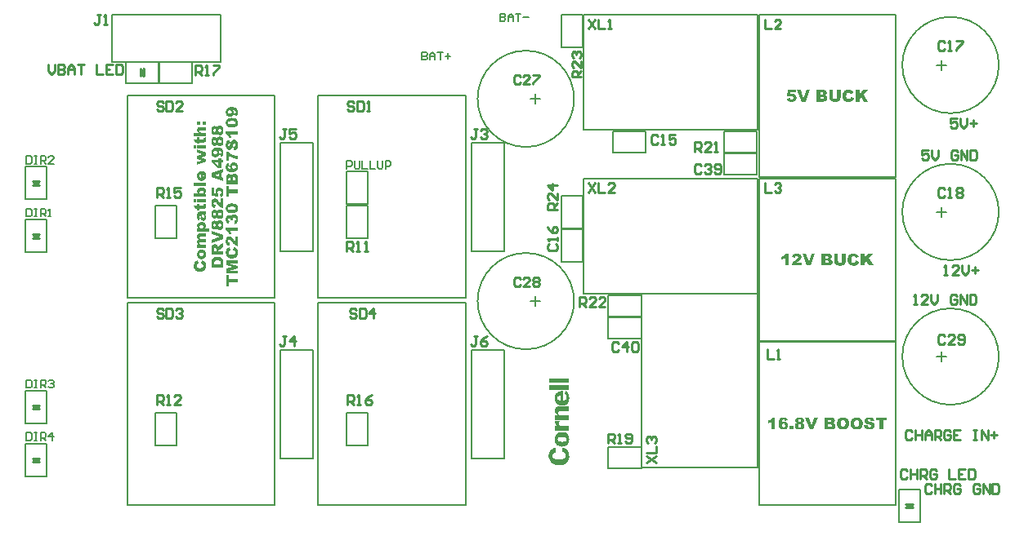
<source format=gto>
G04 Layer_Color=65535*
%FSLAX44Y44*%
%MOMM*%
G71*
G01*
G75*
%ADD41C,0.2540*%
%ADD42C,0.2000*%
%ADD43C,0.2200*%
G36*
X468422Y583852D02*
X468710Y583829D01*
X469021Y583807D01*
X469354Y583785D01*
X469731Y583741D01*
X470530Y583607D01*
X471330Y583408D01*
X471707Y583274D01*
X472084Y583119D01*
X472417Y582942D01*
X472728Y582742D01*
X472750Y582719D01*
X472795Y582697D01*
X472861Y582631D01*
X472972Y582520D01*
X473083Y582387D01*
X473217Y582231D01*
X473350Y582053D01*
X473483Y581832D01*
X473638Y581587D01*
X473772Y581299D01*
X473905Y580988D01*
X474016Y580633D01*
X474127Y580255D01*
X474193Y579834D01*
X474238Y579367D01*
X474260Y578879D01*
Y578857D01*
Y578812D01*
Y578724D01*
Y578613D01*
X474238Y578479D01*
Y578346D01*
X474193Y577991D01*
X474149Y577591D01*
X474060Y577170D01*
X473927Y576748D01*
X473772Y576371D01*
X473749Y576326D01*
X473683Y576215D01*
X473572Y576037D01*
X473416Y575838D01*
X473217Y575571D01*
X472972Y575327D01*
X472684Y575061D01*
X472351Y574817D01*
X472329Y574794D01*
X472218Y574750D01*
X472084Y574661D01*
X471862Y574572D01*
X471618Y574461D01*
X471307Y574350D01*
X470930Y574239D01*
X470530Y574151D01*
X470486D01*
X470419Y574128D01*
X470331Y574106D01*
X470086Y574084D01*
X469753Y574039D01*
X469376Y573995D01*
X468932Y573951D01*
X468444Y573928D01*
X467933Y573906D01*
X467600D01*
X467378Y573928D01*
X467090Y573951D01*
X466757Y573973D01*
X466401Y574017D01*
X466024Y574062D01*
X465225Y574217D01*
X464426Y574439D01*
X464048Y574572D01*
X463693Y574750D01*
X463382Y574927D01*
X463094Y575149D01*
X463071Y575172D01*
X463027Y575216D01*
X462960Y575283D01*
X462872Y575394D01*
X462761Y575527D01*
X462650Y575682D01*
X462516Y575882D01*
X462383Y576104D01*
X462272Y576348D01*
X462139Y576637D01*
X462028Y576948D01*
X461917Y577281D01*
X461828Y577658D01*
X461762Y578058D01*
X461717Y578502D01*
X461695Y578968D01*
Y578990D01*
Y579012D01*
Y579079D01*
Y579168D01*
X461717Y579390D01*
X461739Y579678D01*
X461762Y579989D01*
X461828Y580322D01*
X461895Y580655D01*
X462006Y580966D01*
X462028Y581010D01*
X462050Y581099D01*
X462139Y581254D01*
X462228Y581432D01*
X462339Y581632D01*
X462472Y581854D01*
X462627Y582053D01*
X462805Y582253D01*
X462827Y582276D01*
X462894Y582342D01*
X462983Y582431D01*
X463116Y582542D01*
X463249Y582675D01*
X463427Y582808D01*
X463826Y583052D01*
X463848Y583075D01*
X463915Y583097D01*
X464026Y583163D01*
X464181Y583230D01*
X464359Y583297D01*
X464581Y583363D01*
X464803Y583452D01*
X465069Y583519D01*
X465092D01*
X465136Y583541D01*
X465202Y583563D01*
X465313Y583585D01*
X465424Y583607D01*
X465580Y583630D01*
X465935Y583696D01*
X466357Y583763D01*
X466823Y583829D01*
X467356Y583852D01*
X467889Y583874D01*
X468200D01*
X468422Y583852D01*
D02*
G37*
G36*
X470575Y572508D02*
X470841Y572463D01*
X471174Y572397D01*
X471507Y572286D01*
X471862Y572152D01*
X472240Y571953D01*
X472284Y571931D01*
X472395Y571842D01*
X472573Y571731D01*
X472795Y571553D01*
X473039Y571309D01*
X473283Y571043D01*
X473527Y570732D01*
X473749Y570354D01*
Y570332D01*
X473772Y570310D01*
X473794Y570243D01*
X473838Y570155D01*
X473860Y570066D01*
X473905Y569933D01*
X473994Y569622D01*
X474105Y569222D01*
X474171Y568756D01*
X474238Y568201D01*
X474260Y567602D01*
Y567579D01*
Y567535D01*
Y567446D01*
Y567335D01*
X474238Y567202D01*
Y567024D01*
X474216Y566669D01*
X474171Y566247D01*
X474105Y565803D01*
X474016Y565382D01*
X473883Y564982D01*
X473860Y564938D01*
X473816Y564827D01*
X473727Y564649D01*
X473594Y564427D01*
X473439Y564183D01*
X473239Y563917D01*
X473017Y563650D01*
X472750Y563406D01*
X472706Y563384D01*
X472617Y563295D01*
X472462Y563184D01*
X472240Y563051D01*
X471951Y562895D01*
X471640Y562762D01*
X471263Y562607D01*
X470863Y562473D01*
X470397Y565848D01*
X470442D01*
X470553Y565892D01*
X470730Y565937D01*
X470952Y566003D01*
X471418Y566181D01*
X471640Y566314D01*
X471818Y566447D01*
X471840Y566469D01*
X471885Y566514D01*
X471929Y566625D01*
X471996Y566736D01*
X472084Y566891D01*
X472129Y567091D01*
X472173Y567291D01*
X472195Y567535D01*
Y567557D01*
Y567646D01*
X472173Y567779D01*
X472129Y567935D01*
X472084Y568112D01*
X471996Y568312D01*
X471862Y568490D01*
X471707Y568667D01*
X471685Y568689D01*
X471618Y568734D01*
X471507Y568823D01*
X471352Y568911D01*
X471174Y568978D01*
X470930Y569067D01*
X470664Y569111D01*
X470375Y569133D01*
X470242D01*
X470086Y569111D01*
X469887Y569089D01*
X469687Y569022D01*
X469465Y568956D01*
X469265Y568845D01*
X469065Y568689D01*
X469043Y568667D01*
X468999Y568601D01*
X468910Y568512D01*
X468821Y568379D01*
X468755Y568201D01*
X468666Y568001D01*
X468621Y567757D01*
X468599Y567491D01*
Y567468D01*
Y567424D01*
Y567335D01*
X468621Y567202D01*
X468643Y567047D01*
X468688Y566869D01*
X468732Y566647D01*
X468799Y566403D01*
X466401Y566558D01*
Y566580D01*
Y566603D01*
Y566714D01*
X466423Y566869D01*
Y567002D01*
Y567024D01*
Y567113D01*
X466401Y567246D01*
X466379Y567402D01*
X466335Y567557D01*
X466246Y567757D01*
X466157Y567935D01*
X466024Y568112D01*
X466002Y568134D01*
X465957Y568179D01*
X465868Y568268D01*
X465735Y568356D01*
X465602Y568423D01*
X465424Y568512D01*
X465225Y568556D01*
X465025Y568578D01*
X464936D01*
X464825Y568556D01*
X464714Y568534D01*
X464559Y568490D01*
X464426Y568445D01*
X464270Y568356D01*
X464137Y568245D01*
X464115Y568223D01*
X464092Y568179D01*
X464026Y568112D01*
X463959Y568001D01*
X463915Y567868D01*
X463848Y567713D01*
X463826Y567535D01*
X463804Y567313D01*
Y567291D01*
Y567224D01*
X463826Y567113D01*
X463848Y566958D01*
X463893Y566802D01*
X463959Y566647D01*
X464048Y566492D01*
X464181Y566336D01*
X464203Y566314D01*
X464248Y566270D01*
X464337Y566225D01*
X464470Y566136D01*
X464647Y566070D01*
X464847Y565981D01*
X465114Y565914D01*
X465424Y565848D01*
X464869Y562651D01*
X464847D01*
X464803Y562673D01*
X464714Y562696D01*
X464625Y562718D01*
X464492Y562784D01*
X464337Y562829D01*
X464004Y562984D01*
X463626Y563184D01*
X463227Y563450D01*
X462849Y563761D01*
X462516Y564161D01*
Y564183D01*
X462472Y564205D01*
X462450Y564272D01*
X462383Y564383D01*
X462317Y564494D01*
X462250Y564627D01*
X462183Y564804D01*
X462095Y565004D01*
X462028Y565204D01*
X461961Y565448D01*
X461895Y565715D01*
X461828Y566003D01*
X461762Y566314D01*
X461739Y566647D01*
X461695Y567380D01*
Y567402D01*
Y567491D01*
Y567602D01*
X461717Y567779D01*
Y567979D01*
X461739Y568201D01*
X461762Y568445D01*
X461806Y568712D01*
X461917Y569289D01*
X462072Y569844D01*
X462294Y570399D01*
X462428Y570621D01*
X462583Y570843D01*
Y570865D01*
X462627Y570887D01*
X462738Y571020D01*
X462938Y571176D01*
X463205Y571376D01*
X463515Y571575D01*
X463893Y571753D01*
X464337Y571864D01*
X464581Y571886D01*
X464825Y571908D01*
X464958D01*
X465114Y571886D01*
X465291Y571864D01*
X465513Y571797D01*
X465757Y571731D01*
X466002Y571620D01*
X466246Y571464D01*
X466268Y571442D01*
X466357Y571376D01*
X466468Y571287D01*
X466623Y571153D01*
X466779Y570976D01*
X466978Y570754D01*
X467178Y570488D01*
X467356Y570177D01*
Y570199D01*
X467378Y570288D01*
X467422Y570421D01*
X467467Y570576D01*
X467600Y570909D01*
X467667Y571087D01*
X467756Y571242D01*
X467778Y571264D01*
X467822Y571331D01*
X467911Y571442D01*
X468022Y571575D01*
X468155Y571731D01*
X468333Y571886D01*
X468532Y572042D01*
X468755Y572175D01*
X468777Y572197D01*
X468866Y572241D01*
X468999Y572286D01*
X469154Y572352D01*
X469376Y572419D01*
X469620Y572486D01*
X469887Y572508D01*
X470197Y572530D01*
X470375D01*
X470575Y572508D01*
D02*
G37*
G36*
X440845Y583563D02*
Y583519D01*
X440867Y583452D01*
X440890Y583363D01*
X440934Y583119D01*
X440978Y582808D01*
X441023Y582453D01*
X441067Y582053D01*
X441089Y581654D01*
X441111Y581232D01*
Y581210D01*
Y581188D01*
Y581121D01*
Y581032D01*
X441089Y580810D01*
X441067Y580522D01*
X441045Y580211D01*
X440978Y579922D01*
X440912Y579612D01*
X440801Y579367D01*
X440779Y579345D01*
X440734Y579279D01*
X440667Y579168D01*
X440556Y579034D01*
X440423Y578879D01*
X440246Y578746D01*
X440046Y578590D01*
X439824Y578479D01*
X439802D01*
X439691Y578435D01*
X439535Y578391D01*
X439313Y578346D01*
X439003Y578302D01*
X438625Y578257D01*
X438181Y578235D01*
X437671Y578213D01*
X434563D01*
Y576970D01*
X432099D01*
Y578213D01*
X430500D01*
X428746Y581610D01*
X432099D01*
Y583474D01*
X434563D01*
Y581610D01*
X437893D01*
X438004Y581632D01*
X438248Y581654D01*
X438359Y581676D01*
X438448Y581698D01*
X438492Y581743D01*
X438581Y581832D01*
X438670Y582009D01*
X438692Y582142D01*
X438714Y582276D01*
Y582298D01*
Y582342D01*
X438692Y582431D01*
Y582542D01*
X438670Y582697D01*
X438625Y582875D01*
X438581Y583075D01*
X438514Y583319D01*
X440845Y583585D01*
Y583563D01*
D02*
G37*
G36*
X455843Y577702D02*
X456065Y577680D01*
X456332Y577614D01*
X456620Y577547D01*
X456909Y577436D01*
X457220Y577303D01*
X457264Y577281D01*
X457353Y577236D01*
X457486Y577147D01*
X457663Y577014D01*
X457863Y576859D01*
X458063Y576681D01*
X458263Y576481D01*
X458441Y576259D01*
X458463Y576237D01*
X458507Y576148D01*
X458574Y576015D01*
X458685Y575838D01*
X458773Y575616D01*
X458885Y575372D01*
X458973Y575061D01*
X459062Y574728D01*
Y574683D01*
X459084Y574572D01*
X459129Y574395D01*
X459151Y574151D01*
X459195Y573862D01*
X459240Y573529D01*
X459262Y573174D01*
Y572796D01*
Y572774D01*
Y572707D01*
Y572619D01*
Y572486D01*
X459240Y572308D01*
Y572130D01*
X459195Y571708D01*
X459151Y571220D01*
X459084Y570732D01*
X458973Y570243D01*
X458818Y569822D01*
X458796Y569777D01*
X458729Y569644D01*
X458618Y569466D01*
X458463Y569244D01*
X458285Y569000D01*
X458041Y568734D01*
X457775Y568490D01*
X457464Y568268D01*
X457419Y568245D01*
X457308Y568179D01*
X457131Y568112D01*
X456887Y568023D01*
X456598Y567912D01*
X456265Y567846D01*
X455888Y567779D01*
X455488Y567757D01*
X455310D01*
X455111Y567779D01*
X454844Y567824D01*
X454556Y567868D01*
X454267Y567957D01*
X453956Y568090D01*
X453668Y568245D01*
X453623Y568268D01*
X453534Y568334D01*
X453401Y568445D01*
X453246Y568623D01*
X453046Y568845D01*
X452868Y569089D01*
X452669Y569422D01*
X452513Y569777D01*
X452491Y569733D01*
X452447Y569644D01*
X452358Y569511D01*
X452247Y569333D01*
X452091Y569156D01*
X451936Y568956D01*
X451758Y568778D01*
X451581Y568623D01*
X451559Y568601D01*
X451448Y568556D01*
X451315Y568467D01*
X451115Y568379D01*
X450871Y568290D01*
X450582Y568201D01*
X450271Y568157D01*
X449938Y568134D01*
X449783D01*
X449694Y568157D01*
X449561Y568179D01*
X449405Y568201D01*
X449050Y568312D01*
X448673Y568490D01*
X448451Y568601D01*
X448251Y568734D01*
X448051Y568889D01*
X447829Y569089D01*
X447629Y569311D01*
X447452Y569555D01*
Y569577D01*
X447430Y569600D01*
X447385Y569666D01*
X447341Y569755D01*
X447274Y569866D01*
X447207Y570021D01*
X447141Y570177D01*
X447074Y570354D01*
X446941Y570776D01*
X446808Y571287D01*
X446719Y571864D01*
X446697Y572530D01*
Y572552D01*
Y572641D01*
Y572774D01*
X446719Y572929D01*
Y573129D01*
X446741Y573373D01*
X446763Y573618D01*
X446808Y573906D01*
X446919Y574483D01*
X447096Y575083D01*
X447318Y575660D01*
X447474Y575904D01*
X447629Y576148D01*
Y576171D01*
X447674Y576193D01*
X447807Y576326D01*
X448007Y576526D01*
X448273Y576748D01*
X448606Y576948D01*
X449006Y577147D01*
X449450Y577281D01*
X449694Y577303D01*
X449960Y577325D01*
X450093D01*
X450249Y577303D01*
X450449Y577258D01*
X450693Y577214D01*
X450959Y577125D01*
X451226Y577014D01*
X451492Y576859D01*
X451514Y576837D01*
X451581Y576792D01*
X451692Y576703D01*
X451825Y576592D01*
X451981Y576437D01*
X452136Y576237D01*
X452336Y576015D01*
X452513Y575749D01*
Y575771D01*
X452535Y575793D01*
X452602Y575904D01*
X452713Y576082D01*
X452846Y576304D01*
X453024Y576548D01*
X453246Y576792D01*
X453490Y577036D01*
X453779Y577236D01*
X453823Y577258D01*
X453912Y577303D01*
X454067Y577392D01*
X454289Y577480D01*
X454533Y577569D01*
X454844Y577658D01*
X455155Y577702D01*
X455510Y577725D01*
X455666D01*
X455843Y577702D01*
D02*
G37*
G36*
X440912Y572752D02*
X440890D01*
X440845Y572730D01*
X440712Y572641D01*
X440556Y572552D01*
X440401Y572486D01*
X440357D01*
X440268Y572463D01*
X440090Y572419D01*
X439846Y572374D01*
X439868Y572352D01*
X439957Y572263D01*
X440068Y572130D01*
X440201Y571953D01*
X440357Y571753D01*
X440490Y571531D01*
X440645Y571309D01*
X440756Y571065D01*
X440779Y571020D01*
X440801Y570909D01*
X440867Y570710D01*
X440934Y570465D01*
X441001Y570155D01*
X441045Y569799D01*
X441089Y569400D01*
X441111Y568978D01*
Y568956D01*
Y568911D01*
Y568823D01*
X441089Y568712D01*
Y568578D01*
X441067Y568423D01*
X441023Y568068D01*
X440934Y567690D01*
X440801Y567291D01*
X440645Y566891D01*
X440401Y566558D01*
X440357Y566514D01*
X440268Y566425D01*
X440113Y566314D01*
X439891Y566159D01*
X439624Y566003D01*
X439313Y565892D01*
X438980Y565803D01*
X438581Y565759D01*
X438403D01*
X438226Y565781D01*
X438004Y565826D01*
X437737Y565892D01*
X437471Y566003D01*
X437182Y566136D01*
X436938Y566336D01*
X436916Y566358D01*
X436827Y566447D01*
X436716Y566603D01*
X436583Y566825D01*
X436427Y567135D01*
X436272Y567513D01*
X436117Y567957D01*
X436050Y568223D01*
X435983Y568512D01*
Y568534D01*
X435961Y568601D01*
X435939Y568689D01*
X435917Y568823D01*
X435895Y568978D01*
X435850Y569156D01*
X435784Y569533D01*
X435695Y569955D01*
X435606Y570354D01*
X435517Y570710D01*
X435473Y570865D01*
X435451Y570976D01*
Y570998D01*
X435428Y571087D01*
X435384Y571198D01*
X435340Y571353D01*
X435273Y571531D01*
X435206Y571731D01*
X435029Y572197D01*
X434940D01*
X434829Y572175D01*
X434696D01*
X434430Y572086D01*
X434296Y572019D01*
X434185Y571931D01*
X434163Y571908D01*
X434141Y571886D01*
X434096Y571819D01*
X434052Y571708D01*
X434008Y571598D01*
X433963Y571442D01*
X433919Y571242D01*
Y571020D01*
Y570976D01*
Y570887D01*
X433941Y570732D01*
Y570554D01*
X434030Y570155D01*
X434096Y569955D01*
X434185Y569777D01*
Y569755D01*
X434230Y569733D01*
X434274Y569666D01*
X434363Y569600D01*
X434474Y569511D01*
X434607Y569422D01*
X434762Y569333D01*
X434962Y569267D01*
X434629Y566025D01*
X434585D01*
X434496Y566070D01*
X434341Y566092D01*
X434141Y566159D01*
X433941Y566225D01*
X433719Y566314D01*
X433497Y566425D01*
X433297Y566536D01*
X433275Y566558D01*
X433209Y566603D01*
X433120Y566691D01*
X433009Y566802D01*
X432876Y566936D01*
X432742Y567113D01*
X432587Y567313D01*
X432454Y567535D01*
X432431Y567557D01*
X432409Y567624D01*
X432365Y567735D01*
X432298Y567868D01*
X432232Y568046D01*
X432165Y568268D01*
X432099Y568512D01*
X432054Y568800D01*
Y568845D01*
X432032Y568934D01*
X432010Y569111D01*
X431965Y569333D01*
X431943Y569600D01*
X431921Y569888D01*
X431899Y570221D01*
Y570576D01*
Y570599D01*
Y570643D01*
Y570732D01*
Y570821D01*
Y570954D01*
Y571109D01*
X431921Y571464D01*
X431943Y571842D01*
X431965Y572263D01*
X432010Y572663D01*
X432076Y573018D01*
Y573063D01*
X432121Y573174D01*
X432165Y573351D01*
X432232Y573573D01*
X432321Y573817D01*
X432454Y574062D01*
X432609Y574328D01*
X432787Y574572D01*
X432809Y574594D01*
X432853Y574639D01*
X432942Y574728D01*
X433053Y574817D01*
X433209Y574927D01*
X433386Y575038D01*
X433608Y575149D01*
X433852Y575238D01*
X433875Y575261D01*
X433963Y575283D01*
X434096Y575327D01*
X434274Y575372D01*
X434474Y575416D01*
X434696Y575460D01*
X434918Y575505D01*
X439402D01*
X439713Y575527D01*
X439868Y575549D01*
X440024Y575571D01*
X440046D01*
X440090Y575593D01*
X440157Y575616D01*
X440268Y575660D01*
X440401Y575704D01*
X440556Y575749D01*
X440912Y575927D01*
Y572752D01*
D02*
G37*
G36*
X436960Y564538D02*
X437160D01*
X437360Y564516D01*
X437604Y564472D01*
X437848Y564427D01*
X438381Y564294D01*
X438936Y564116D01*
X439491Y563850D01*
X439735Y563672D01*
X439957Y563495D01*
X439979Y563473D01*
X440002Y563450D01*
X440068Y563384D01*
X440135Y563317D01*
X440312Y563073D01*
X440534Y562762D01*
X440756Y562385D01*
X440934Y561941D01*
X441067Y561408D01*
X441089Y561119D01*
X441111Y560831D01*
Y560786D01*
Y560698D01*
X441089Y560542D01*
X441067Y560364D01*
X441045Y560143D01*
X441001Y559898D01*
X440934Y559654D01*
X440845Y559410D01*
X440823Y559388D01*
X440801Y559299D01*
X440734Y559188D01*
X440645Y559033D01*
X440534Y558855D01*
X440401Y558655D01*
X440246Y558478D01*
X440068Y558278D01*
X444264D01*
Y554859D01*
X432099D01*
Y558011D01*
X433408D01*
X433364Y558034D01*
X433275Y558122D01*
X433142Y558256D01*
X432964Y558411D01*
X432787Y558589D01*
X432587Y558788D01*
X432431Y559010D01*
X432298Y559210D01*
X432276Y559255D01*
X432232Y559343D01*
X432165Y559499D01*
X432099Y559699D01*
X432032Y559943D01*
X431965Y560231D01*
X431921Y560520D01*
X431899Y560853D01*
Y560875D01*
Y560942D01*
Y561031D01*
X431921Y561142D01*
X431943Y561297D01*
X431965Y561474D01*
X432076Y561852D01*
X432232Y562296D01*
X432343Y562518D01*
X432476Y562762D01*
X432631Y562984D01*
X432809Y563184D01*
X433009Y563406D01*
X433253Y563583D01*
X433275Y563606D01*
X433320Y563628D01*
X433386Y563672D01*
X433497Y563739D01*
X433630Y563806D01*
X433786Y563894D01*
X433963Y563983D01*
X434185Y564072D01*
X434407Y564161D01*
X434674Y564249D01*
X435229Y564405D01*
X435895Y564516D01*
X436228Y564560D01*
X436805D01*
X436960Y564538D01*
D02*
G37*
G36*
X474060Y555481D02*
X465979D01*
X466002Y555436D01*
X466091Y555347D01*
X466202Y555170D01*
X466357Y554970D01*
X466512Y554726D01*
X466690Y554437D01*
X466867Y554149D01*
X467023Y553860D01*
X467045Y553816D01*
X467090Y553727D01*
X467156Y553549D01*
X467245Y553327D01*
X467356Y553039D01*
X467489Y552728D01*
X467600Y552351D01*
X467733Y551929D01*
X464981D01*
Y551951D01*
X464958Y551995D01*
X464914Y552084D01*
X464892Y552217D01*
X464825Y552351D01*
X464758Y552528D01*
X464603Y552906D01*
X464403Y553327D01*
X464181Y553771D01*
X463937Y554215D01*
X463649Y554593D01*
Y554615D01*
X463604Y554637D01*
X463515Y554748D01*
X463338Y554926D01*
X463094Y555148D01*
X462827Y555392D01*
X462494Y555636D01*
X462117Y555880D01*
X461695Y556102D01*
Y558899D01*
X474060D01*
Y555481D01*
D02*
G37*
G36*
X455843Y566358D02*
X456065Y566336D01*
X456332Y566270D01*
X456620Y566203D01*
X456909Y566092D01*
X457220Y565959D01*
X457264Y565937D01*
X457353Y565892D01*
X457486Y565803D01*
X457663Y565670D01*
X457863Y565515D01*
X458063Y565337D01*
X458263Y565137D01*
X458441Y564916D01*
X458463Y564893D01*
X458507Y564804D01*
X458574Y564671D01*
X458685Y564494D01*
X458773Y564272D01*
X458885Y564027D01*
X458973Y563717D01*
X459062Y563384D01*
Y563339D01*
X459084Y563228D01*
X459129Y563051D01*
X459151Y562807D01*
X459195Y562518D01*
X459240Y562185D01*
X459262Y561830D01*
Y561452D01*
Y561430D01*
Y561363D01*
Y561275D01*
Y561142D01*
X459240Y560964D01*
Y560786D01*
X459195Y560364D01*
X459151Y559876D01*
X459084Y559388D01*
X458973Y558899D01*
X458818Y558478D01*
X458796Y558433D01*
X458729Y558300D01*
X458618Y558122D01*
X458463Y557900D01*
X458285Y557656D01*
X458041Y557390D01*
X457775Y557146D01*
X457464Y556924D01*
X457419Y556901D01*
X457308Y556835D01*
X457131Y556768D01*
X456887Y556679D01*
X456598Y556568D01*
X456265Y556502D01*
X455888Y556435D01*
X455488Y556413D01*
X455310D01*
X455111Y556435D01*
X454844Y556480D01*
X454556Y556524D01*
X454267Y556613D01*
X453956Y556746D01*
X453668Y556901D01*
X453623Y556924D01*
X453534Y556990D01*
X453401Y557101D01*
X453246Y557279D01*
X453046Y557501D01*
X452868Y557745D01*
X452669Y558078D01*
X452513Y558433D01*
X452491Y558389D01*
X452447Y558300D01*
X452358Y558167D01*
X452247Y557989D01*
X452091Y557812D01*
X451936Y557612D01*
X451758Y557434D01*
X451581Y557279D01*
X451559Y557257D01*
X451448Y557212D01*
X451315Y557123D01*
X451115Y557035D01*
X450871Y556946D01*
X450582Y556857D01*
X450271Y556813D01*
X449938Y556790D01*
X449783D01*
X449694Y556813D01*
X449561Y556835D01*
X449405Y556857D01*
X449050Y556968D01*
X448673Y557146D01*
X448451Y557257D01*
X448251Y557390D01*
X448051Y557545D01*
X447829Y557745D01*
X447629Y557967D01*
X447452Y558211D01*
Y558233D01*
X447430Y558256D01*
X447385Y558322D01*
X447341Y558411D01*
X447274Y558522D01*
X447207Y558677D01*
X447141Y558833D01*
X447074Y559010D01*
X446941Y559432D01*
X446808Y559943D01*
X446719Y560520D01*
X446697Y561186D01*
Y561208D01*
Y561297D01*
Y561430D01*
X446719Y561586D01*
Y561785D01*
X446741Y562029D01*
X446763Y562274D01*
X446808Y562562D01*
X446919Y563139D01*
X447096Y563739D01*
X447318Y564316D01*
X447474Y564560D01*
X447629Y564804D01*
Y564827D01*
X447674Y564849D01*
X447807Y564982D01*
X448007Y565182D01*
X448273Y565404D01*
X448606Y565604D01*
X449006Y565803D01*
X449450Y565937D01*
X449694Y565959D01*
X449960Y565981D01*
X450093D01*
X450249Y565959D01*
X450449Y565914D01*
X450693Y565870D01*
X450959Y565781D01*
X451226Y565670D01*
X451492Y565515D01*
X451514Y565493D01*
X451581Y565448D01*
X451692Y565359D01*
X451825Y565248D01*
X451981Y565093D01*
X452136Y564893D01*
X452336Y564671D01*
X452513Y564405D01*
Y564427D01*
X452535Y564449D01*
X452602Y564560D01*
X452713Y564738D01*
X452846Y564960D01*
X453024Y565204D01*
X453246Y565448D01*
X453490Y565692D01*
X453779Y565892D01*
X453823Y565914D01*
X453912Y565959D01*
X454067Y566048D01*
X454289Y566136D01*
X454533Y566225D01*
X454844Y566314D01*
X455155Y566358D01*
X455510Y566381D01*
X455666D01*
X455843Y566358D01*
D02*
G37*
G36*
X1070581Y349514D02*
X1066519D01*
X1061924Y361679D01*
X1065853D01*
X1068583Y352911D01*
X1071292Y361679D01*
X1075110D01*
X1070581Y349514D01*
D02*
G37*
G36*
X459062Y578857D02*
X458996D01*
X458907Y578879D01*
X458818Y578901D01*
X458685Y578923D01*
X458529Y578946D01*
X458152Y579057D01*
X457730Y579190D01*
X457264Y579367D01*
X456753Y579612D01*
X456265Y579900D01*
X456243Y579922D01*
X456198Y579945D01*
X456132Y579989D01*
X456021Y580078D01*
X455910Y580189D01*
X455754Y580300D01*
X455577Y580477D01*
X455377Y580655D01*
X455155Y580855D01*
X454911Y581099D01*
X454667Y581365D01*
X454378Y581676D01*
X454089Y582009D01*
X453779Y582387D01*
X453468Y582786D01*
X453135Y583230D01*
X453113Y583252D01*
X453090Y583297D01*
X453024Y583363D01*
X452957Y583474D01*
X452757Y583718D01*
X452513Y584029D01*
X452225Y584340D01*
X451958Y584673D01*
X451692Y584939D01*
X451559Y585051D01*
X451448Y585139D01*
X451426Y585162D01*
X451359Y585206D01*
X451248Y585272D01*
X451092Y585361D01*
X450937Y585428D01*
X450737Y585494D01*
X450560Y585539D01*
X450360Y585561D01*
X450271D01*
X450160Y585539D01*
X450027Y585517D01*
X449871Y585450D01*
X449716Y585383D01*
X449561Y585272D01*
X449405Y585139D01*
X449383Y585117D01*
X449339Y585073D01*
X449272Y584984D01*
X449206Y584851D01*
X449139Y584695D01*
X449072Y584518D01*
X449028Y584318D01*
X449006Y584096D01*
Y584074D01*
Y583985D01*
X449028Y583874D01*
X449050Y583718D01*
X449117Y583563D01*
X449183Y583386D01*
X449294Y583208D01*
X449427Y583030D01*
X449450Y583008D01*
X449494Y582964D01*
X449605Y582897D01*
X449761Y582808D01*
X449960Y582719D01*
X450205Y582631D01*
X450493Y582564D01*
X450848Y582497D01*
X450582Y579101D01*
X450515D01*
X450449Y579123D01*
X450338Y579145D01*
X450093Y579190D01*
X449761Y579256D01*
X449405Y579367D01*
X449050Y579478D01*
X448695Y579634D01*
X448362Y579811D01*
X448317Y579834D01*
X448229Y579900D01*
X448096Y580033D01*
X447918Y580211D01*
X447718Y580411D01*
X447518Y580677D01*
X447318Y580966D01*
X447141Y581321D01*
Y581343D01*
X447119Y581365D01*
X447074Y581499D01*
X447008Y581721D01*
X446919Y582031D01*
X446830Y582409D01*
X446763Y582875D01*
X446719Y583408D01*
X446697Y584007D01*
Y584029D01*
Y584096D01*
Y584185D01*
Y584296D01*
X446719Y584451D01*
Y584629D01*
X446741Y585028D01*
X446808Y585472D01*
X446875Y585938D01*
X446986Y586382D01*
X447119Y586782D01*
Y586804D01*
X447141Y586827D01*
X447185Y586937D01*
X447296Y587137D01*
X447430Y587359D01*
X447607Y587603D01*
X447807Y587870D01*
X448073Y588136D01*
X448362Y588358D01*
X448406Y588380D01*
X448517Y588447D01*
X448673Y588536D01*
X448917Y588647D01*
X449183Y588758D01*
X449516Y588847D01*
X449871Y588913D01*
X450249Y588935D01*
X450426D01*
X450648Y588891D01*
X450937Y588847D01*
X451248Y588780D01*
X451625Y588647D01*
X452003Y588491D01*
X452380Y588269D01*
X452424Y588247D01*
X452558Y588136D01*
X452757Y587981D01*
X453024Y587737D01*
X453357Y587404D01*
X453534Y587204D01*
X453734Y587004D01*
X453934Y586760D01*
X454156Y586493D01*
X454378Y586205D01*
X454600Y585894D01*
X454622Y585850D01*
X454711Y585739D01*
X454844Y585561D01*
X455000Y585339D01*
X455155Y585117D01*
X455310Y584873D01*
X455466Y584673D01*
X455599Y584518D01*
X455621Y584496D01*
X455643Y584451D01*
X455710Y584384D01*
X455777Y584296D01*
X456021Y584052D01*
X456309Y583718D01*
Y589024D01*
X459062D01*
Y578857D01*
D02*
G37*
G36*
Y616086D02*
X457064Y615486D01*
Y611224D01*
X459062Y610624D01*
Y606784D01*
X446897Y611335D01*
Y615464D01*
X459062Y620037D01*
Y616086D01*
D02*
G37*
G36*
X440912Y602189D02*
X428746D01*
Y605585D01*
X440912D01*
Y602189D01*
D02*
G37*
G36*
X1146415Y358683D02*
X1142575D01*
Y349514D01*
X1138823D01*
Y358683D01*
X1134982D01*
Y361679D01*
X1146415D01*
Y358683D01*
D02*
G37*
G36*
X437338Y610758D02*
X437382D01*
X437471Y610780D01*
X437626Y610802D01*
X437804Y610846D01*
X438203Y610980D01*
X438381Y611068D01*
X438559Y611179D01*
X438581Y611202D01*
X438647Y611268D01*
X438736Y611379D01*
X438847Y611535D01*
X438958Y611712D01*
X439047Y611934D01*
X439114Y612178D01*
X439136Y612467D01*
Y612489D01*
Y612556D01*
X439114Y612645D01*
Y612778D01*
X439025Y613066D01*
X438980Y613222D01*
X438892Y613399D01*
Y613422D01*
X438869Y613444D01*
X438758Y613577D01*
X438692Y613666D01*
X438581Y613755D01*
X438470Y613888D01*
X438314Y613999D01*
X438625Y617329D01*
X438647D01*
X438692Y617284D01*
X438758Y617240D01*
X438847Y617196D01*
X439069Y617018D01*
X439358Y616796D01*
X439669Y616530D01*
X440002Y616219D01*
X440290Y615863D01*
X440534Y615464D01*
Y615442D01*
X440556Y615420D01*
X440579Y615353D01*
X440623Y615264D01*
X440667Y615153D01*
X440712Y615020D01*
X440779Y614865D01*
X440823Y614687D01*
X440867Y614465D01*
X440934Y614243D01*
X440978Y613999D01*
X441023Y613710D01*
X441067Y613422D01*
X441089Y613089D01*
X441111Y612756D01*
Y612378D01*
Y612356D01*
Y612312D01*
Y612201D01*
Y612090D01*
X441089Y611934D01*
Y611779D01*
X441045Y611379D01*
X441001Y610935D01*
X440912Y610469D01*
X440779Y610025D01*
X440623Y609626D01*
X440601Y609581D01*
X440534Y609470D01*
X440401Y609270D01*
X440246Y609048D01*
X440024Y608782D01*
X439757Y608493D01*
X439447Y608227D01*
X439069Y607961D01*
X439047D01*
X439025Y607938D01*
X438958Y607894D01*
X438869Y607872D01*
X438647Y607761D01*
X438337Y607650D01*
X437981Y607517D01*
X437537Y607428D01*
X437071Y607339D01*
X436538Y607317D01*
X436339D01*
X436205Y607339D01*
X436028Y607361D01*
X435806Y607383D01*
X435584Y607428D01*
X435340Y607472D01*
X434807Y607627D01*
X434540Y607738D01*
X434252Y607872D01*
X433963Y608027D01*
X433697Y608205D01*
X433430Y608405D01*
X433186Y608627D01*
X433164Y608649D01*
X433120Y608693D01*
X433075Y608760D01*
X432986Y608871D01*
X432898Y609004D01*
X432787Y609182D01*
X432654Y609359D01*
X432542Y609581D01*
X432431Y609825D01*
X432298Y610114D01*
X432187Y610402D01*
X432099Y610735D01*
X432010Y611091D01*
X431943Y611468D01*
X431921Y611868D01*
X431899Y612289D01*
Y612312D01*
Y612378D01*
Y612467D01*
Y612600D01*
X431921Y612756D01*
Y612955D01*
X431965Y613377D01*
X432032Y613843D01*
X432143Y614332D01*
X432276Y614820D01*
X432476Y615264D01*
Y615286D01*
X432498Y615308D01*
X432587Y615442D01*
X432720Y615642D01*
X432898Y615886D01*
X433142Y616174D01*
X433430Y616441D01*
X433764Y616707D01*
X434141Y616951D01*
X434163D01*
X434185Y616973D01*
X434252Y616996D01*
X434341Y617040D01*
X434452Y617085D01*
X434585Y617129D01*
X434896Y617240D01*
X435317Y617351D01*
X435784Y617440D01*
X436339Y617506D01*
X436960Y617528D01*
X437338D01*
Y610758D01*
D02*
G37*
G36*
X455199Y600413D02*
X455510Y600368D01*
X455843Y600279D01*
X456221Y600191D01*
X456642Y600035D01*
X457042Y599835D01*
X457064D01*
X457086Y599813D01*
X457220Y599724D01*
X457419Y599591D01*
X457663Y599414D01*
X457930Y599169D01*
X458196Y598881D01*
X458463Y598548D01*
X458707Y598171D01*
Y598148D01*
X458729Y598126D01*
X458751Y598060D01*
X458796Y597971D01*
X458840Y597882D01*
X458885Y597749D01*
X458973Y597438D01*
X459084Y597038D01*
X459173Y596550D01*
X459240Y596017D01*
X459262Y595418D01*
Y595396D01*
Y595373D01*
Y595307D01*
Y595218D01*
X459240Y594996D01*
Y594707D01*
X459217Y594397D01*
X459173Y594041D01*
X459106Y593686D01*
X459040Y593353D01*
X459018Y593309D01*
X458996Y593220D01*
X458951Y593064D01*
X458862Y592865D01*
X458773Y592621D01*
X458662Y592376D01*
X458374Y591888D01*
X458352Y591866D01*
X458285Y591799D01*
X458196Y591688D01*
X458063Y591533D01*
X457930Y591377D01*
X457752Y591222D01*
X457353Y590911D01*
X457331Y590889D01*
X457242Y590845D01*
X457131Y590778D01*
X456953Y590711D01*
X456753Y590600D01*
X456509Y590512D01*
X456221Y590401D01*
X455910Y590312D01*
X455532Y593731D01*
X455577D01*
X455666Y593753D01*
X455821Y593797D01*
X455999Y593842D01*
X456198Y593908D01*
X456398Y594019D01*
X456598Y594130D01*
X456776Y594286D01*
X456798Y594308D01*
X456842Y594374D01*
X456909Y594463D01*
X456975Y594596D01*
X457064Y594752D01*
X457131Y594952D01*
X457175Y595173D01*
X457197Y595396D01*
Y595418D01*
Y595507D01*
X457175Y595640D01*
X457131Y595817D01*
X457064Y595995D01*
X456975Y596195D01*
X456842Y596395D01*
X456665Y596572D01*
X456642Y596594D01*
X456554Y596639D01*
X456443Y596727D01*
X456265Y596816D01*
X456043Y596883D01*
X455777Y596972D01*
X455466Y597016D01*
X455088Y597038D01*
X454911D01*
X454711Y597016D01*
X454489Y596972D01*
X454223Y596927D01*
X453956Y596838D01*
X453712Y596727D01*
X453490Y596572D01*
X453468Y596550D01*
X453401Y596483D01*
X453335Y596395D01*
X453224Y596239D01*
X453135Y596062D01*
X453068Y595862D01*
X453002Y595595D01*
X452979Y595329D01*
Y595307D01*
Y595240D01*
X453002Y595151D01*
Y595018D01*
X453090Y594729D01*
X453135Y594552D01*
X453224Y594374D01*
Y594352D01*
X453268Y594308D01*
X453312Y594241D01*
X453379Y594152D01*
X453468Y594041D01*
X453579Y593908D01*
X453712Y593775D01*
X453867Y593619D01*
X453446Y590756D01*
X446897Y591821D01*
Y599858D01*
X449605D01*
Y594397D01*
X451426Y594108D01*
X451403Y594130D01*
X451381Y594197D01*
X451337Y594330D01*
X451270Y594463D01*
X451203Y594641D01*
X451137Y594841D01*
X451026Y595240D01*
Y595262D01*
X451004Y595329D01*
X450981Y595440D01*
X450959Y595595D01*
X450937Y595751D01*
X450915Y595928D01*
X450893Y596328D01*
Y596350D01*
Y596417D01*
Y596506D01*
X450915Y596639D01*
Y596794D01*
X450959Y596972D01*
X451026Y597371D01*
X451159Y597860D01*
X451359Y598348D01*
X451492Y598592D01*
X451625Y598836D01*
X451803Y599058D01*
X452003Y599280D01*
X452025Y599303D01*
X452047Y599325D01*
X452114Y599391D01*
X452202Y599458D01*
X452313Y599547D01*
X452447Y599636D01*
X452757Y599858D01*
X453157Y600080D01*
X453645Y600257D01*
X454178Y600390D01*
X454467Y600413D01*
X454778Y600435D01*
X454977D01*
X455199Y600413D01*
D02*
G37*
G36*
X440912Y585206D02*
X432099D01*
Y588580D01*
X440912D01*
Y585206D01*
D02*
G37*
G36*
X431055D02*
X428746D01*
Y588580D01*
X431055D01*
Y585206D01*
D02*
G37*
G36*
X436760Y600435D02*
X436894D01*
X437249Y600390D01*
X437648Y600346D01*
X438070Y600257D01*
X438514Y600124D01*
X438936Y599969D01*
X438958D01*
X438980Y599946D01*
X439114Y599880D01*
X439313Y599769D01*
X439558Y599613D01*
X439824Y599436D01*
X440090Y599192D01*
X440357Y598947D01*
X440579Y598637D01*
X440601Y598592D01*
X440667Y598481D01*
X440756Y598326D01*
X440845Y598082D01*
X440934Y597815D01*
X441023Y597482D01*
X441089Y597127D01*
X441111Y596750D01*
Y596705D01*
Y596594D01*
X441089Y596439D01*
X441067Y596217D01*
X441023Y595973D01*
X440956Y595684D01*
X440867Y595418D01*
X440734Y595129D01*
X440712Y595107D01*
X440667Y595040D01*
X440601Y594929D01*
X440490Y594774D01*
X440335Y594596D01*
X440135Y594374D01*
X439913Y594152D01*
X439624Y593908D01*
X440912D01*
Y590756D01*
X428746D01*
Y594174D01*
X432964D01*
X432942Y594197D01*
X432876Y594263D01*
X432787Y594374D01*
X432654Y594507D01*
X432542Y594663D01*
X432409Y594863D01*
X432276Y595085D01*
X432165Y595307D01*
X432143Y595329D01*
X432121Y595418D01*
X432076Y595551D01*
X432032Y595728D01*
X431987Y595928D01*
X431943Y596172D01*
X431899Y596439D01*
Y596727D01*
Y596750D01*
Y596794D01*
Y596883D01*
X431921Y596994D01*
X431943Y597127D01*
X431965Y597305D01*
X432054Y597660D01*
X432187Y598082D01*
X432387Y598526D01*
X432520Y598770D01*
X432676Y598970D01*
X432876Y599192D01*
X433075Y599391D01*
X433097Y599414D01*
X433120Y599436D01*
X433186Y599480D01*
X433297Y599569D01*
X433408Y599636D01*
X433564Y599724D01*
X433719Y599835D01*
X433919Y599924D01*
X434141Y600035D01*
X434385Y600124D01*
X434651Y600213D01*
X434962Y600302D01*
X435273Y600368D01*
X435628Y600413D01*
X435983Y600435D01*
X436383Y600457D01*
X436627D01*
X436760Y600435D01*
D02*
G37*
G36*
X464892Y598193D02*
X474060D01*
Y594441D01*
X464892D01*
Y590600D01*
X461895D01*
Y602033D01*
X464892D01*
Y598193D01*
D02*
G37*
G36*
Y505598D02*
X474060D01*
Y501846D01*
X464892D01*
Y498006D01*
X461895D01*
Y509439D01*
X464892D01*
Y505598D01*
D02*
G37*
G36*
X1112417Y531857D02*
X1112616D01*
X1112838Y531835D01*
X1113083Y531813D01*
X1113349Y531768D01*
X1113948Y531657D01*
X1114548Y531480D01*
X1115125Y531258D01*
X1115391Y531102D01*
X1115658Y530947D01*
X1115680D01*
X1115724Y530902D01*
X1115791Y530858D01*
X1115880Y530769D01*
X1115991Y530680D01*
X1116124Y530547D01*
X1116257Y530414D01*
X1116412Y530237D01*
X1116568Y530059D01*
X1116723Y529837D01*
X1116901Y529615D01*
X1117056Y529348D01*
X1117212Y529060D01*
X1117367Y528771D01*
X1117500Y528438D01*
X1117633Y528083D01*
X1114304Y527351D01*
Y527373D01*
X1114281Y527439D01*
X1114237Y527550D01*
X1114193Y527661D01*
X1114059Y527928D01*
X1113993Y528039D01*
X1113926Y528150D01*
X1113904Y528172D01*
X1113882Y528216D01*
X1113793Y528305D01*
X1113704Y528394D01*
X1113460Y528616D01*
X1113149Y528816D01*
X1113127Y528838D01*
X1113083Y528860D01*
X1112971Y528904D01*
X1112860Y528949D01*
X1112705Y528993D01*
X1112527Y529016D01*
X1112328Y529060D01*
X1111995D01*
X1111928Y529038D01*
X1111684Y529016D01*
X1111395Y528927D01*
X1111085Y528816D01*
X1110751Y528616D01*
X1110441Y528372D01*
X1110307Y528194D01*
X1110174Y528017D01*
X1110152Y527972D01*
X1110086Y527883D01*
X1110019Y527683D01*
X1109930Y527439D01*
X1109819Y527106D01*
X1109753Y526707D01*
X1109686Y526218D01*
X1109664Y525641D01*
Y525619D01*
Y525552D01*
Y525441D01*
Y525308D01*
X1109686Y525153D01*
Y524953D01*
X1109730Y524531D01*
X1109819Y524087D01*
X1109908Y523621D01*
X1110063Y523199D01*
X1110152Y523022D01*
X1110263Y522866D01*
X1110285Y522844D01*
X1110374Y522755D01*
X1110529Y522644D01*
X1110707Y522511D01*
X1110951Y522356D01*
X1111262Y522245D01*
X1111595Y522156D01*
X1111995Y522134D01*
X1112172D01*
X1112372Y522156D01*
X1112616Y522200D01*
X1112883Y522289D01*
X1113149Y522378D01*
X1113416Y522533D01*
X1113637Y522733D01*
X1113660Y522755D01*
X1113726Y522844D01*
X1113837Y522977D01*
X1113948Y523177D01*
X1114081Y523421D01*
X1114215Y523732D01*
X1114348Y524087D01*
X1114459Y524509D01*
X1117744Y523488D01*
Y523466D01*
X1117722Y523421D01*
X1117700Y523355D01*
X1117678Y523266D01*
X1117611Y522999D01*
X1117478Y522689D01*
X1117345Y522311D01*
X1117145Y521934D01*
X1116945Y521556D01*
X1116679Y521179D01*
X1116657Y521135D01*
X1116546Y521024D01*
X1116390Y520868D01*
X1116190Y520646D01*
X1115924Y520424D01*
X1115635Y520202D01*
X1115280Y519980D01*
X1114903Y519780D01*
X1114881D01*
X1114858Y519758D01*
X1114792Y519736D01*
X1114725Y519714D01*
X1114481Y519625D01*
X1114170Y519558D01*
X1113793Y519470D01*
X1113327Y519381D01*
X1112794Y519337D01*
X1112217Y519314D01*
X1111884D01*
X1111706Y519337D01*
X1111528D01*
X1111307Y519359D01*
X1111062Y519381D01*
X1110552Y519447D01*
X1109997Y519558D01*
X1109464Y519692D01*
X1108953Y519869D01*
X1108931D01*
X1108909Y519891D01*
X1108842Y519936D01*
X1108754Y519980D01*
X1108509Y520136D01*
X1108221Y520335D01*
X1107888Y520624D01*
X1107510Y520957D01*
X1107155Y521379D01*
X1106800Y521889D01*
Y521912D01*
X1106756Y521956D01*
X1106711Y522045D01*
X1106667Y522156D01*
X1106600Y522289D01*
X1106511Y522467D01*
X1106423Y522666D01*
X1106356Y522911D01*
X1106267Y523155D01*
X1106178Y523443D01*
X1106112Y523754D01*
X1106023Y524087D01*
X1105979Y524442D01*
X1105934Y524820D01*
X1105890Y525619D01*
Y525663D01*
Y525752D01*
X1105912Y525908D01*
Y526107D01*
X1105934Y526374D01*
X1105979Y526662D01*
X1106023Y526973D01*
X1106090Y527328D01*
X1106178Y527706D01*
X1106289Y528083D01*
X1106400Y528461D01*
X1106556Y528860D01*
X1106756Y529238D01*
X1106955Y529593D01*
X1107200Y529948D01*
X1107488Y530259D01*
X1107510Y530281D01*
X1107555Y530325D01*
X1107666Y530414D01*
X1107777Y530503D01*
X1107954Y530636D01*
X1108154Y530769D01*
X1108376Y530925D01*
X1108665Y531080D01*
X1108953Y531213D01*
X1109309Y531369D01*
X1109686Y531502D01*
X1110086Y531635D01*
X1110529Y531724D01*
X1110996Y531813D01*
X1111506Y531857D01*
X1112039Y531879D01*
X1112261D01*
X1112417Y531857D01*
D02*
G37*
G36*
X437005Y524867D02*
X437071Y524845D01*
X437160Y524823D01*
X437426Y524756D01*
X437737Y524623D01*
X438115Y524490D01*
X438492Y524290D01*
X438869Y524090D01*
X439247Y523824D01*
X439291Y523802D01*
X439402Y523691D01*
X439558Y523535D01*
X439780Y523336D01*
X440002Y523069D01*
X440224Y522781D01*
X440446Y522425D01*
X440645Y522048D01*
Y522026D01*
X440667Y522004D01*
X440690Y521937D01*
X440712Y521870D01*
X440801Y521626D01*
X440867Y521315D01*
X440956Y520938D01*
X441045Y520472D01*
X441089Y519939D01*
X441111Y519362D01*
Y519340D01*
Y519273D01*
Y519162D01*
Y519029D01*
X441089Y518851D01*
Y518674D01*
X441067Y518452D01*
X441045Y518208D01*
X440978Y517697D01*
X440867Y517142D01*
X440734Y516609D01*
X440556Y516099D01*
Y516076D01*
X440534Y516054D01*
X440490Y515988D01*
X440446Y515899D01*
X440290Y515654D01*
X440090Y515366D01*
X439802Y515033D01*
X439469Y514656D01*
X439047Y514300D01*
X438536Y513945D01*
X438514D01*
X438470Y513901D01*
X438381Y513856D01*
X438270Y513812D01*
X438137Y513745D01*
X437959Y513657D01*
X437759Y513568D01*
X437515Y513501D01*
X437271Y513412D01*
X436982Y513324D01*
X436672Y513257D01*
X436339Y513168D01*
X435983Y513124D01*
X435606Y513079D01*
X434807Y513035D01*
X434674D01*
X434518Y513057D01*
X434319D01*
X434052Y513079D01*
X433764Y513124D01*
X433453Y513168D01*
X433097Y513235D01*
X432720Y513324D01*
X432343Y513435D01*
X431965Y513546D01*
X431566Y513701D01*
X431188Y513901D01*
X430833Y514101D01*
X430478Y514345D01*
X430167Y514633D01*
X430145Y514656D01*
X430101Y514700D01*
X430012Y514811D01*
X429923Y514922D01*
X429790Y515100D01*
X429656Y515299D01*
X429501Y515521D01*
X429346Y515810D01*
X429213Y516099D01*
X429057Y516454D01*
X428924Y516831D01*
X428791Y517231D01*
X428702Y517675D01*
X428613Y518141D01*
X428569Y518652D01*
X428547Y519184D01*
Y519207D01*
Y519295D01*
Y519406D01*
X428569Y519562D01*
Y519762D01*
X428591Y519983D01*
X428613Y520228D01*
X428658Y520494D01*
X428769Y521093D01*
X428946Y521693D01*
X429168Y522270D01*
X429324Y522536D01*
X429479Y522803D01*
Y522825D01*
X429523Y522869D01*
X429568Y522936D01*
X429656Y523025D01*
X429745Y523136D01*
X429879Y523269D01*
X430012Y523402D01*
X430189Y523558D01*
X430367Y523713D01*
X430589Y523868D01*
X430811Y524046D01*
X431077Y524201D01*
X431366Y524357D01*
X431655Y524512D01*
X431987Y524645D01*
X432343Y524779D01*
X433075Y521449D01*
X433053D01*
X432986Y521426D01*
X432876Y521382D01*
X432765Y521338D01*
X432498Y521204D01*
X432387Y521138D01*
X432276Y521071D01*
X432254Y521049D01*
X432210Y521027D01*
X432121Y520938D01*
X432032Y520849D01*
X431810Y520605D01*
X431610Y520294D01*
X431588Y520272D01*
X431566Y520228D01*
X431521Y520117D01*
X431477Y520006D01*
X431432Y519850D01*
X431410Y519673D01*
X431366Y519473D01*
Y519273D01*
Y519251D01*
Y519207D01*
Y519140D01*
X431388Y519073D01*
X431410Y518829D01*
X431499Y518540D01*
X431610Y518230D01*
X431810Y517897D01*
X432054Y517586D01*
X432232Y517453D01*
X432409Y517319D01*
X432454Y517297D01*
X432542Y517231D01*
X432742Y517164D01*
X432986Y517075D01*
X433320Y516964D01*
X433719Y516898D01*
X434207Y516831D01*
X434785Y516809D01*
X435118D01*
X435273Y516831D01*
X435473D01*
X435895Y516875D01*
X436339Y516964D01*
X436805Y517053D01*
X437227Y517209D01*
X437404Y517297D01*
X437560Y517408D01*
X437582Y517430D01*
X437671Y517519D01*
X437782Y517675D01*
X437915Y517852D01*
X438070Y518097D01*
X438181Y518407D01*
X438270Y518740D01*
X438292Y519140D01*
Y519162D01*
Y519184D01*
Y519318D01*
X438270Y519517D01*
X438226Y519762D01*
X438137Y520028D01*
X438048Y520294D01*
X437893Y520561D01*
X437693Y520783D01*
X437671Y520805D01*
X437582Y520871D01*
X437449Y520982D01*
X437249Y521093D01*
X437005Y521227D01*
X436694Y521360D01*
X436339Y521493D01*
X435917Y521604D01*
X436938Y524890D01*
X436960D01*
X437005Y524867D01*
D02*
G37*
G36*
X474060Y521715D02*
X464781D01*
X474060Y519340D01*
Y516543D01*
X464781Y514189D01*
X474060D01*
Y511104D01*
X461895D01*
Y516054D01*
X469310Y517941D01*
X461895Y519850D01*
Y524801D01*
X474060D01*
Y521715D01*
D02*
G37*
G36*
X1127823Y527084D02*
X1132485Y519514D01*
X1127845D01*
X1125270Y524487D01*
X1123339Y522467D01*
Y519514D01*
X1119587D01*
Y531679D01*
X1123339D01*
Y527062D01*
X1127268Y531679D01*
X1132285D01*
X1127823Y527084D01*
D02*
G37*
G36*
X1103847Y524420D02*
Y524398D01*
Y524376D01*
Y524243D01*
X1103825Y524043D01*
X1103803Y523776D01*
X1103759Y523443D01*
X1103692Y523110D01*
X1103603Y522755D01*
X1103492Y522378D01*
X1103470Y522333D01*
X1103426Y522222D01*
X1103359Y522045D01*
X1103226Y521823D01*
X1103093Y521556D01*
X1102893Y521268D01*
X1102693Y520979D01*
X1102427Y520713D01*
X1102404Y520691D01*
X1102293Y520602D01*
X1102160Y520469D01*
X1101983Y520313D01*
X1101761Y520158D01*
X1101494Y520002D01*
X1101228Y519847D01*
X1100939Y519714D01*
X1100917D01*
X1100895Y519692D01*
X1100828Y519669D01*
X1100740Y519647D01*
X1100518Y519581D01*
X1100184Y519514D01*
X1099807Y519447D01*
X1099363Y519381D01*
X1098852Y519337D01*
X1098298Y519314D01*
X1097965D01*
X1097720Y519337D01*
X1097432D01*
X1097099Y519381D01*
X1096744Y519403D01*
X1096344Y519447D01*
X1096300D01*
X1096166Y519470D01*
X1095967Y519492D01*
X1095745Y519558D01*
X1095456Y519603D01*
X1095167Y519692D01*
X1094879Y519803D01*
X1094590Y519914D01*
X1094568Y519936D01*
X1094479Y519980D01*
X1094346Y520069D01*
X1094168Y520180D01*
X1093969Y520335D01*
X1093747Y520513D01*
X1093525Y520713D01*
X1093303Y520957D01*
X1093280Y520979D01*
X1093214Y521068D01*
X1093103Y521223D01*
X1092992Y521401D01*
X1092859Y521601D01*
X1092725Y521845D01*
X1092592Y522111D01*
X1092504Y522378D01*
Y522400D01*
X1092481Y522422D01*
Y522489D01*
X1092459Y522578D01*
X1092393Y522800D01*
X1092348Y523066D01*
X1092281Y523377D01*
X1092215Y523732D01*
X1092193Y524087D01*
X1092170Y524420D01*
Y531679D01*
X1095922D01*
Y524265D01*
Y524220D01*
Y524109D01*
X1095944Y523910D01*
X1095989Y523688D01*
X1096055Y523443D01*
X1096144Y523199D01*
X1096277Y522933D01*
X1096455Y522711D01*
X1096477Y522689D01*
X1096566Y522622D01*
X1096677Y522533D01*
X1096855Y522444D01*
X1097077Y522333D01*
X1097343Y522245D01*
X1097654Y522178D01*
X1098009Y522156D01*
X1098164D01*
X1098342Y522178D01*
X1098564Y522222D01*
X1098808Y522289D01*
X1099074Y522378D01*
X1099319Y522511D01*
X1099541Y522689D01*
X1099563Y522711D01*
X1099630Y522800D01*
X1099718Y522911D01*
X1099829Y523088D01*
X1099918Y523310D01*
X1100007Y523599D01*
X1100073Y523910D01*
X1100096Y524265D01*
Y531679D01*
X1103847D01*
Y524420D01*
D02*
G37*
G36*
X1086265Y531657D02*
X1086421D01*
X1086576Y531635D01*
X1086976Y531568D01*
X1087420Y531457D01*
X1087864Y531302D01*
X1088286Y531080D01*
X1088685Y530791D01*
X1088707D01*
X1088729Y530747D01*
X1088840Y530636D01*
X1088996Y530458D01*
X1089174Y530192D01*
X1089329Y529881D01*
X1089484Y529526D01*
X1089595Y529104D01*
X1089640Y528882D01*
Y528638D01*
Y528616D01*
Y528594D01*
Y528461D01*
X1089595Y528261D01*
X1089551Y528017D01*
X1089462Y527728D01*
X1089351Y527417D01*
X1089174Y527106D01*
X1088951Y526796D01*
X1088929Y526773D01*
X1088863Y526707D01*
X1088774Y526618D01*
X1088618Y526507D01*
X1088441Y526374D01*
X1088219Y526241D01*
X1087952Y526107D01*
X1087642Y525974D01*
X1087664D01*
X1087708Y525952D01*
X1087775D01*
X1087864Y525908D01*
X1088086Y525841D01*
X1088374Y525730D01*
X1088685Y525574D01*
X1089018Y525375D01*
X1089307Y525153D01*
X1089573Y524886D01*
X1089595Y524842D01*
X1089662Y524753D01*
X1089773Y524576D01*
X1089884Y524354D01*
X1089995Y524087D01*
X1090106Y523754D01*
X1090173Y523377D01*
X1090195Y522955D01*
Y522911D01*
Y522800D01*
X1090173Y522622D01*
X1090150Y522400D01*
X1090084Y522134D01*
X1090017Y521845D01*
X1089906Y521556D01*
X1089751Y521268D01*
X1089728Y521246D01*
X1089662Y521135D01*
X1089573Y521001D01*
X1089440Y520846D01*
X1089262Y520646D01*
X1089040Y520446D01*
X1088796Y520247D01*
X1088530Y520069D01*
X1088508D01*
X1088441Y520025D01*
X1088330Y519980D01*
X1088175Y519914D01*
X1087975Y519847D01*
X1087730Y519780D01*
X1087442Y519736D01*
X1087109Y519669D01*
X1087065D01*
X1086998Y519647D01*
X1086909D01*
X1086687Y519625D01*
X1086421Y519603D01*
X1086132Y519558D01*
X1085866Y519536D01*
X1085622Y519514D01*
X1078940D01*
Y531679D01*
X1086154D01*
X1086265Y531657D01*
D02*
G37*
G36*
X1053499Y531857D02*
X1053676D01*
X1054076Y531835D01*
X1054520Y531768D01*
X1054986Y531702D01*
X1055430Y531591D01*
X1055830Y531457D01*
X1055852D01*
X1055874Y531435D01*
X1055985Y531391D01*
X1056185Y531280D01*
X1056407Y531147D01*
X1056651Y530969D01*
X1056917Y530769D01*
X1057184Y530503D01*
X1057406Y530214D01*
X1057428Y530170D01*
X1057495Y530059D01*
X1057583Y529903D01*
X1057694Y529659D01*
X1057805Y529393D01*
X1057894Y529060D01*
X1057961Y528705D01*
X1057983Y528327D01*
Y528305D01*
Y528283D01*
Y528216D01*
Y528150D01*
X1057939Y527928D01*
X1057894Y527639D01*
X1057828Y527328D01*
X1057694Y526951D01*
X1057539Y526573D01*
X1057317Y526196D01*
X1057295Y526152D01*
X1057184Y526018D01*
X1057029Y525819D01*
X1056784Y525552D01*
X1056451Y525219D01*
X1056252Y525042D01*
X1056052Y524842D01*
X1055807Y524642D01*
X1055541Y524420D01*
X1055253Y524198D01*
X1054942Y523976D01*
X1054897Y523954D01*
X1054786Y523865D01*
X1054609Y523732D01*
X1054387Y523577D01*
X1054165Y523421D01*
X1053921Y523266D01*
X1053721Y523110D01*
X1053565Y522977D01*
X1053543Y522955D01*
X1053499Y522933D01*
X1053432Y522866D01*
X1053343Y522800D01*
X1053099Y522555D01*
X1052766Y522267D01*
X1058072D01*
Y519514D01*
X1047905D01*
Y519536D01*
Y519581D01*
X1047927Y519669D01*
X1047949Y519758D01*
X1047971Y519891D01*
X1047993Y520047D01*
X1048104Y520424D01*
X1048238Y520846D01*
X1048415Y521312D01*
X1048659Y521823D01*
X1048948Y522311D01*
X1048970Y522333D01*
X1048992Y522378D01*
X1049037Y522444D01*
X1049125Y522555D01*
X1049236Y522666D01*
X1049347Y522822D01*
X1049525Y522999D01*
X1049703Y523199D01*
X1049902Y523421D01*
X1050147Y523665D01*
X1050413Y523910D01*
X1050724Y524198D01*
X1051057Y524487D01*
X1051434Y524798D01*
X1051834Y525108D01*
X1052278Y525441D01*
X1052300Y525463D01*
X1052344Y525486D01*
X1052411Y525552D01*
X1052522Y525619D01*
X1052766Y525819D01*
X1053077Y526063D01*
X1053388Y526352D01*
X1053721Y526618D01*
X1053987Y526884D01*
X1054098Y527018D01*
X1054187Y527128D01*
X1054209Y527151D01*
X1054253Y527217D01*
X1054320Y527328D01*
X1054409Y527484D01*
X1054475Y527639D01*
X1054542Y527839D01*
X1054586Y528017D01*
X1054609Y528216D01*
Y528238D01*
Y528305D01*
X1054586Y528416D01*
X1054564Y528549D01*
X1054498Y528705D01*
X1054431Y528860D01*
X1054320Y529016D01*
X1054187Y529171D01*
X1054165Y529193D01*
X1054120Y529238D01*
X1054032Y529304D01*
X1053898Y529371D01*
X1053743Y529437D01*
X1053565Y529504D01*
X1053366Y529548D01*
X1053144Y529571D01*
X1053033D01*
X1052922Y529548D01*
X1052766Y529526D01*
X1052611Y529459D01*
X1052433Y529393D01*
X1052256Y529282D01*
X1052078Y529149D01*
X1052056Y529127D01*
X1052011Y529082D01*
X1051945Y528971D01*
X1051856Y528816D01*
X1051767Y528616D01*
X1051678Y528372D01*
X1051612Y528083D01*
X1051545Y527728D01*
X1048149Y527994D01*
Y528017D01*
Y528061D01*
X1048171Y528128D01*
X1048193Y528238D01*
X1048238Y528483D01*
X1048304Y528816D01*
X1048415Y529171D01*
X1048526Y529526D01*
X1048681Y529881D01*
X1048859Y530214D01*
X1048881Y530259D01*
X1048948Y530348D01*
X1049081Y530481D01*
X1049259Y530658D01*
X1049458Y530858D01*
X1049725Y531058D01*
X1050013Y531258D01*
X1050369Y531435D01*
X1050391D01*
X1050413Y531457D01*
X1050546Y531502D01*
X1050768Y531568D01*
X1051079Y531657D01*
X1051456Y531746D01*
X1051923Y531813D01*
X1052455Y531857D01*
X1053055Y531879D01*
X1053343D01*
X1053499Y531857D01*
D02*
G37*
G36*
X1067507Y519514D02*
X1063444D01*
X1058849Y531679D01*
X1062778D01*
X1065509Y522911D01*
X1068217Y531679D01*
X1072035D01*
X1067507Y519514D01*
D02*
G37*
G36*
X453446Y528508D02*
X453623D01*
X454067Y528464D01*
X454533Y528419D01*
X455044Y528330D01*
X455532Y528219D01*
X455976Y528064D01*
X455999D01*
X456021Y528042D01*
X456154Y527975D01*
X456354Y527887D01*
X456598Y527753D01*
X456887Y527576D01*
X457175Y527354D01*
X457486Y527109D01*
X457775Y526821D01*
X457797Y526777D01*
X457886Y526688D01*
X458019Y526532D01*
X458174Y526333D01*
X458330Y526066D01*
X458485Y525800D01*
X458640Y525489D01*
X458751Y525156D01*
Y525134D01*
X458773Y525112D01*
Y525045D01*
X458796Y524956D01*
X458840Y524712D01*
X458907Y524401D01*
X458973Y524068D01*
X459018Y523669D01*
X459040Y523291D01*
X459062Y522892D01*
Y517319D01*
X446897D01*
Y522892D01*
Y522914D01*
Y522958D01*
Y523047D01*
Y523158D01*
X446919Y523313D01*
Y523469D01*
X446963Y523846D01*
X447008Y524290D01*
X447096Y524734D01*
X447207Y525178D01*
X447363Y525578D01*
Y525600D01*
X447385Y525622D01*
X447452Y525755D01*
X447541Y525933D01*
X447696Y526177D01*
X447873Y526443D01*
X448096Y526732D01*
X448362Y526998D01*
X448651Y527265D01*
X448695Y527287D01*
X448806Y527376D01*
X448961Y527487D01*
X449206Y527642D01*
X449494Y527798D01*
X449827Y527953D01*
X450205Y528086D01*
X450604Y528219D01*
X450626D01*
X450648Y528242D01*
X450715D01*
X450804Y528264D01*
X451026Y528308D01*
X451315Y528375D01*
X451670Y528442D01*
X452069Y528486D01*
X452491Y528508D01*
X452957Y528530D01*
X453268D01*
X453446Y528508D01*
D02*
G37*
G36*
X459062Y538276D02*
X455355Y536256D01*
X455333Y536234D01*
X455244Y536189D01*
X455111Y536123D01*
X454977Y536034D01*
X454667Y535812D01*
X454533Y535679D01*
X454422Y535568D01*
X454400Y535545D01*
X454378Y535501D01*
X454334Y535412D01*
X454267Y535301D01*
X454223Y535168D01*
X454178Y535013D01*
X454156Y534835D01*
X454134Y534635D01*
Y534324D01*
X459062D01*
Y530550D01*
X446897D01*
Y536811D01*
Y536833D01*
Y536900D01*
Y536988D01*
Y537099D01*
Y537255D01*
X446919Y537410D01*
X446941Y537810D01*
X446963Y538232D01*
X447030Y538675D01*
X447096Y539097D01*
X447207Y539475D01*
X447230Y539519D01*
X447274Y539630D01*
X447341Y539808D01*
X447452Y540008D01*
X447607Y540252D01*
X447807Y540496D01*
X448029Y540740D01*
X448317Y540962D01*
X448362Y540984D01*
X448451Y541051D01*
X448628Y541140D01*
X448872Y541251D01*
X449161Y541362D01*
X449494Y541451D01*
X449871Y541517D01*
X450293Y541539D01*
X450471D01*
X450648Y541517D01*
X450893Y541495D01*
X451159Y541428D01*
X451448Y541362D01*
X451758Y541251D01*
X452047Y541095D01*
X452069Y541073D01*
X452158Y541029D01*
X452291Y540918D01*
X452469Y540784D01*
X452646Y540607D01*
X452846Y540407D01*
X453046Y540163D01*
X453224Y539897D01*
X453246Y539874D01*
X453268Y539808D01*
X453335Y539697D01*
X453401Y539563D01*
X453468Y539364D01*
X453557Y539142D01*
X453623Y538875D01*
X453712Y538587D01*
Y538609D01*
X453756Y538698D01*
X453801Y538809D01*
X453845Y538964D01*
X454001Y539275D01*
X454067Y539430D01*
X454156Y539563D01*
X454178Y539608D01*
X454223Y539652D01*
X454289Y539719D01*
X454378Y539808D01*
X454489Y539897D01*
X454622Y540030D01*
X454800Y540163D01*
X454822Y540185D01*
X454889Y540229D01*
X454977Y540296D01*
X455066Y540385D01*
X455333Y540563D01*
X455444Y540629D01*
X455555Y540696D01*
X459062Y542538D01*
Y538276D01*
D02*
G37*
G36*
X440912Y549442D02*
X435806D01*
X435695Y549420D01*
X435562D01*
X435273Y549331D01*
X435118Y549287D01*
X435007Y549198D01*
X434984Y549176D01*
X434940Y549132D01*
X434851Y549065D01*
X434762Y548976D01*
X434696Y548843D01*
X434607Y548710D01*
X434563Y548532D01*
X434540Y548355D01*
Y548332D01*
Y548266D01*
X434563Y548155D01*
X434585Y548022D01*
X434651Y547866D01*
X434718Y547711D01*
X434829Y547533D01*
X434984Y547400D01*
X435007Y547378D01*
X435073Y547356D01*
X435162Y547289D01*
X435317Y547222D01*
X435495Y547156D01*
X435739Y547111D01*
X436028Y547067D01*
X436361Y547045D01*
X440912D01*
Y543648D01*
X435761D01*
X435495Y543626D01*
X435384Y543604D01*
X435295Y543582D01*
X435273D01*
X435229Y543559D01*
X435095Y543493D01*
X434940Y543382D01*
X434762Y543204D01*
Y543182D01*
X434718Y543160D01*
X434651Y543027D01*
X434585Y542827D01*
X434540Y542583D01*
Y542561D01*
Y542494D01*
X434563Y542383D01*
X434585Y542228D01*
X434651Y542072D01*
X434718Y541917D01*
X434829Y541761D01*
X434984Y541606D01*
X435007Y541584D01*
X435073Y541562D01*
X435184Y541495D01*
X435340Y541428D01*
X435539Y541362D01*
X435784Y541317D01*
X436072Y541273D01*
X436427Y541251D01*
X440912D01*
Y537854D01*
X432099D01*
Y541007D01*
X433408D01*
X433364Y541029D01*
X433275Y541118D01*
X433120Y541251D01*
X432964Y541428D01*
X432765Y541650D01*
X432565Y541872D01*
X432409Y542117D01*
X432254Y542383D01*
X432232Y542405D01*
X432187Y542516D01*
X432143Y542649D01*
X432076Y542849D01*
X432010Y543093D01*
X431943Y543382D01*
X431921Y543715D01*
X431899Y544070D01*
Y544092D01*
Y544114D01*
Y544248D01*
X431921Y544425D01*
X431943Y544669D01*
X431987Y544936D01*
X432054Y545224D01*
X432143Y545491D01*
X432276Y545735D01*
X432298Y545757D01*
X432343Y545846D01*
X432431Y545957D01*
X432565Y546090D01*
X432720Y546246D01*
X432920Y546423D01*
X433142Y546579D01*
X433408Y546734D01*
X433364Y546778D01*
X433275Y546867D01*
X433120Y547023D01*
X432942Y547222D01*
X432742Y547444D01*
X432542Y547689D01*
X432365Y547933D01*
X432232Y548177D01*
X432210Y548199D01*
X432187Y548288D01*
X432121Y548443D01*
X432054Y548643D01*
X432010Y548865D01*
X431943Y549154D01*
X431921Y549464D01*
X431899Y549820D01*
Y549842D01*
Y549886D01*
Y549953D01*
X431921Y550064D01*
X431943Y550308D01*
X432010Y550641D01*
X432099Y550996D01*
X432254Y551352D01*
X432454Y551707D01*
X432742Y552040D01*
X432787Y552084D01*
X432898Y552173D01*
X433097Y552284D01*
X433386Y552439D01*
X433764Y552595D01*
X434207Y552706D01*
X434762Y552794D01*
X435051Y552839D01*
X440912D01*
Y549442D01*
D02*
G37*
G36*
X474060Y539630D02*
X473994D01*
X473905Y539652D01*
X473816Y539674D01*
X473683Y539697D01*
X473527Y539719D01*
X473150Y539830D01*
X472728Y539963D01*
X472262Y540141D01*
X471751Y540385D01*
X471263Y540673D01*
X471241Y540696D01*
X471196Y540718D01*
X471130Y540762D01*
X471019Y540851D01*
X470908Y540962D01*
X470752Y541073D01*
X470575Y541251D01*
X470375Y541428D01*
X470153Y541628D01*
X469909Y541872D01*
X469665Y542139D01*
X469376Y542449D01*
X469087Y542783D01*
X468777Y543160D01*
X468466Y543559D01*
X468133Y544003D01*
X468111Y544026D01*
X468088Y544070D01*
X468022Y544137D01*
X467955Y544248D01*
X467756Y544492D01*
X467511Y544803D01*
X467223Y545113D01*
X466956Y545446D01*
X466690Y545713D01*
X466557Y545824D01*
X466446Y545913D01*
X466423Y545935D01*
X466357Y545979D01*
X466246Y546046D01*
X466091Y546135D01*
X465935Y546201D01*
X465735Y546268D01*
X465558Y546312D01*
X465358Y546334D01*
X465269D01*
X465158Y546312D01*
X465025Y546290D01*
X464869Y546223D01*
X464714Y546157D01*
X464559Y546046D01*
X464403Y545913D01*
X464381Y545890D01*
X464337Y545846D01*
X464270Y545757D01*
X464203Y545624D01*
X464137Y545469D01*
X464070Y545291D01*
X464026Y545091D01*
X464004Y544869D01*
Y544847D01*
Y544758D01*
X464026Y544647D01*
X464048Y544492D01*
X464115Y544336D01*
X464181Y544159D01*
X464292Y543981D01*
X464426Y543804D01*
X464448Y543781D01*
X464492Y543737D01*
X464603Y543670D01*
X464758Y543582D01*
X464958Y543493D01*
X465202Y543404D01*
X465491Y543337D01*
X465846Y543271D01*
X465580Y539874D01*
X465513D01*
X465447Y539897D01*
X465336Y539919D01*
X465092Y539963D01*
X464758Y540030D01*
X464403Y540141D01*
X464048Y540252D01*
X463693Y540407D01*
X463360Y540585D01*
X463316Y540607D01*
X463227Y540673D01*
X463094Y540807D01*
X462916Y540984D01*
X462716Y541184D01*
X462516Y541451D01*
X462317Y541739D01*
X462139Y542094D01*
Y542117D01*
X462117Y542139D01*
X462072Y542272D01*
X462006Y542494D01*
X461917Y542805D01*
X461828Y543182D01*
X461762Y543648D01*
X461717Y544181D01*
X461695Y544780D01*
Y544803D01*
Y544869D01*
Y544958D01*
Y545069D01*
X461717Y545224D01*
Y545402D01*
X461739Y545802D01*
X461806Y546246D01*
X461873Y546712D01*
X461984Y547156D01*
X462117Y547555D01*
Y547578D01*
X462139Y547600D01*
X462183Y547711D01*
X462294Y547911D01*
X462428Y548133D01*
X462605Y548377D01*
X462805Y548643D01*
X463071Y548909D01*
X463360Y549132D01*
X463404Y549154D01*
X463515Y549220D01*
X463671Y549309D01*
X463915Y549420D01*
X464181Y549531D01*
X464514Y549620D01*
X464869Y549687D01*
X465247Y549709D01*
X465424D01*
X465647Y549664D01*
X465935Y549620D01*
X466246Y549553D01*
X466623Y549420D01*
X467001Y549265D01*
X467378Y549043D01*
X467422Y549021D01*
X467556Y548909D01*
X467756Y548754D01*
X468022Y548510D01*
X468355Y548177D01*
X468532Y547977D01*
X468732Y547777D01*
X468932Y547533D01*
X469154Y547267D01*
X469376Y546978D01*
X469598Y546667D01*
X469620Y546623D01*
X469709Y546512D01*
X469842Y546334D01*
X469998Y546112D01*
X470153Y545890D01*
X470308Y545646D01*
X470464Y545446D01*
X470597Y545291D01*
X470619Y545269D01*
X470641Y545224D01*
X470708Y545158D01*
X470775Y545069D01*
X471019Y544825D01*
X471307Y544492D01*
Y549798D01*
X474060D01*
Y539630D01*
D02*
G37*
G36*
X459062Y551196D02*
Y547134D01*
X446897Y542538D01*
Y546468D01*
X455666Y549198D01*
X446897Y551907D01*
Y555725D01*
X459062Y551196D01*
D02*
G37*
G36*
X1128922Y361857D02*
X1129122D01*
X1129344Y361835D01*
X1129588Y361813D01*
X1129854Y361768D01*
X1130432Y361657D01*
X1131031Y361502D01*
X1131586Y361280D01*
X1131852Y361147D01*
X1132096Y360991D01*
X1132119D01*
X1132141Y360947D01*
X1132296Y360836D01*
X1132496Y360614D01*
X1132740Y360325D01*
X1132873Y360148D01*
X1132984Y359948D01*
X1133118Y359704D01*
X1133229Y359459D01*
X1133340Y359193D01*
X1133428Y358904D01*
X1133495Y358572D01*
X1133562Y358238D01*
X1130010Y358039D01*
Y358083D01*
X1129987Y358172D01*
X1129943Y358327D01*
X1129876Y358505D01*
X1129788Y358683D01*
X1129699Y358882D01*
X1129566Y359082D01*
X1129410Y359238D01*
X1129388Y359260D01*
X1129322Y359304D01*
X1129233Y359348D01*
X1129100Y359437D01*
X1128922Y359504D01*
X1128700Y359548D01*
X1128456Y359593D01*
X1128167Y359615D01*
X1128056D01*
X1127945Y359593D01*
X1127790Y359571D01*
X1127457Y359504D01*
X1127301Y359415D01*
X1127168Y359326D01*
X1127146Y359304D01*
X1127124Y359282D01*
X1127013Y359149D01*
X1126902Y358927D01*
X1126880Y358793D01*
X1126857Y358660D01*
Y358638D01*
Y358616D01*
X1126902Y358483D01*
X1126968Y358305D01*
X1127035Y358216D01*
X1127124Y358128D01*
X1127146D01*
X1127190Y358083D01*
X1127257Y358039D01*
X1127390Y357972D01*
X1127545Y357906D01*
X1127767Y357839D01*
X1128034Y357750D01*
X1128367Y357683D01*
X1128389D01*
X1128478Y357661D01*
X1128611Y357639D01*
X1128766Y357595D01*
X1128966Y357550D01*
X1129211Y357484D01*
X1129477Y357417D01*
X1129743Y357351D01*
X1130321Y357195D01*
X1130920Y356995D01*
X1131453Y356796D01*
X1131697Y356707D01*
X1131919Y356596D01*
X1131941D01*
X1131963Y356573D01*
X1132096Y356507D01*
X1132274Y356396D01*
X1132518Y356241D01*
X1132762Y356041D01*
X1133029Y355819D01*
X1133273Y355552D01*
X1133473Y355264D01*
X1133495Y355219D01*
X1133539Y355131D01*
X1133628Y354953D01*
X1133717Y354731D01*
X1133806Y354464D01*
X1133895Y354176D01*
X1133939Y353821D01*
X1133961Y353466D01*
Y353443D01*
Y353421D01*
Y353355D01*
Y353266D01*
X1133917Y353044D01*
X1133872Y352755D01*
X1133806Y352422D01*
X1133673Y352045D01*
X1133517Y351667D01*
X1133295Y351290D01*
X1133273Y351246D01*
X1133184Y351135D01*
X1133029Y350957D01*
X1132829Y350735D01*
X1132563Y350491D01*
X1132252Y350247D01*
X1131897Y350025D01*
X1131475Y349803D01*
X1131453D01*
X1131431Y349780D01*
X1131364Y349758D01*
X1131275Y349736D01*
X1131164Y349692D01*
X1131009Y349647D01*
X1130853Y349603D01*
X1130676Y349558D01*
X1130254Y349470D01*
X1129743Y349381D01*
X1129188Y349336D01*
X1128544Y349314D01*
X1128256D01*
X1128034Y349336D01*
X1127790Y349359D01*
X1127501Y349381D01*
X1127190Y349403D01*
X1126835Y349470D01*
X1126125Y349603D01*
X1125414Y349803D01*
X1125081Y349936D01*
X1124771Y350113D01*
X1124482Y350291D01*
X1124238Y350491D01*
X1124216Y350513D01*
X1124193Y350557D01*
X1124127Y350624D01*
X1124060Y350713D01*
X1123971Y350824D01*
X1123860Y350957D01*
X1123749Y351135D01*
X1123638Y351312D01*
X1123394Y351756D01*
X1123172Y352289D01*
X1123017Y352866D01*
X1122950Y353199D01*
X1122906Y353532D01*
X1126480Y353776D01*
Y353732D01*
X1126502Y353621D01*
X1126524Y353466D01*
X1126591Y353288D01*
X1126724Y352844D01*
X1126835Y352622D01*
X1126946Y352444D01*
X1126968Y352422D01*
X1127057Y352333D01*
X1127190Y352222D01*
X1127368Y352089D01*
X1127612Y351934D01*
X1127901Y351823D01*
X1128234Y351734D01*
X1128611Y351712D01*
X1128744D01*
X1128877Y351734D01*
X1129077Y351756D01*
X1129277Y351801D01*
X1129477Y351867D01*
X1129677Y351956D01*
X1129854Y352067D01*
X1129876Y352089D01*
X1129921Y352134D01*
X1129987Y352222D01*
X1130076Y352311D01*
X1130165Y352444D01*
X1130232Y352600D01*
X1130276Y352777D01*
X1130298Y352955D01*
Y352977D01*
Y353044D01*
X1130276Y353133D01*
X1130254Y353244D01*
X1130187Y353377D01*
X1130121Y353510D01*
X1130010Y353665D01*
X1129876Y353799D01*
X1129854Y353821D01*
X1129788Y353865D01*
X1129654Y353932D01*
X1129477Y354021D01*
X1129211Y354132D01*
X1128877Y354265D01*
X1128678Y354331D01*
X1128456Y354376D01*
X1128212Y354442D01*
X1127945Y354509D01*
X1127923D01*
X1127834Y354531D01*
X1127701Y354576D01*
X1127545Y354598D01*
X1127346Y354664D01*
X1127102Y354731D01*
X1126857Y354798D01*
X1126591Y354886D01*
X1125992Y355108D01*
X1125414Y355353D01*
X1124882Y355641D01*
X1124637Y355797D01*
X1124415Y355974D01*
Y355996D01*
X1124371Y356018D01*
X1124260Y356129D01*
X1124082Y356329D01*
X1123905Y356618D01*
X1123705Y356951D01*
X1123527Y357351D01*
X1123416Y357794D01*
X1123394Y358039D01*
X1123372Y358305D01*
Y358327D01*
Y358349D01*
Y358461D01*
X1123394Y358660D01*
X1123439Y358882D01*
X1123505Y359149D01*
X1123594Y359459D01*
X1123727Y359770D01*
X1123905Y360081D01*
X1123927Y360125D01*
X1124016Y360214D01*
X1124149Y360370D01*
X1124327Y360569D01*
X1124549Y360769D01*
X1124837Y360991D01*
X1125170Y361191D01*
X1125548Y361391D01*
X1125570D01*
X1125592Y361413D01*
X1125659Y361435D01*
X1125747Y361457D01*
X1125858Y361502D01*
X1125992Y361546D01*
X1126147Y361591D01*
X1126324Y361635D01*
X1126524Y361679D01*
X1126768Y361724D01*
X1127279Y361813D01*
X1127878Y361857D01*
X1128544Y361879D01*
X1128766D01*
X1128922Y361857D01*
D02*
G37*
G36*
X436827Y536189D02*
X437005Y536167D01*
X437204Y536145D01*
X437426Y536100D01*
X437671Y536034D01*
X438203Y535878D01*
X438470Y535767D01*
X438758Y535634D01*
X439025Y535479D01*
X439313Y535301D01*
X439580Y535101D01*
X439824Y534857D01*
X439846Y534835D01*
X439868Y534791D01*
X439935Y534724D01*
X440024Y534613D01*
X440113Y534480D01*
X440224Y534302D01*
X440357Y534102D01*
X440468Y533880D01*
X440579Y533636D01*
X440712Y533348D01*
X440823Y533037D01*
X440912Y532704D01*
X441001Y532349D01*
X441045Y531949D01*
X441089Y531549D01*
X441111Y531105D01*
Y531083D01*
Y531017D01*
Y530906D01*
X441089Y530750D01*
Y530573D01*
X441045Y530373D01*
X441023Y530129D01*
X440978Y529884D01*
X440845Y529329D01*
X440667Y528752D01*
X440401Y528197D01*
X440224Y527909D01*
X440046Y527664D01*
X440024Y527642D01*
X439979Y527598D01*
X439913Y527509D01*
X439802Y527420D01*
X439669Y527287D01*
X439513Y527154D01*
X439313Y527021D01*
X439114Y526865D01*
X438869Y526710D01*
X438603Y526577D01*
X438314Y526443D01*
X438004Y526310D01*
X437671Y526222D01*
X437315Y526133D01*
X436938Y526088D01*
X436538Y526066D01*
X436339D01*
X436205Y526088D01*
X436028Y526111D01*
X435828Y526133D01*
X435606Y526177D01*
X435362Y526244D01*
X434829Y526399D01*
X434563Y526510D01*
X434274Y526643D01*
X434008Y526799D01*
X433719Y526976D01*
X433453Y527176D01*
X433209Y527420D01*
X433186Y527443D01*
X433142Y527487D01*
X433097Y527553D01*
X433009Y527664D01*
X432898Y527798D01*
X432787Y527975D01*
X432676Y528175D01*
X432542Y528397D01*
X432431Y528641D01*
X432321Y528908D01*
X432210Y529218D01*
X432099Y529552D01*
X432010Y529907D01*
X431965Y530284D01*
X431921Y530684D01*
X431899Y531105D01*
Y531128D01*
Y531217D01*
Y531350D01*
X431921Y531549D01*
X431943Y531749D01*
X431987Y532016D01*
X432032Y532304D01*
X432099Y532593D01*
X432165Y532904D01*
X432276Y533237D01*
X432409Y533570D01*
X432542Y533903D01*
X432742Y534236D01*
X432942Y534546D01*
X433186Y534835D01*
X433453Y535101D01*
X433475Y535124D01*
X433497Y535146D01*
X433586Y535212D01*
X433675Y535279D01*
X433786Y535368D01*
X433941Y535457D01*
X434096Y535545D01*
X434296Y535656D01*
X434740Y535856D01*
X435251Y536034D01*
X435850Y536167D01*
X436161Y536189D01*
X436494Y536211D01*
X436694D01*
X436827Y536189D01*
D02*
G37*
G36*
X1044486Y519514D02*
X1041067D01*
Y527595D01*
X1041023Y527573D01*
X1040934Y527484D01*
X1040756Y527373D01*
X1040556Y527217D01*
X1040312Y527062D01*
X1040024Y526884D01*
X1039735Y526707D01*
X1039446Y526551D01*
X1039402Y526529D01*
X1039313Y526485D01*
X1039136Y526418D01*
X1038914Y526329D01*
X1038625Y526218D01*
X1038314Y526085D01*
X1037937Y525974D01*
X1037515Y525841D01*
Y528594D01*
X1037537D01*
X1037582Y528616D01*
X1037670Y528660D01*
X1037804Y528683D01*
X1037937Y528749D01*
X1038114Y528816D01*
X1038492Y528971D01*
X1038914Y529171D01*
X1039358Y529393D01*
X1039802Y529637D01*
X1040179Y529926D01*
X1040201D01*
X1040223Y529970D01*
X1040334Y530059D01*
X1040512Y530237D01*
X1040734Y530481D01*
X1040978Y530747D01*
X1041222Y531080D01*
X1041467Y531457D01*
X1041689Y531879D01*
X1044486D01*
Y519514D01*
D02*
G37*
G36*
X470153Y538587D02*
X470220Y538564D01*
X470308Y538542D01*
X470575Y538476D01*
X470886Y538343D01*
X471263Y538209D01*
X471640Y538009D01*
X472018Y537810D01*
X472395Y537543D01*
X472440Y537521D01*
X472551Y537410D01*
X472706Y537255D01*
X472928Y537055D01*
X473150Y536789D01*
X473372Y536500D01*
X473594Y536145D01*
X473794Y535767D01*
Y535745D01*
X473816Y535723D01*
X473838Y535656D01*
X473860Y535590D01*
X473949Y535346D01*
X474016Y535035D01*
X474105Y534657D01*
X474193Y534191D01*
X474238Y533658D01*
X474260Y533081D01*
Y533059D01*
Y532992D01*
Y532881D01*
Y532748D01*
X474238Y532571D01*
Y532393D01*
X474216Y532171D01*
X474193Y531927D01*
X474127Y531416D01*
X474016Y530861D01*
X473883Y530328D01*
X473705Y529818D01*
Y529796D01*
X473683Y529773D01*
X473638Y529707D01*
X473594Y529618D01*
X473439Y529374D01*
X473239Y529085D01*
X472950Y528752D01*
X472617Y528375D01*
X472195Y528020D01*
X471685Y527664D01*
X471663D01*
X471618Y527620D01*
X471529Y527576D01*
X471418Y527531D01*
X471285Y527465D01*
X471108Y527376D01*
X470908Y527287D01*
X470664Y527220D01*
X470419Y527132D01*
X470131Y527043D01*
X469820Y526976D01*
X469487Y526888D01*
X469132Y526843D01*
X468755Y526799D01*
X467955Y526754D01*
X467822D01*
X467667Y526777D01*
X467467D01*
X467201Y526799D01*
X466912Y526843D01*
X466601Y526888D01*
X466246Y526954D01*
X465868Y527043D01*
X465491Y527154D01*
X465114Y527265D01*
X464714Y527420D01*
X464337Y527620D01*
X463982Y527820D01*
X463626Y528064D01*
X463316Y528353D01*
X463293Y528375D01*
X463249Y528419D01*
X463160Y528530D01*
X463071Y528641D01*
X462938Y528819D01*
X462805Y529019D01*
X462650Y529241D01*
X462494Y529529D01*
X462361Y529818D01*
X462206Y530173D01*
X462072Y530550D01*
X461939Y530950D01*
X461850Y531394D01*
X461762Y531860D01*
X461717Y532371D01*
X461695Y532904D01*
Y532926D01*
Y533015D01*
Y533126D01*
X461717Y533281D01*
Y533481D01*
X461739Y533703D01*
X461762Y533947D01*
X461806Y534213D01*
X461917Y534813D01*
X462095Y535412D01*
X462317Y535989D01*
X462472Y536256D01*
X462627Y536522D01*
Y536544D01*
X462672Y536589D01*
X462716Y536655D01*
X462805Y536744D01*
X462894Y536855D01*
X463027Y536988D01*
X463160Y537122D01*
X463338Y537277D01*
X463515Y537432D01*
X463737Y537588D01*
X463959Y537765D01*
X464226Y537921D01*
X464514Y538076D01*
X464803Y538232D01*
X465136Y538365D01*
X465491Y538498D01*
X466224Y535168D01*
X466202D01*
X466135Y535146D01*
X466024Y535101D01*
X465913Y535057D01*
X465647Y534924D01*
X465536Y534857D01*
X465424Y534791D01*
X465402Y534768D01*
X465358Y534746D01*
X465269Y534657D01*
X465180Y534569D01*
X464958Y534324D01*
X464758Y534014D01*
X464736Y533991D01*
X464714Y533947D01*
X464670Y533836D01*
X464625Y533725D01*
X464581Y533570D01*
X464559Y533392D01*
X464514Y533192D01*
Y532992D01*
Y532970D01*
Y532926D01*
Y532859D01*
X464537Y532793D01*
X464559Y532548D01*
X464647Y532260D01*
X464758Y531949D01*
X464958Y531616D01*
X465202Y531305D01*
X465380Y531172D01*
X465558Y531039D01*
X465602Y531017D01*
X465691Y530950D01*
X465891Y530883D01*
X466135Y530795D01*
X466468Y530684D01*
X466867Y530617D01*
X467356Y530550D01*
X467933Y530528D01*
X468266D01*
X468422Y530550D01*
X468621D01*
X469043Y530595D01*
X469487Y530684D01*
X469953Y530773D01*
X470375Y530928D01*
X470553Y531017D01*
X470708Y531128D01*
X470730Y531150D01*
X470819Y531239D01*
X470930Y531394D01*
X471063Y531572D01*
X471219Y531816D01*
X471330Y532127D01*
X471418Y532460D01*
X471441Y532859D01*
Y532881D01*
Y532904D01*
Y533037D01*
X471418Y533237D01*
X471374Y533481D01*
X471285Y533747D01*
X471196Y534014D01*
X471041Y534280D01*
X470841Y534502D01*
X470819Y534524D01*
X470730Y534591D01*
X470597Y534702D01*
X470397Y534813D01*
X470153Y534946D01*
X469842Y535079D01*
X469487Y535212D01*
X469065Y535323D01*
X470086Y538609D01*
X470109D01*
X470153Y538587D01*
D02*
G37*
G36*
X1039968Y361857D02*
X1040279Y361835D01*
X1040656Y361790D01*
X1041034Y361724D01*
X1041411Y361635D01*
X1041744Y361524D01*
X1041788Y361502D01*
X1041877Y361457D01*
X1042033Y361391D01*
X1042233Y361280D01*
X1042455Y361147D01*
X1042699Y360969D01*
X1042921Y360769D01*
X1043143Y360547D01*
X1043165Y360525D01*
X1043231Y360436D01*
X1043342Y360281D01*
X1043453Y360103D01*
X1043609Y359859D01*
X1043742Y359593D01*
X1043875Y359260D01*
X1044008Y358904D01*
X1040656Y358505D01*
Y358527D01*
X1040634Y358616D01*
X1040590Y358749D01*
X1040545Y358882D01*
X1040390Y359215D01*
X1040301Y359348D01*
X1040190Y359482D01*
X1040168Y359504D01*
X1040146Y359526D01*
X1040079Y359571D01*
X1039990Y359637D01*
X1039746Y359748D01*
X1039591Y359770D01*
X1039435Y359792D01*
X1039391D01*
X1039302Y359770D01*
X1039147Y359748D01*
X1038969Y359681D01*
X1038747Y359593D01*
X1038547Y359437D01*
X1038325Y359238D01*
X1038148Y358949D01*
X1038126Y358927D01*
X1038103Y358816D01*
X1038037Y358660D01*
X1037992Y358549D01*
X1037970Y358416D01*
X1037926Y358238D01*
X1037881Y358061D01*
X1037837Y357861D01*
X1037793Y357617D01*
X1037770Y357351D01*
X1037726Y357062D01*
X1037682Y356751D01*
X1037659Y356396D01*
X1037682Y356418D01*
X1037770Y356507D01*
X1037881Y356618D01*
X1038037Y356751D01*
X1038236Y356884D01*
X1038436Y357040D01*
X1038658Y357195D01*
X1038903Y357306D01*
X1038925Y357328D01*
X1039014Y357351D01*
X1039147Y357395D01*
X1039324Y357462D01*
X1039546Y357528D01*
X1039790Y357573D01*
X1040079Y357595D01*
X1040368Y357617D01*
X1040523D01*
X1040634Y357595D01*
X1040789Y357573D01*
X1040945Y357550D01*
X1041322Y357462D01*
X1041766Y357328D01*
X1042233Y357128D01*
X1042477Y356995D01*
X1042699Y356840D01*
X1042921Y356640D01*
X1043143Y356440D01*
X1043165Y356418D01*
X1043187Y356396D01*
X1043254Y356329D01*
X1043320Y356241D01*
X1043409Y356129D01*
X1043498Y355974D01*
X1043609Y355819D01*
X1043720Y355641D01*
X1043920Y355219D01*
X1044097Y354709D01*
X1044230Y354154D01*
X1044253Y353843D01*
X1044275Y353510D01*
Y353488D01*
Y353466D01*
Y353399D01*
Y353310D01*
X1044253Y353088D01*
X1044208Y352777D01*
X1044142Y352444D01*
X1044031Y352067D01*
X1043897Y351690D01*
X1043698Y351312D01*
X1043675Y351268D01*
X1043587Y351157D01*
X1043453Y350979D01*
X1043276Y350757D01*
X1043054Y350513D01*
X1042787Y350247D01*
X1042455Y350025D01*
X1042099Y349803D01*
X1042055Y349780D01*
X1041922Y349736D01*
X1041700Y349647D01*
X1041411Y349558D01*
X1041056Y349470D01*
X1040612Y349381D01*
X1040124Y349336D01*
X1039591Y349314D01*
X1039280D01*
X1039125Y349336D01*
X1038947Y349359D01*
X1038547Y349403D01*
X1038081Y349470D01*
X1037593Y349581D01*
X1037104Y349736D01*
X1036660Y349936D01*
X1036638D01*
X1036616Y349958D01*
X1036483Y350047D01*
X1036283Y350202D01*
X1036017Y350424D01*
X1035750Y350691D01*
X1035439Y351024D01*
X1035151Y351445D01*
X1034884Y351912D01*
Y351934D01*
X1034862Y351978D01*
X1034818Y352045D01*
X1034796Y352156D01*
X1034729Y352289D01*
X1034685Y352467D01*
X1034618Y352644D01*
X1034574Y352866D01*
X1034507Y353110D01*
X1034440Y353399D01*
X1034396Y353688D01*
X1034352Y354021D01*
X1034307Y354353D01*
X1034263Y354731D01*
X1034241Y355108D01*
Y355530D01*
Y355574D01*
Y355686D01*
Y355841D01*
X1034263Y356063D01*
X1034285Y356329D01*
X1034307Y356640D01*
X1034352Y356995D01*
X1034418Y357373D01*
X1034574Y358150D01*
X1034685Y358549D01*
X1034818Y358949D01*
X1034973Y359326D01*
X1035173Y359704D01*
X1035373Y360037D01*
X1035617Y360347D01*
X1035639Y360370D01*
X1035684Y360414D01*
X1035750Y360481D01*
X1035861Y360592D01*
X1036017Y360703D01*
X1036194Y360836D01*
X1036394Y360969D01*
X1036616Y361124D01*
X1036882Y361258D01*
X1037171Y361391D01*
X1037482Y361524D01*
X1037815Y361635D01*
X1038192Y361746D01*
X1038592Y361813D01*
X1039014Y361857D01*
X1039457Y361879D01*
X1039702D01*
X1039968Y361857D01*
D02*
G37*
G36*
X1089340Y361657D02*
X1089495D01*
X1089651Y361635D01*
X1090050Y361568D01*
X1090494Y361457D01*
X1090938Y361302D01*
X1091360Y361080D01*
X1091760Y360791D01*
X1091782D01*
X1091804Y360747D01*
X1091915Y360636D01*
X1092071Y360458D01*
X1092248Y360192D01*
X1092404Y359881D01*
X1092559Y359526D01*
X1092670Y359104D01*
X1092714Y358882D01*
Y358638D01*
Y358616D01*
Y358594D01*
Y358461D01*
X1092670Y358261D01*
X1092626Y358017D01*
X1092537Y357728D01*
X1092426Y357417D01*
X1092248Y357106D01*
X1092026Y356796D01*
X1092004Y356773D01*
X1091937Y356707D01*
X1091849Y356618D01*
X1091693Y356507D01*
X1091516Y356374D01*
X1091294Y356241D01*
X1091027Y356107D01*
X1090716Y355974D01*
X1090739D01*
X1090783Y355952D01*
X1090850D01*
X1090938Y355908D01*
X1091160Y355841D01*
X1091449Y355730D01*
X1091760Y355574D01*
X1092093Y355375D01*
X1092381Y355153D01*
X1092648Y354886D01*
X1092670Y354842D01*
X1092737Y354753D01*
X1092848Y354576D01*
X1092959Y354353D01*
X1093070Y354087D01*
X1093180Y353754D01*
X1093247Y353377D01*
X1093269Y352955D01*
Y352911D01*
Y352800D01*
X1093247Y352622D01*
X1093225Y352400D01*
X1093158Y352134D01*
X1093092Y351845D01*
X1092981Y351556D01*
X1092825Y351268D01*
X1092803Y351246D01*
X1092737Y351135D01*
X1092648Y351001D01*
X1092515Y350846D01*
X1092337Y350646D01*
X1092115Y350446D01*
X1091871Y350247D01*
X1091604Y350069D01*
X1091582D01*
X1091516Y350025D01*
X1091405Y349980D01*
X1091249Y349914D01*
X1091049Y349847D01*
X1090805Y349780D01*
X1090517Y349736D01*
X1090184Y349669D01*
X1090139D01*
X1090073Y349647D01*
X1089984D01*
X1089762Y349625D01*
X1089495Y349603D01*
X1089207Y349558D01*
X1088940Y349536D01*
X1088696Y349514D01*
X1082014D01*
Y361679D01*
X1089229D01*
X1089340Y361657D01*
D02*
G37*
G36*
X455843Y653314D02*
X456065Y653292D01*
X456332Y653225D01*
X456620Y653159D01*
X456909Y653048D01*
X457220Y652915D01*
X457264Y652893D01*
X457353Y652848D01*
X457486Y652759D01*
X457663Y652626D01*
X457863Y652471D01*
X458063Y652293D01*
X458263Y652093D01*
X458441Y651871D01*
X458463Y651849D01*
X458507Y651760D01*
X458574Y651627D01*
X458685Y651450D01*
X458773Y651227D01*
X458885Y650983D01*
X458973Y650673D01*
X459062Y650340D01*
Y650295D01*
X459084Y650184D01*
X459129Y650006D01*
X459151Y649762D01*
X459195Y649474D01*
X459240Y649141D01*
X459262Y648785D01*
Y648408D01*
Y648386D01*
Y648319D01*
Y648231D01*
Y648097D01*
X459240Y647920D01*
Y647742D01*
X459195Y647320D01*
X459151Y646832D01*
X459084Y646344D01*
X458973Y645855D01*
X458818Y645433D01*
X458796Y645389D01*
X458729Y645256D01*
X458618Y645078D01*
X458463Y644856D01*
X458285Y644612D01*
X458041Y644346D01*
X457775Y644101D01*
X457464Y643879D01*
X457419Y643857D01*
X457308Y643791D01*
X457131Y643724D01*
X456887Y643635D01*
X456598Y643524D01*
X456265Y643458D01*
X455888Y643391D01*
X455488Y643369D01*
X455310D01*
X455111Y643391D01*
X454844Y643435D01*
X454556Y643480D01*
X454267Y643569D01*
X453956Y643702D01*
X453668Y643857D01*
X453623Y643879D01*
X453534Y643946D01*
X453401Y644057D01*
X453246Y644235D01*
X453046Y644457D01*
X452868Y644701D01*
X452669Y645034D01*
X452513Y645389D01*
X452491Y645345D01*
X452447Y645256D01*
X452358Y645123D01*
X452247Y644945D01*
X452091Y644767D01*
X451936Y644568D01*
X451758Y644390D01*
X451581Y644235D01*
X451559Y644212D01*
X451448Y644168D01*
X451315Y644079D01*
X451115Y643990D01*
X450871Y643902D01*
X450582Y643813D01*
X450271Y643768D01*
X449938Y643746D01*
X449783D01*
X449694Y643768D01*
X449561Y643791D01*
X449405Y643813D01*
X449050Y643924D01*
X448673Y644101D01*
X448451Y644212D01*
X448251Y644346D01*
X448051Y644501D01*
X447829Y644701D01*
X447629Y644923D01*
X447452Y645167D01*
Y645189D01*
X447430Y645211D01*
X447385Y645278D01*
X447341Y645367D01*
X447274Y645478D01*
X447207Y645633D01*
X447141Y645789D01*
X447074Y645966D01*
X446941Y646388D01*
X446808Y646899D01*
X446719Y647476D01*
X446697Y648142D01*
Y648164D01*
Y648253D01*
Y648386D01*
X446719Y648541D01*
Y648741D01*
X446741Y648985D01*
X446763Y649230D01*
X446808Y649518D01*
X446919Y650095D01*
X447096Y650695D01*
X447318Y651272D01*
X447474Y651516D01*
X447629Y651760D01*
Y651783D01*
X447674Y651805D01*
X447807Y651938D01*
X448007Y652138D01*
X448273Y652360D01*
X448606Y652560D01*
X449006Y652759D01*
X449450Y652893D01*
X449694Y652915D01*
X449960Y652937D01*
X450093D01*
X450249Y652915D01*
X450449Y652870D01*
X450693Y652826D01*
X450959Y652737D01*
X451226Y652626D01*
X451492Y652471D01*
X451514Y652449D01*
X451581Y652404D01*
X451692Y652315D01*
X451825Y652204D01*
X451981Y652049D01*
X452136Y651849D01*
X452336Y651627D01*
X452513Y651361D01*
Y651383D01*
X452535Y651405D01*
X452602Y651516D01*
X452713Y651694D01*
X452846Y651916D01*
X453024Y652160D01*
X453246Y652404D01*
X453490Y652648D01*
X453779Y652848D01*
X453823Y652870D01*
X453912Y652915D01*
X454067Y653003D01*
X454289Y653092D01*
X454533Y653181D01*
X454844Y653270D01*
X455155Y653314D01*
X455510Y653336D01*
X455666D01*
X455843Y653314D01*
D02*
G37*
G36*
X1052311Y698971D02*
X1046850D01*
X1046561Y697151D01*
X1046584Y697173D01*
X1046650Y697195D01*
X1046783Y697240D01*
X1046917Y697306D01*
X1047094Y697373D01*
X1047294Y697439D01*
X1047694Y697550D01*
X1047716D01*
X1047782Y697572D01*
X1047893Y697595D01*
X1048049Y697617D01*
X1048204Y697639D01*
X1048382Y697661D01*
X1048781Y697683D01*
X1048959D01*
X1049092Y697661D01*
X1049248D01*
X1049425Y697617D01*
X1049825Y697550D01*
X1050313Y697417D01*
X1050801Y697217D01*
X1051046Y697084D01*
X1051290Y696951D01*
X1051512Y696773D01*
X1051734Y696573D01*
X1051756Y696551D01*
X1051778Y696529D01*
X1051845Y696462D01*
X1051911Y696374D01*
X1052000Y696263D01*
X1052089Y696130D01*
X1052311Y695819D01*
X1052533Y695419D01*
X1052711Y694931D01*
X1052844Y694398D01*
X1052866Y694109D01*
X1052888Y693799D01*
Y693776D01*
Y693754D01*
Y693688D01*
Y693599D01*
X1052866Y693377D01*
X1052822Y693066D01*
X1052733Y692733D01*
X1052644Y692356D01*
X1052489Y691934D01*
X1052289Y691534D01*
Y691512D01*
X1052267Y691490D01*
X1052178Y691357D01*
X1052045Y691157D01*
X1051867Y690913D01*
X1051623Y690646D01*
X1051334Y690380D01*
X1051001Y690113D01*
X1050624Y689869D01*
X1050602D01*
X1050580Y689847D01*
X1050513Y689825D01*
X1050424Y689780D01*
X1050335Y689736D01*
X1050202Y689692D01*
X1049891Y689603D01*
X1049492Y689492D01*
X1049003Y689403D01*
X1048471Y689336D01*
X1047871Y689314D01*
X1047671D01*
X1047449Y689336D01*
X1047161D01*
X1046850Y689359D01*
X1046495Y689403D01*
X1046140Y689470D01*
X1045807Y689536D01*
X1045762Y689558D01*
X1045673Y689581D01*
X1045518Y689625D01*
X1045318Y689714D01*
X1045074Y689803D01*
X1044830Y689914D01*
X1044341Y690202D01*
X1044319Y690224D01*
X1044253Y690291D01*
X1044142Y690380D01*
X1043986Y690513D01*
X1043831Y690646D01*
X1043675Y690824D01*
X1043365Y691223D01*
X1043342Y691246D01*
X1043298Y691334D01*
X1043231Y691445D01*
X1043165Y691623D01*
X1043054Y691823D01*
X1042965Y692067D01*
X1042854Y692356D01*
X1042765Y692666D01*
X1046184Y693044D01*
Y692999D01*
X1046206Y692911D01*
X1046251Y692755D01*
X1046295Y692578D01*
X1046362Y692378D01*
X1046473Y692178D01*
X1046584Y691978D01*
X1046739Y691801D01*
X1046761Y691778D01*
X1046828Y691734D01*
X1046917Y691667D01*
X1047050Y691601D01*
X1047205Y691512D01*
X1047405Y691445D01*
X1047627Y691401D01*
X1047849Y691379D01*
X1047960D01*
X1048093Y691401D01*
X1048271Y691445D01*
X1048448Y691512D01*
X1048648Y691601D01*
X1048848Y691734D01*
X1049025Y691912D01*
X1049048Y691934D01*
X1049092Y692023D01*
X1049181Y692134D01*
X1049270Y692311D01*
X1049336Y692533D01*
X1049425Y692800D01*
X1049470Y693110D01*
X1049492Y693488D01*
Y693510D01*
Y693532D01*
Y693665D01*
X1049470Y693865D01*
X1049425Y694087D01*
X1049381Y694354D01*
X1049292Y694620D01*
X1049181Y694864D01*
X1049025Y695086D01*
X1049003Y695108D01*
X1048937Y695175D01*
X1048848Y695241D01*
X1048692Y695352D01*
X1048515Y695441D01*
X1048315Y695508D01*
X1048049Y695574D01*
X1047782Y695597D01*
X1047694D01*
X1047605Y695574D01*
X1047472D01*
X1047183Y695486D01*
X1047005Y695441D01*
X1046828Y695352D01*
X1046806D01*
X1046761Y695308D01*
X1046695Y695264D01*
X1046606Y695197D01*
X1046495Y695108D01*
X1046362Y694997D01*
X1046228Y694864D01*
X1046073Y694709D01*
X1043209Y695130D01*
X1044275Y701679D01*
X1052311D01*
Y698971D01*
D02*
G37*
G36*
X440912Y659930D02*
X435939D01*
X435784Y659908D01*
X435606Y659885D01*
X435229Y659797D01*
X435051Y659730D01*
X434896Y659619D01*
X434874Y659597D01*
X434829Y659552D01*
X434785Y659486D01*
X434718Y659397D01*
X434651Y659264D01*
X434585Y659131D01*
X434563Y658953D01*
X434540Y658753D01*
Y658731D01*
Y658642D01*
X434563Y658531D01*
X434607Y658398D01*
X434651Y658243D01*
X434740Y658065D01*
X434851Y657910D01*
X435007Y657754D01*
X435029Y657732D01*
X435095Y657688D01*
X435229Y657643D01*
X435384Y657577D01*
X435628Y657488D01*
X435917Y657443D01*
X436272Y657399D01*
X436694Y657377D01*
X440912D01*
Y654003D01*
X428746D01*
Y657377D01*
X433231D01*
X433209Y657399D01*
X433120Y657488D01*
X432986Y657621D01*
X432831Y657799D01*
X432676Y658021D01*
X432498Y658243D01*
X432343Y658487D01*
X432210Y658731D01*
X432187Y658753D01*
X432165Y658864D01*
X432121Y658997D01*
X432054Y659197D01*
X431987Y659419D01*
X431943Y659708D01*
X431921Y660018D01*
X431899Y660351D01*
Y660374D01*
Y660418D01*
Y660485D01*
X431921Y660574D01*
X431943Y660840D01*
X432010Y661151D01*
X432099Y661484D01*
X432254Y661861D01*
X432454Y662194D01*
X432742Y662527D01*
X432787Y662571D01*
X432898Y662660D01*
X433097Y662771D01*
X433386Y662927D01*
X433741Y663082D01*
X434185Y663193D01*
X434718Y663282D01*
X435317Y663326D01*
X440912D01*
Y659930D01*
D02*
G37*
G36*
X474060Y655645D02*
X465979D01*
X466002Y655601D01*
X466091Y655512D01*
X466202Y655334D01*
X466357Y655135D01*
X466512Y654890D01*
X466690Y654602D01*
X466867Y654313D01*
X467023Y654025D01*
X467045Y653980D01*
X467090Y653892D01*
X467156Y653714D01*
X467245Y653492D01*
X467356Y653203D01*
X467489Y652893D01*
X467600Y652515D01*
X467733Y652093D01*
X464981D01*
Y652115D01*
X464958Y652160D01*
X464914Y652249D01*
X464892Y652382D01*
X464825Y652515D01*
X464758Y652693D01*
X464603Y653070D01*
X464403Y653492D01*
X464181Y653936D01*
X463937Y654380D01*
X463649Y654757D01*
Y654779D01*
X463604Y654802D01*
X463515Y654913D01*
X463338Y655090D01*
X463094Y655312D01*
X462827Y655556D01*
X462494Y655801D01*
X462117Y656045D01*
X461695Y656267D01*
Y659064D01*
X474060D01*
Y655645D01*
D02*
G37*
G36*
X807402Y357026D02*
X807004D01*
Y353838D01*
X807402D01*
Y353041D01*
X807801D01*
Y352643D01*
X816965D01*
Y347862D01*
X803019D01*
Y352643D01*
X805012D01*
Y353440D01*
X804215D01*
Y354237D01*
X803816D01*
Y354635D01*
X803418D01*
Y355432D01*
X803019D01*
Y356628D01*
X802621D01*
Y357823D01*
X807402D01*
Y357026D01*
D02*
G37*
G36*
X1107166Y701857D02*
X1107366D01*
X1107588Y701835D01*
X1107832Y701813D01*
X1108099Y701768D01*
X1108698Y701657D01*
X1109297Y701480D01*
X1109875Y701258D01*
X1110141Y701102D01*
X1110407Y700947D01*
X1110430D01*
X1110474Y700902D01*
X1110541Y700858D01*
X1110629Y700769D01*
X1110740Y700680D01*
X1110874Y700547D01*
X1111007Y700414D01*
X1111162Y700236D01*
X1111318Y700059D01*
X1111473Y699837D01*
X1111651Y699615D01*
X1111806Y699349D01*
X1111961Y699060D01*
X1112117Y698771D01*
X1112250Y698438D01*
X1112383Y698083D01*
X1109053Y697350D01*
Y697373D01*
X1109031Y697439D01*
X1108987Y697550D01*
X1108942Y697661D01*
X1108809Y697928D01*
X1108743Y698039D01*
X1108676Y698150D01*
X1108654Y698172D01*
X1108632Y698216D01*
X1108543Y698305D01*
X1108454Y698394D01*
X1108210Y698616D01*
X1107899Y698816D01*
X1107877Y698838D01*
X1107832Y698860D01*
X1107721Y698904D01*
X1107610Y698949D01*
X1107455Y698993D01*
X1107277Y699016D01*
X1107077Y699060D01*
X1106745D01*
X1106678Y699038D01*
X1106434Y699016D01*
X1106145Y698927D01*
X1105834Y698816D01*
X1105501Y698616D01*
X1105191Y698372D01*
X1105057Y698194D01*
X1104924Y698017D01*
X1104902Y697972D01*
X1104835Y697883D01*
X1104769Y697683D01*
X1104680Y697439D01*
X1104569Y697106D01*
X1104502Y696707D01*
X1104436Y696218D01*
X1104414Y695641D01*
Y695619D01*
Y695552D01*
Y695441D01*
Y695308D01*
X1104436Y695153D01*
Y694953D01*
X1104480Y694531D01*
X1104569Y694087D01*
X1104658Y693621D01*
X1104813Y693199D01*
X1104902Y693022D01*
X1105013Y692866D01*
X1105035Y692844D01*
X1105124Y692755D01*
X1105279Y692644D01*
X1105457Y692511D01*
X1105701Y692356D01*
X1106012Y692245D01*
X1106345Y692156D01*
X1106745Y692134D01*
X1106922D01*
X1107122Y692156D01*
X1107366Y692200D01*
X1107633Y692289D01*
X1107899Y692378D01*
X1108165Y692533D01*
X1108387Y692733D01*
X1108410Y692755D01*
X1108476Y692844D01*
X1108587Y692977D01*
X1108698Y693177D01*
X1108831Y693421D01*
X1108964Y693732D01*
X1109098Y694087D01*
X1109209Y694509D01*
X1112494Y693488D01*
Y693466D01*
X1112472Y693421D01*
X1112450Y693355D01*
X1112428Y693266D01*
X1112361Y692999D01*
X1112228Y692689D01*
X1112095Y692311D01*
X1111895Y691934D01*
X1111695Y691556D01*
X1111429Y691179D01*
X1111406Y691135D01*
X1111295Y691024D01*
X1111140Y690868D01*
X1110940Y690646D01*
X1110674Y690424D01*
X1110385Y690202D01*
X1110030Y689980D01*
X1109653Y689780D01*
X1109630D01*
X1109608Y689758D01*
X1109542Y689736D01*
X1109475Y689714D01*
X1109231Y689625D01*
X1108920Y689558D01*
X1108543Y689470D01*
X1108076Y689381D01*
X1107544Y689336D01*
X1106966Y689314D01*
X1106634D01*
X1106456Y689336D01*
X1106278D01*
X1106056Y689359D01*
X1105812Y689381D01*
X1105302Y689447D01*
X1104746Y689558D01*
X1104214Y689692D01*
X1103703Y689869D01*
X1103681D01*
X1103659Y689891D01*
X1103592Y689936D01*
X1103503Y689980D01*
X1103259Y690136D01*
X1102971Y690335D01*
X1102638Y690624D01*
X1102260Y690957D01*
X1101905Y691379D01*
X1101550Y691889D01*
Y691912D01*
X1101505Y691956D01*
X1101461Y692045D01*
X1101417Y692156D01*
X1101350Y692289D01*
X1101261Y692467D01*
X1101172Y692666D01*
X1101106Y692911D01*
X1101017Y693155D01*
X1100928Y693443D01*
X1100862Y693754D01*
X1100773Y694087D01*
X1100728Y694442D01*
X1100684Y694820D01*
X1100640Y695619D01*
Y695663D01*
Y695752D01*
X1100662Y695908D01*
Y696107D01*
X1100684Y696374D01*
X1100728Y696662D01*
X1100773Y696973D01*
X1100839Y697328D01*
X1100928Y697706D01*
X1101039Y698083D01*
X1101150Y698460D01*
X1101306Y698860D01*
X1101505Y699238D01*
X1101705Y699593D01*
X1101949Y699948D01*
X1102238Y700259D01*
X1102260Y700281D01*
X1102305Y700325D01*
X1102416Y700414D01*
X1102527Y700503D01*
X1102704Y700636D01*
X1102904Y700769D01*
X1103126Y700925D01*
X1103415Y701080D01*
X1103703Y701213D01*
X1104058Y701369D01*
X1104436Y701502D01*
X1104835Y701635D01*
X1105279Y701724D01*
X1105745Y701813D01*
X1106256Y701857D01*
X1106789Y701879D01*
X1107011D01*
X1107166Y701857D01*
D02*
G37*
G36*
X816965Y368183D02*
X807004D01*
Y367785D01*
X806207D01*
Y366988D01*
X805808D01*
Y365792D01*
X806207D01*
Y364995D01*
X806605D01*
Y364597D01*
X807004D01*
Y363800D01*
X816965D01*
Y359018D01*
X803019D01*
Y363800D01*
X805012D01*
Y364597D01*
X804613D01*
Y364995D01*
X804215D01*
Y365394D01*
X803816D01*
Y365792D01*
X803418D01*
Y366589D01*
X803019D01*
Y367386D01*
X802621D01*
Y370175D01*
X803019D01*
Y370972D01*
X803418D01*
Y371769D01*
X803816D01*
Y372168D01*
X804613D01*
Y372566D01*
X805410D01*
Y372965D01*
X816965D01*
Y368183D01*
D02*
G37*
G36*
X440845Y652493D02*
Y652449D01*
X440867Y652382D01*
X440890Y652293D01*
X440934Y652049D01*
X440978Y651738D01*
X441023Y651383D01*
X441067Y650983D01*
X441089Y650584D01*
X441111Y650162D01*
Y650140D01*
Y650117D01*
Y650051D01*
Y649962D01*
X441089Y649740D01*
X441067Y649452D01*
X441045Y649141D01*
X440978Y648852D01*
X440912Y648541D01*
X440801Y648297D01*
X440779Y648275D01*
X440734Y648208D01*
X440667Y648097D01*
X440556Y647964D01*
X440423Y647809D01*
X440246Y647676D01*
X440046Y647520D01*
X439824Y647409D01*
X439802D01*
X439691Y647365D01*
X439535Y647320D01*
X439313Y647276D01*
X439003Y647232D01*
X438625Y647187D01*
X438181Y647165D01*
X437671Y647143D01*
X434563D01*
Y645900D01*
X432099D01*
Y647143D01*
X430500D01*
X428746Y650539D01*
X432099D01*
Y652404D01*
X434563D01*
Y650539D01*
X437893D01*
X438004Y650562D01*
X438248Y650584D01*
X438359Y650606D01*
X438448Y650628D01*
X438492Y650673D01*
X438581Y650761D01*
X438670Y650939D01*
X438692Y651072D01*
X438714Y651205D01*
Y651227D01*
Y651272D01*
X438692Y651361D01*
Y651472D01*
X438670Y651627D01*
X438625Y651805D01*
X438581Y652004D01*
X438514Y652249D01*
X440845Y652515D01*
Y652493D01*
D02*
G37*
G36*
X1122573Y697084D02*
X1127235Y689514D01*
X1122595D01*
X1120020Y694487D01*
X1118089Y692467D01*
Y689514D01*
X1114337D01*
Y701679D01*
X1118089D01*
Y697062D01*
X1122018Y701679D01*
X1127035D01*
X1122573Y697084D01*
D02*
G37*
G36*
X1098597Y694420D02*
Y694398D01*
Y694376D01*
Y694243D01*
X1098575Y694043D01*
X1098553Y693776D01*
X1098508Y693443D01*
X1098442Y693110D01*
X1098353Y692755D01*
X1098242Y692378D01*
X1098220Y692333D01*
X1098176Y692222D01*
X1098109Y692045D01*
X1097976Y691823D01*
X1097842Y691556D01*
X1097643Y691268D01*
X1097443Y690979D01*
X1097177Y690713D01*
X1097154Y690691D01*
X1097043Y690602D01*
X1096910Y690469D01*
X1096732Y690313D01*
X1096510Y690158D01*
X1096244Y690002D01*
X1095978Y689847D01*
X1095689Y689714D01*
X1095667D01*
X1095645Y689692D01*
X1095578Y689669D01*
X1095489Y689647D01*
X1095267Y689581D01*
X1094934Y689514D01*
X1094557Y689447D01*
X1094113Y689381D01*
X1093602Y689336D01*
X1093047Y689314D01*
X1092714D01*
X1092470Y689336D01*
X1092182D01*
X1091849Y689381D01*
X1091493Y689403D01*
X1091094Y689447D01*
X1091049D01*
X1090916Y689470D01*
X1090716Y689492D01*
X1090494Y689558D01*
X1090206Y689603D01*
X1089917Y689692D01*
X1089629Y689803D01*
X1089340Y689914D01*
X1089318Y689936D01*
X1089229Y689980D01*
X1089096Y690069D01*
X1088918Y690180D01*
X1088718Y690335D01*
X1088496Y690513D01*
X1088274Y690713D01*
X1088052Y690957D01*
X1088030Y690979D01*
X1087964Y691068D01*
X1087853Y691223D01*
X1087742Y691401D01*
X1087608Y691601D01*
X1087475Y691845D01*
X1087342Y692111D01*
X1087253Y692378D01*
Y692400D01*
X1087231Y692422D01*
Y692489D01*
X1087209Y692578D01*
X1087142Y692800D01*
X1087098Y693066D01*
X1087031Y693377D01*
X1086965Y693732D01*
X1086943Y694087D01*
X1086920Y694420D01*
Y701679D01*
X1090672D01*
Y694265D01*
Y694220D01*
Y694109D01*
X1090694Y693910D01*
X1090739Y693688D01*
X1090805Y693443D01*
X1090894Y693199D01*
X1091027Y692933D01*
X1091205Y692711D01*
X1091227Y692689D01*
X1091316Y692622D01*
X1091427Y692533D01*
X1091604Y692444D01*
X1091826Y692333D01*
X1092093Y692245D01*
X1092404Y692178D01*
X1092759Y692156D01*
X1092914D01*
X1093092Y692178D01*
X1093314Y692222D01*
X1093558Y692289D01*
X1093824Y692378D01*
X1094069Y692511D01*
X1094290Y692689D01*
X1094313Y692711D01*
X1094379Y692800D01*
X1094468Y692911D01*
X1094579Y693088D01*
X1094668Y693310D01*
X1094757Y693599D01*
X1094823Y693910D01*
X1094846Y694265D01*
Y701679D01*
X1098597D01*
Y694420D01*
D02*
G37*
G36*
X440912Y665346D02*
X437515D01*
Y668965D01*
X440912D01*
Y665346D01*
D02*
G37*
G36*
X812184Y329931D02*
X812981D01*
Y329532D01*
X813778D01*
Y329134D01*
X814176D01*
Y328735D01*
X814973D01*
Y328337D01*
X815371D01*
Y327938D01*
X815770D01*
Y327141D01*
X816169D01*
Y326743D01*
X816567D01*
Y325946D01*
X816965D01*
Y324751D01*
X817364D01*
Y321962D01*
X817762D01*
Y320368D01*
X817364D01*
Y318375D01*
X816965D01*
Y317579D01*
X816567D01*
Y316782D01*
X816169D01*
Y315985D01*
X815770D01*
Y315586D01*
X815371D01*
Y315188D01*
X814973D01*
Y314789D01*
X814575D01*
Y314391D01*
X814176D01*
Y313992D01*
X813379D01*
Y313594D01*
X812582D01*
Y313195D01*
X811785D01*
Y312797D01*
X810590D01*
Y312398D01*
X808996D01*
Y312000D01*
X805410D01*
Y312398D01*
X803418D01*
Y312797D01*
X802222D01*
Y313195D01*
X801425D01*
Y313594D01*
X800629D01*
Y313992D01*
X800230D01*
Y314391D01*
X799433D01*
Y314789D01*
X799035D01*
Y315188D01*
X798636D01*
Y315985D01*
X798238D01*
Y316383D01*
X797839D01*
Y317180D01*
X797441D01*
Y317977D01*
X797042D01*
Y319172D01*
X796644D01*
Y320368D01*
X796245D01*
Y323555D01*
X796644D01*
Y324751D01*
X797042D01*
Y325946D01*
X797441D01*
Y326743D01*
X797839D01*
Y327540D01*
X798238D01*
Y327938D01*
X798636D01*
Y328337D01*
X799035D01*
Y328735D01*
X799832D01*
Y329134D01*
X800230D01*
Y329532D01*
X801027D01*
Y329931D01*
X802222D01*
Y330329D01*
X803418D01*
Y327540D01*
X803816D01*
Y325149D01*
X803019D01*
Y324751D01*
X801824D01*
Y324352D01*
X801425D01*
Y323954D01*
X801027D01*
Y323555D01*
X800629D01*
Y323157D01*
X800230D01*
Y320368D01*
X800629D01*
Y319969D01*
X801027D01*
Y319571D01*
X801425D01*
Y319172D01*
X801824D01*
Y318774D01*
X802621D01*
Y318375D01*
X804613D01*
Y317977D01*
X808996D01*
Y318375D01*
X810988D01*
Y318774D01*
X812184D01*
Y319172D01*
X812582D01*
Y319571D01*
X812981D01*
Y319969D01*
X813379D01*
Y320766D01*
X813778D01*
Y323954D01*
X813379D01*
Y324352D01*
X812981D01*
Y325149D01*
X812184D01*
Y325548D01*
X811785D01*
Y325946D01*
X810988D01*
Y326345D01*
X810191D01*
Y328337D01*
X810590D01*
Y329931D01*
X810988D01*
Y330329D01*
X812184D01*
Y329931D01*
D02*
G37*
G36*
X468466Y683972D02*
X468732Y683950D01*
X469043Y683928D01*
X469398Y683883D01*
X469776Y683817D01*
X470553Y683661D01*
X470952Y683550D01*
X471352Y683395D01*
X471729Y683239D01*
X472107Y683062D01*
X472440Y682840D01*
X472750Y682596D01*
X472773Y682573D01*
X472817Y682529D01*
X472884Y682462D01*
X472995Y682351D01*
X473106Y682196D01*
X473217Y682040D01*
X473372Y681841D01*
X473505Y681597D01*
X473638Y681352D01*
X473772Y681064D01*
X473905Y680753D01*
X474016Y680398D01*
X474127Y680043D01*
X474193Y679643D01*
X474238Y679221D01*
X474260Y678777D01*
Y678755D01*
Y678711D01*
Y678644D01*
Y678533D01*
X474238Y678267D01*
X474216Y677934D01*
X474171Y677578D01*
X474127Y677179D01*
X474038Y676801D01*
X473927Y676468D01*
X473905Y676424D01*
X473860Y676335D01*
X473794Y676180D01*
X473683Y675980D01*
X473550Y675780D01*
X473372Y675536D01*
X473172Y675314D01*
X472950Y675092D01*
X472928Y675070D01*
X472839Y675003D01*
X472684Y674892D01*
X472506Y674781D01*
X472262Y674648D01*
X471996Y674493D01*
X471685Y674360D01*
X471330Y674249D01*
X470886Y677601D01*
X470908D01*
X470997Y677623D01*
X471130Y677645D01*
X471285Y677689D01*
X471596Y677823D01*
X471751Y677911D01*
X471885Y678022D01*
X471907Y678045D01*
X471929Y678089D01*
X471973Y678156D01*
X472018Y678244D01*
X472129Y678489D01*
X472151Y678644D01*
X472173Y678799D01*
Y678844D01*
X472151Y678933D01*
X472129Y679088D01*
X472062Y679266D01*
X471973Y679465D01*
X471840Y679687D01*
X471640Y679887D01*
X471374Y680065D01*
X471352Y680087D01*
X471241Y680131D01*
X471063Y680176D01*
X470952Y680220D01*
X470819Y680265D01*
X470664Y680287D01*
X470464Y680331D01*
X470264Y680376D01*
X470020Y680420D01*
X469753Y680464D01*
X469465Y680509D01*
X469154Y680531D01*
X468799Y680575D01*
X468821Y680553D01*
X468910Y680464D01*
X469021Y680353D01*
X469154Y680176D01*
X469287Y679998D01*
X469443Y679776D01*
X469576Y679554D01*
X469709Y679310D01*
X469731Y679288D01*
X469753Y679199D01*
X469798Y679066D01*
X469842Y678888D01*
X469909Y678688D01*
X469953Y678422D01*
X469975Y678156D01*
X469998Y677845D01*
Y677823D01*
Y677778D01*
Y677689D01*
X469975Y677578D01*
X469953Y677445D01*
X469931Y677268D01*
X469842Y676890D01*
X469709Y676468D01*
X469509Y676002D01*
X469376Y675758D01*
X469221Y675536D01*
X469043Y675314D01*
X468843Y675092D01*
X468821Y675070D01*
X468799Y675048D01*
X468732Y674981D01*
X468643Y674914D01*
X468510Y674826D01*
X468377Y674737D01*
X468222Y674648D01*
X468044Y674537D01*
X467622Y674337D01*
X467112Y674160D01*
X466557Y674026D01*
X466246Y674004D01*
X465913Y673982D01*
X465713D01*
X465491Y674004D01*
X465180Y674049D01*
X464847Y674115D01*
X464470Y674226D01*
X464092Y674360D01*
X463715Y674537D01*
X463693D01*
X463671Y674559D01*
X463560Y674648D01*
X463382Y674781D01*
X463160Y674959D01*
X462916Y675181D01*
X462650Y675447D01*
X462405Y675758D01*
X462206Y676113D01*
Y676135D01*
X462183Y676158D01*
X462117Y676291D01*
X462050Y676513D01*
X461939Y676801D01*
X461850Y677179D01*
X461784Y677601D01*
X461717Y678089D01*
X461695Y678644D01*
Y678666D01*
Y678733D01*
Y678822D01*
Y678955D01*
X461717Y679110D01*
Y679288D01*
X461784Y679687D01*
X461850Y680154D01*
X461961Y680642D01*
X462117Y681108D01*
X462339Y681552D01*
Y681574D01*
X462361Y681597D01*
X462450Y681730D01*
X462605Y681929D01*
X462827Y682196D01*
X463094Y682485D01*
X463449Y682773D01*
X463848Y683062D01*
X464337Y683328D01*
X464359D01*
X464403Y683350D01*
X464470Y683395D01*
X464581Y683439D01*
X464714Y683484D01*
X464892Y683550D01*
X465069Y683595D01*
X465291Y683661D01*
X465536Y683728D01*
X465802Y683794D01*
X466113Y683839D01*
X466423Y683883D01*
X466779Y683928D01*
X467134Y683972D01*
X467933Y683994D01*
X468244D01*
X468466Y683972D01*
D02*
G37*
G36*
X435495Y665346D02*
X432099D01*
Y668965D01*
X435495D01*
Y665346D01*
D02*
G37*
G36*
X1062256Y689514D02*
X1058194D01*
X1053599Y701679D01*
X1057528D01*
X1060258Y692911D01*
X1062967Y701679D01*
X1066785D01*
X1062256Y689514D01*
D02*
G37*
G36*
X812184Y346268D02*
X813379D01*
Y345869D01*
X814176D01*
Y345471D01*
X814973D01*
Y345072D01*
X815371D01*
Y344674D01*
X815770D01*
Y344275D01*
X816169D01*
Y343478D01*
X816567D01*
Y343080D01*
X816965D01*
Y341885D01*
X817364D01*
Y339892D01*
X817762D01*
Y338298D01*
X817364D01*
Y336306D01*
X816965D01*
Y335111D01*
X816567D01*
Y334314D01*
X816169D01*
Y333915D01*
X815770D01*
Y333517D01*
X815371D01*
Y333118D01*
X814973D01*
Y332720D01*
X814575D01*
Y332322D01*
X813778D01*
Y331923D01*
X812582D01*
Y331525D01*
X810191D01*
Y331126D01*
X809793D01*
Y331525D01*
X807801D01*
Y331923D01*
X806605D01*
Y332322D01*
X805808D01*
Y332720D01*
X805410D01*
Y333118D01*
X804613D01*
Y333517D01*
X804215D01*
Y334314D01*
X803816D01*
Y334712D01*
X803418D01*
Y335509D01*
X803019D01*
Y336705D01*
X802621D01*
Y341088D01*
X803019D01*
Y342283D01*
X803418D01*
Y343080D01*
X803816D01*
Y343877D01*
X804215D01*
Y344275D01*
X804613D01*
Y344674D01*
X805012D01*
Y345072D01*
X805410D01*
Y345471D01*
X806207D01*
Y345869D01*
X807004D01*
Y346268D01*
X808199D01*
Y346666D01*
X812184D01*
Y346268D01*
D02*
G37*
G36*
X468422Y672672D02*
X468710Y672650D01*
X469021Y672628D01*
X469354Y672606D01*
X469731Y672561D01*
X470530Y672428D01*
X471330Y672228D01*
X471707Y672095D01*
X472084Y671940D01*
X472417Y671762D01*
X472728Y671562D01*
X472750Y671540D01*
X472795Y671518D01*
X472861Y671451D01*
X472972Y671340D01*
X473083Y671207D01*
X473217Y671052D01*
X473350Y670874D01*
X473483Y670652D01*
X473638Y670408D01*
X473772Y670119D01*
X473905Y669809D01*
X474016Y669453D01*
X474127Y669076D01*
X474193Y668654D01*
X474238Y668188D01*
X474260Y667700D01*
Y667677D01*
Y667633D01*
Y667544D01*
Y667433D01*
X474238Y667300D01*
Y667167D01*
X474193Y666812D01*
X474149Y666412D01*
X474060Y665990D01*
X473927Y665568D01*
X473772Y665191D01*
X473749Y665147D01*
X473683Y665036D01*
X473572Y664858D01*
X473416Y664658D01*
X473217Y664392D01*
X472972Y664148D01*
X472684Y663881D01*
X472351Y663637D01*
X472329Y663615D01*
X472218Y663570D01*
X472084Y663482D01*
X471862Y663393D01*
X471618Y663282D01*
X471307Y663171D01*
X470930Y663060D01*
X470530Y662971D01*
X470486D01*
X470419Y662949D01*
X470331Y662927D01*
X470086Y662905D01*
X469753Y662860D01*
X469376Y662816D01*
X468932Y662771D01*
X468444Y662749D01*
X467933Y662727D01*
X467600D01*
X467378Y662749D01*
X467090Y662771D01*
X466757Y662794D01*
X466401Y662838D01*
X466024Y662882D01*
X465225Y663038D01*
X464426Y663260D01*
X464048Y663393D01*
X463693Y663570D01*
X463382Y663748D01*
X463094Y663970D01*
X463071Y663992D01*
X463027Y664037D01*
X462960Y664103D01*
X462872Y664214D01*
X462761Y664348D01*
X462650Y664503D01*
X462516Y664703D01*
X462383Y664925D01*
X462272Y665169D01*
X462139Y665457D01*
X462028Y665768D01*
X461917Y666101D01*
X461828Y666479D01*
X461762Y666878D01*
X461717Y667322D01*
X461695Y667788D01*
Y667811D01*
Y667833D01*
Y667899D01*
Y667988D01*
X461717Y668210D01*
X461739Y668499D01*
X461762Y668810D01*
X461828Y669143D01*
X461895Y669476D01*
X462006Y669786D01*
X462028Y669831D01*
X462050Y669920D01*
X462139Y670075D01*
X462228Y670253D01*
X462339Y670452D01*
X462472Y670674D01*
X462627Y670874D01*
X462805Y671074D01*
X462827Y671096D01*
X462894Y671163D01*
X462983Y671252D01*
X463116Y671363D01*
X463249Y671496D01*
X463427Y671629D01*
X463826Y671873D01*
X463848Y671895D01*
X463915Y671917D01*
X464026Y671984D01*
X464181Y672051D01*
X464359Y672117D01*
X464581Y672184D01*
X464803Y672273D01*
X465069Y672339D01*
X465092D01*
X465136Y672362D01*
X465202Y672384D01*
X465313Y672406D01*
X465424Y672428D01*
X465580Y672450D01*
X465935Y672517D01*
X466357Y672583D01*
X466823Y672650D01*
X467356Y672672D01*
X467889Y672694D01*
X468200D01*
X468422Y672672D01*
D02*
G37*
G36*
X455843Y664658D02*
X456065Y664636D01*
X456332Y664569D01*
X456620Y664503D01*
X456909Y664392D01*
X457220Y664259D01*
X457264Y664237D01*
X457353Y664192D01*
X457486Y664103D01*
X457663Y663970D01*
X457863Y663815D01*
X458063Y663637D01*
X458263Y663437D01*
X458441Y663215D01*
X458463Y663193D01*
X458507Y663104D01*
X458574Y662971D01*
X458685Y662794D01*
X458773Y662571D01*
X458885Y662327D01*
X458973Y662017D01*
X459062Y661684D01*
Y661639D01*
X459084Y661528D01*
X459129Y661350D01*
X459151Y661106D01*
X459195Y660818D01*
X459240Y660485D01*
X459262Y660129D01*
Y659752D01*
Y659730D01*
Y659663D01*
Y659575D01*
Y659441D01*
X459240Y659264D01*
Y659086D01*
X459195Y658664D01*
X459151Y658176D01*
X459084Y657688D01*
X458973Y657199D01*
X458818Y656777D01*
X458796Y656733D01*
X458729Y656600D01*
X458618Y656422D01*
X458463Y656200D01*
X458285Y655956D01*
X458041Y655690D01*
X457775Y655445D01*
X457464Y655223D01*
X457419Y655201D01*
X457308Y655135D01*
X457131Y655068D01*
X456887Y654979D01*
X456598Y654868D01*
X456265Y654802D01*
X455888Y654735D01*
X455488Y654713D01*
X455310D01*
X455111Y654735D01*
X454844Y654779D01*
X454556Y654824D01*
X454267Y654913D01*
X453956Y655046D01*
X453668Y655201D01*
X453623Y655223D01*
X453534Y655290D01*
X453401Y655401D01*
X453246Y655579D01*
X453046Y655801D01*
X452868Y656045D01*
X452669Y656378D01*
X452513Y656733D01*
X452491Y656689D01*
X452447Y656600D01*
X452358Y656467D01*
X452247Y656289D01*
X452091Y656111D01*
X451936Y655912D01*
X451758Y655734D01*
X451581Y655579D01*
X451559Y655556D01*
X451448Y655512D01*
X451315Y655423D01*
X451115Y655334D01*
X450871Y655246D01*
X450582Y655157D01*
X450271Y655112D01*
X449938Y655090D01*
X449783D01*
X449694Y655112D01*
X449561Y655135D01*
X449405Y655157D01*
X449050Y655268D01*
X448673Y655445D01*
X448451Y655556D01*
X448251Y655690D01*
X448051Y655845D01*
X447829Y656045D01*
X447629Y656267D01*
X447452Y656511D01*
Y656533D01*
X447430Y656555D01*
X447385Y656622D01*
X447341Y656711D01*
X447274Y656822D01*
X447207Y656977D01*
X447141Y657133D01*
X447074Y657310D01*
X446941Y657732D01*
X446808Y658243D01*
X446719Y658820D01*
X446697Y659486D01*
Y659508D01*
Y659597D01*
Y659730D01*
X446719Y659885D01*
Y660085D01*
X446741Y660329D01*
X446763Y660574D01*
X446808Y660862D01*
X446919Y661439D01*
X447096Y662039D01*
X447318Y662616D01*
X447474Y662860D01*
X447629Y663104D01*
Y663127D01*
X447674Y663149D01*
X447807Y663282D01*
X448007Y663482D01*
X448273Y663704D01*
X448606Y663904D01*
X449006Y664103D01*
X449450Y664237D01*
X449694Y664259D01*
X449960Y664281D01*
X450093D01*
X450249Y664259D01*
X450449Y664214D01*
X450693Y664170D01*
X450959Y664081D01*
X451226Y663970D01*
X451492Y663815D01*
X451514Y663792D01*
X451581Y663748D01*
X451692Y663659D01*
X451825Y663548D01*
X451981Y663393D01*
X452136Y663193D01*
X452336Y662971D01*
X452513Y662705D01*
Y662727D01*
X452535Y662749D01*
X452602Y662860D01*
X452713Y663038D01*
X452846Y663260D01*
X453024Y663504D01*
X453246Y663748D01*
X453490Y663992D01*
X453779Y664192D01*
X453823Y664214D01*
X453912Y664259D01*
X454067Y664348D01*
X454289Y664436D01*
X454533Y664525D01*
X454844Y664614D01*
X455155Y664658D01*
X455510Y664680D01*
X455666D01*
X455843Y664658D01*
D02*
G37*
G36*
X456798Y629472D02*
X459062D01*
Y626519D01*
X456798D01*
Y620348D01*
X454023D01*
X446697Y626519D01*
Y629472D01*
X454178D01*
Y631004D01*
X456798D01*
Y629472D01*
D02*
G37*
G36*
X1115713Y361857D02*
X1115980Y361835D01*
X1116268Y361790D01*
X1116601Y361746D01*
X1116934Y361679D01*
X1117311Y361591D01*
X1117689Y361480D01*
X1118089Y361346D01*
X1118466Y361191D01*
X1118843Y360991D01*
X1119221Y360769D01*
X1119554Y360525D01*
X1119887Y360236D01*
X1119909Y360214D01*
X1119953Y360170D01*
X1120042Y360059D01*
X1120153Y359948D01*
X1120264Y359770D01*
X1120419Y359571D01*
X1120575Y359326D01*
X1120730Y359060D01*
X1120886Y358749D01*
X1121019Y358416D01*
X1121174Y358039D01*
X1121285Y357639D01*
X1121396Y357195D01*
X1121485Y356729D01*
X1121529Y356218D01*
X1121552Y355686D01*
Y355663D01*
Y355597D01*
Y355486D01*
Y355330D01*
X1121529Y355153D01*
X1121507Y354931D01*
X1121485Y354709D01*
X1121463Y354442D01*
X1121374Y353887D01*
X1121241Y353310D01*
X1121063Y352733D01*
X1120819Y352178D01*
Y352156D01*
X1120797Y352111D01*
X1120752Y352045D01*
X1120686Y351956D01*
X1120530Y351712D01*
X1120286Y351401D01*
X1119998Y351068D01*
X1119642Y350713D01*
X1119243Y350380D01*
X1118755Y350069D01*
X1118732D01*
X1118688Y350047D01*
X1118621Y350002D01*
X1118510Y349958D01*
X1118377Y349891D01*
X1118222Y349825D01*
X1118044Y349758D01*
X1117822Y349692D01*
X1117578Y349625D01*
X1117334Y349558D01*
X1116757Y349425D01*
X1116090Y349336D01*
X1115358Y349314D01*
X1115025D01*
X1114847Y349336D01*
X1114648Y349359D01*
X1114426D01*
X1114159Y349403D01*
X1113626Y349470D01*
X1113071Y349581D01*
X1112494Y349736D01*
X1111961Y349958D01*
X1111939D01*
X1111895Y349980D01*
X1111828Y350025D01*
X1111739Y350091D01*
X1111495Y350247D01*
X1111184Y350469D01*
X1110829Y350735D01*
X1110474Y351112D01*
X1110097Y351534D01*
X1109764Y352023D01*
Y352045D01*
X1109719Y352089D01*
X1109697Y352178D01*
X1109630Y352289D01*
X1109564Y352422D01*
X1109497Y352578D01*
X1109431Y352777D01*
X1109364Y352999D01*
X1109275Y353244D01*
X1109209Y353510D01*
X1109142Y353799D01*
X1109075Y354132D01*
X1108987Y354820D01*
X1108942Y355574D01*
Y355619D01*
Y355708D01*
X1108964Y355863D01*
Y356063D01*
X1108987Y356307D01*
X1109031Y356596D01*
X1109075Y356929D01*
X1109142Y357262D01*
X1109231Y357639D01*
X1109342Y358017D01*
X1109475Y358394D01*
X1109630Y358793D01*
X1109830Y359171D01*
X1110052Y359548D01*
X1110296Y359881D01*
X1110585Y360214D01*
X1110607Y360236D01*
X1110674Y360281D01*
X1110763Y360370D01*
X1110896Y360481D01*
X1111073Y360592D01*
X1111273Y360747D01*
X1111517Y360902D01*
X1111784Y361058D01*
X1112095Y361213D01*
X1112450Y361346D01*
X1112827Y361502D01*
X1113249Y361613D01*
X1113693Y361724D01*
X1114181Y361813D01*
X1114692Y361857D01*
X1115225Y361879D01*
X1115513D01*
X1115713Y361857D01*
D02*
G37*
G36*
X440912Y636554D02*
Y633557D01*
X435628Y631758D01*
X440912Y630027D01*
Y627008D01*
X432099Y623744D01*
Y627008D01*
X437648Y628428D01*
X432099Y630227D01*
Y633268D01*
X437648Y635133D01*
X432099Y636554D01*
Y639817D01*
X440912Y636554D01*
D02*
G37*
G36*
X1101550Y361857D02*
X1101816Y361835D01*
X1102105Y361790D01*
X1102438Y361746D01*
X1102771Y361679D01*
X1103148Y361591D01*
X1103526Y361480D01*
X1103925Y361346D01*
X1104303Y361191D01*
X1104680Y360991D01*
X1105057Y360769D01*
X1105390Y360525D01*
X1105723Y360236D01*
X1105745Y360214D01*
X1105790Y360170D01*
X1105879Y360059D01*
X1105990Y359948D01*
X1106101Y359770D01*
X1106256Y359571D01*
X1106412Y359326D01*
X1106567Y359060D01*
X1106722Y358749D01*
X1106855Y358416D01*
X1107011Y358039D01*
X1107122Y357639D01*
X1107233Y357195D01*
X1107322Y356729D01*
X1107366Y356218D01*
X1107388Y355686D01*
Y355663D01*
Y355597D01*
Y355486D01*
Y355330D01*
X1107366Y355153D01*
X1107344Y354931D01*
X1107322Y354709D01*
X1107299Y354442D01*
X1107211Y353887D01*
X1107077Y353310D01*
X1106900Y352733D01*
X1106656Y352178D01*
Y352156D01*
X1106634Y352111D01*
X1106589Y352045D01*
X1106523Y351956D01*
X1106367Y351712D01*
X1106123Y351401D01*
X1105834Y351068D01*
X1105479Y350713D01*
X1105079Y350380D01*
X1104591Y350069D01*
X1104569D01*
X1104525Y350047D01*
X1104458Y350002D01*
X1104347Y349958D01*
X1104214Y349891D01*
X1104058Y349825D01*
X1103881Y349758D01*
X1103659Y349692D01*
X1103415Y349625D01*
X1103170Y349558D01*
X1102593Y349425D01*
X1101927Y349336D01*
X1101195Y349314D01*
X1100862D01*
X1100684Y349336D01*
X1100484Y349359D01*
X1100262D01*
X1099996Y349403D01*
X1099463Y349470D01*
X1098908Y349581D01*
X1098331Y349736D01*
X1097798Y349958D01*
X1097776D01*
X1097731Y349980D01*
X1097665Y350025D01*
X1097576Y350091D01*
X1097332Y350247D01*
X1097021Y350469D01*
X1096666Y350735D01*
X1096311Y351112D01*
X1095933Y351534D01*
X1095600Y352023D01*
Y352045D01*
X1095556Y352089D01*
X1095534Y352178D01*
X1095467Y352289D01*
X1095400Y352422D01*
X1095334Y352578D01*
X1095267Y352777D01*
X1095201Y352999D01*
X1095112Y353244D01*
X1095045Y353510D01*
X1094979Y353799D01*
X1094912Y354132D01*
X1094823Y354820D01*
X1094779Y355574D01*
Y355619D01*
Y355708D01*
X1094801Y355863D01*
Y356063D01*
X1094823Y356307D01*
X1094868Y356596D01*
X1094912Y356929D01*
X1094979Y357262D01*
X1095068Y357639D01*
X1095179Y358017D01*
X1095312Y358394D01*
X1095467Y358793D01*
X1095667Y359171D01*
X1095889Y359548D01*
X1096133Y359881D01*
X1096422Y360214D01*
X1096444Y360236D01*
X1096510Y360281D01*
X1096599Y360370D01*
X1096732Y360481D01*
X1096910Y360592D01*
X1097110Y360747D01*
X1097354Y360902D01*
X1097620Y361058D01*
X1097931Y361213D01*
X1098286Y361346D01*
X1098664Y361502D01*
X1099086Y361613D01*
X1099530Y361724D01*
X1100018Y361813D01*
X1100529Y361857D01*
X1101061Y361879D01*
X1101350D01*
X1101550Y361857D01*
D02*
G37*
G36*
X816965Y397669D02*
X797042D01*
Y402451D01*
X816965D01*
Y397669D01*
D02*
G37*
G36*
X1030555Y349514D02*
X1027137D01*
Y357595D01*
X1027092Y357573D01*
X1027003Y357484D01*
X1026826Y357373D01*
X1026626Y357217D01*
X1026382Y357062D01*
X1026093Y356884D01*
X1025805Y356707D01*
X1025516Y356551D01*
X1025472Y356529D01*
X1025383Y356485D01*
X1025205Y356418D01*
X1024983Y356329D01*
X1024695Y356218D01*
X1024384Y356085D01*
X1024007Y355974D01*
X1023585Y355841D01*
Y358594D01*
X1023607D01*
X1023651Y358616D01*
X1023740Y358660D01*
X1023873Y358683D01*
X1024007Y358749D01*
X1024184Y358816D01*
X1024562Y358971D01*
X1024983Y359171D01*
X1025427Y359393D01*
X1025871Y359637D01*
X1026249Y359926D01*
X1026271D01*
X1026293Y359970D01*
X1026404Y360059D01*
X1026582Y360236D01*
X1026804Y360481D01*
X1027048Y360747D01*
X1027292Y361080D01*
X1027536Y361457D01*
X1027758Y361879D01*
X1030555D01*
Y349514D01*
D02*
G37*
G36*
X1049514D02*
X1045895D01*
Y352911D01*
X1049514D01*
Y349514D01*
D02*
G37*
G36*
X470486Y626453D02*
X470797Y626408D01*
X471130Y626342D01*
X471507Y626231D01*
X471885Y626098D01*
X472262Y625898D01*
X472306Y625876D01*
X472417Y625787D01*
X472595Y625654D01*
X472817Y625476D01*
X473061Y625254D01*
X473328Y624988D01*
X473550Y624655D01*
X473772Y624299D01*
X473794Y624255D01*
X473838Y624122D01*
X473927Y623900D01*
X474016Y623611D01*
X474105Y623256D01*
X474193Y622812D01*
X474238Y622324D01*
X474260Y621791D01*
Y621769D01*
Y621702D01*
Y621613D01*
Y621480D01*
X474238Y621325D01*
X474216Y621147D01*
X474171Y620747D01*
X474105Y620281D01*
X473994Y619793D01*
X473838Y619305D01*
X473638Y618861D01*
Y618838D01*
X473616Y618816D01*
X473527Y618683D01*
X473372Y618483D01*
X473150Y618217D01*
X472884Y617950D01*
X472551Y617640D01*
X472129Y617351D01*
X471663Y617085D01*
X471640D01*
X471596Y617062D01*
X471529Y617018D01*
X471418Y616996D01*
X471285Y616929D01*
X471108Y616885D01*
X470930Y616818D01*
X470708Y616774D01*
X470464Y616707D01*
X470175Y616641D01*
X469887Y616596D01*
X469554Y616552D01*
X469221Y616507D01*
X468843Y616463D01*
X468466Y616441D01*
X467733D01*
X467511Y616463D01*
X467245Y616485D01*
X466934Y616507D01*
X466579Y616552D01*
X466202Y616618D01*
X465424Y616774D01*
X465025Y616885D01*
X464625Y617018D01*
X464248Y617173D01*
X463871Y617373D01*
X463538Y617573D01*
X463227Y617817D01*
X463205Y617839D01*
X463160Y617884D01*
X463094Y617950D01*
X462983Y618061D01*
X462872Y618217D01*
X462738Y618394D01*
X462605Y618594D01*
X462450Y618816D01*
X462317Y619082D01*
X462183Y619371D01*
X462050Y619682D01*
X461939Y620015D01*
X461828Y620392D01*
X461762Y620792D01*
X461717Y621214D01*
X461695Y621658D01*
Y621680D01*
Y621724D01*
Y621791D01*
Y621902D01*
X461717Y622168D01*
X461739Y622479D01*
X461784Y622856D01*
X461850Y623234D01*
X461939Y623611D01*
X462050Y623944D01*
X462072Y623989D01*
X462117Y624077D01*
X462183Y624233D01*
X462294Y624433D01*
X462428Y624655D01*
X462605Y624899D01*
X462805Y625121D01*
X463027Y625343D01*
X463049Y625365D01*
X463138Y625432D01*
X463293Y625543D01*
X463471Y625654D01*
X463715Y625809D01*
X463982Y625942D01*
X464314Y626075D01*
X464670Y626209D01*
X465069Y622856D01*
X465047D01*
X464958Y622834D01*
X464825Y622790D01*
X464692Y622745D01*
X464359Y622590D01*
X464226Y622501D01*
X464092Y622390D01*
X464070Y622368D01*
X464048Y622346D01*
X464004Y622279D01*
X463937Y622190D01*
X463826Y621946D01*
X463804Y621791D01*
X463782Y621635D01*
Y621591D01*
X463804Y621502D01*
X463826Y621347D01*
X463893Y621169D01*
X463982Y620947D01*
X464137Y620747D01*
X464337Y620526D01*
X464625Y620348D01*
X464647Y620326D01*
X464758Y620303D01*
X464914Y620237D01*
X465025Y620192D01*
X465158Y620170D01*
X465336Y620126D01*
X465513Y620081D01*
X465713Y620037D01*
X465957Y619993D01*
X466224Y619971D01*
X466512Y619926D01*
X466823Y619882D01*
X467178Y619860D01*
X467156Y619882D01*
X467067Y619971D01*
X466956Y620081D01*
X466823Y620237D01*
X466690Y620437D01*
X466535Y620636D01*
X466379Y620858D01*
X466268Y621103D01*
X466246Y621125D01*
X466224Y621214D01*
X466179Y621347D01*
X466113Y621524D01*
X466046Y621746D01*
X466002Y621991D01*
X465979Y622279D01*
X465957Y622568D01*
Y622590D01*
Y622634D01*
Y622723D01*
X465979Y622834D01*
X466002Y622990D01*
X466024Y623145D01*
X466113Y623522D01*
X466246Y623966D01*
X466446Y624433D01*
X466579Y624677D01*
X466734Y624899D01*
X466934Y625121D01*
X467134Y625343D01*
X467156Y625365D01*
X467178Y625387D01*
X467245Y625454D01*
X467334Y625520D01*
X467445Y625609D01*
X467600Y625698D01*
X467756Y625809D01*
X467933Y625920D01*
X468355Y626120D01*
X468866Y626297D01*
X469420Y626431D01*
X469731Y626453D01*
X470064Y626475D01*
X470264D01*
X470486Y626453D01*
D02*
G37*
G36*
X470952Y614976D02*
X471174Y614953D01*
X471441Y614887D01*
X471729Y614820D01*
X472018Y614709D01*
X472306Y614554D01*
X472329Y614532D01*
X472440Y614465D01*
X472573Y614376D01*
X472728Y614243D01*
X472928Y614065D01*
X473128Y613843D01*
X473328Y613599D01*
X473505Y613333D01*
Y613311D01*
X473550Y613244D01*
X473594Y613133D01*
X473661Y612978D01*
X473727Y612778D01*
X473794Y612534D01*
X473838Y612245D01*
X473905Y611912D01*
Y611890D01*
Y611868D01*
X473927Y611801D01*
Y611712D01*
X473949Y611490D01*
X473971Y611224D01*
X474016Y610935D01*
X474038Y610669D01*
X474060Y610425D01*
Y610225D01*
Y603743D01*
X461895D01*
Y610780D01*
Y610802D01*
Y610869D01*
Y610957D01*
X461917Y611068D01*
Y611224D01*
X461939Y611379D01*
X462006Y611779D01*
X462117Y612223D01*
X462272Y612667D01*
X462494Y613089D01*
X462783Y613488D01*
Y613510D01*
X462827Y613533D01*
X462938Y613644D01*
X463116Y613799D01*
X463382Y613977D01*
X463693Y614132D01*
X464048Y614287D01*
X464470Y614398D01*
X464692Y614443D01*
X465114D01*
X465313Y614398D01*
X465558Y614354D01*
X465846Y614265D01*
X466157Y614154D01*
X466468Y613977D01*
X466779Y613755D01*
X466801Y613732D01*
X466867Y613666D01*
X466956Y613577D01*
X467067Y613422D01*
X467201Y613244D01*
X467334Y613022D01*
X467467Y612756D01*
X467600Y612445D01*
Y612467D01*
X467622Y612511D01*
Y612578D01*
X467667Y612667D01*
X467733Y612889D01*
X467844Y613177D01*
X468000Y613488D01*
X468200Y613821D01*
X468422Y614110D01*
X468688Y614376D01*
X468732Y614398D01*
X468821Y614465D01*
X468999Y614576D01*
X469221Y614687D01*
X469487Y614798D01*
X469820Y614909D01*
X470197Y614976D01*
X470619Y614998D01*
X470775D01*
X470952Y614976D01*
D02*
G37*
G36*
X814176Y388903D02*
X814575D01*
Y388504D01*
X814973D01*
Y388106D01*
X815371D01*
Y387708D01*
X815770D01*
Y387309D01*
X816169D01*
Y386512D01*
X816567D01*
Y386114D01*
X816965D01*
Y384918D01*
X817364D01*
Y382528D01*
X817762D01*
Y380934D01*
X817364D01*
Y378941D01*
X816965D01*
Y377746D01*
X816567D01*
Y376949D01*
X816169D01*
Y376551D01*
X815770D01*
Y376152D01*
X815371D01*
Y375754D01*
X814973D01*
Y375355D01*
X814575D01*
Y374957D01*
X813379D01*
Y374558D01*
X812184D01*
Y374160D01*
X807801D01*
Y374558D01*
X806605D01*
Y374957D01*
X805808D01*
Y375355D01*
X805410D01*
Y375754D01*
X805012D01*
Y376152D01*
X804613D01*
Y376551D01*
X804215D01*
Y376949D01*
X803816D01*
Y377348D01*
X803418D01*
Y378144D01*
X803019D01*
Y379738D01*
X802621D01*
Y383723D01*
X803019D01*
Y384918D01*
X803418D01*
Y385715D01*
X803816D01*
Y386512D01*
X804215D01*
Y386911D01*
X804613D01*
Y387309D01*
X805012D01*
Y387708D01*
X805410D01*
Y388106D01*
X806207D01*
Y388504D01*
X807004D01*
Y388903D01*
X808199D01*
Y389301D01*
X810988D01*
Y379340D01*
X812981D01*
Y379738D01*
X813379D01*
Y380137D01*
X813778D01*
Y380535D01*
X814176D01*
Y381332D01*
X814575D01*
Y384122D01*
X814176D01*
Y384918D01*
X813778D01*
Y385317D01*
X813379D01*
Y385715D01*
X812981D01*
Y386114D01*
X812582D01*
Y386911D01*
X812981D01*
Y387708D01*
X813379D01*
Y388504D01*
X813778D01*
Y389301D01*
X814176D01*
Y388903D01*
D02*
G37*
G36*
X440912Y640927D02*
X432099D01*
Y644301D01*
X440912D01*
Y640927D01*
D02*
G37*
G36*
X470530Y650006D02*
X470819Y649962D01*
X471152Y649895D01*
X471529Y649762D01*
X471907Y649607D01*
X472284Y649385D01*
X472329Y649363D01*
X472440Y649274D01*
X472617Y649118D01*
X472839Y648919D01*
X473083Y648652D01*
X473328Y648342D01*
X473550Y647986D01*
X473772Y647565D01*
Y647542D01*
X473794Y647520D01*
X473816Y647454D01*
X473838Y647365D01*
X473883Y647254D01*
X473927Y647098D01*
X473971Y646943D01*
X474016Y646765D01*
X474105Y646344D01*
X474193Y645833D01*
X474238Y645278D01*
X474260Y644634D01*
Y644590D01*
Y644501D01*
Y644346D01*
X474238Y644124D01*
X474216Y643879D01*
X474193Y643591D01*
X474171Y643280D01*
X474105Y642925D01*
X473971Y642215D01*
X473772Y641504D01*
X473638Y641171D01*
X473461Y640860D01*
X473283Y640572D01*
X473083Y640328D01*
X473061Y640305D01*
X473017Y640283D01*
X472950Y640217D01*
X472861Y640150D01*
X472750Y640061D01*
X472617Y639950D01*
X472440Y639839D01*
X472262Y639728D01*
X471818Y639484D01*
X471285Y639262D01*
X470708Y639106D01*
X470375Y639040D01*
X470042Y638996D01*
X469798Y642570D01*
X469842D01*
X469953Y642592D01*
X470109Y642614D01*
X470286Y642681D01*
X470730Y642814D01*
X470952Y642925D01*
X471130Y643036D01*
X471152Y643058D01*
X471241Y643147D01*
X471352Y643280D01*
X471485Y643458D01*
X471640Y643702D01*
X471751Y643990D01*
X471840Y644323D01*
X471862Y644701D01*
Y644745D01*
Y644834D01*
X471840Y644967D01*
X471818Y645167D01*
X471774Y645367D01*
X471707Y645567D01*
X471618Y645766D01*
X471507Y645944D01*
X471485Y645966D01*
X471441Y646011D01*
X471352Y646077D01*
X471263Y646166D01*
X471130Y646255D01*
X470974Y646321D01*
X470797Y646366D01*
X470619Y646388D01*
X470530D01*
X470442Y646366D01*
X470331Y646344D01*
X470197Y646277D01*
X470064Y646210D01*
X469909Y646099D01*
X469776Y645966D01*
X469753Y645944D01*
X469709Y645877D01*
X469642Y645744D01*
X469554Y645567D01*
X469443Y645300D01*
X469310Y644967D01*
X469243Y644767D01*
X469198Y644545D01*
X469132Y644301D01*
X469065Y644035D01*
Y644013D01*
X469043Y643924D01*
X468999Y643791D01*
X468977Y643635D01*
X468910Y643435D01*
X468843Y643191D01*
X468777Y642947D01*
X468688Y642681D01*
X468466Y642081D01*
X468222Y641504D01*
X467933Y640971D01*
X467778Y640727D01*
X467600Y640505D01*
X467578D01*
X467556Y640461D01*
X467445Y640350D01*
X467245Y640172D01*
X466956Y639995D01*
X466623Y639795D01*
X466224Y639617D01*
X465780Y639506D01*
X465536Y639484D01*
X465269Y639462D01*
X465114D01*
X464914Y639484D01*
X464692Y639528D01*
X464426Y639595D01*
X464115Y639684D01*
X463804Y639817D01*
X463493Y639995D01*
X463449Y640017D01*
X463360Y640106D01*
X463205Y640239D01*
X463005Y640416D01*
X462805Y640638D01*
X462583Y640927D01*
X462383Y641260D01*
X462183Y641637D01*
Y641659D01*
X462161Y641682D01*
X462139Y641748D01*
X462117Y641837D01*
X462072Y641948D01*
X462028Y642081D01*
X461984Y642237D01*
X461939Y642414D01*
X461895Y642614D01*
X461850Y642858D01*
X461762Y643369D01*
X461717Y643968D01*
X461695Y644634D01*
Y644656D01*
Y644745D01*
Y644856D01*
X461717Y645012D01*
Y645211D01*
X461739Y645433D01*
X461762Y645678D01*
X461806Y645944D01*
X461917Y646521D01*
X462072Y647121D01*
X462294Y647676D01*
X462428Y647942D01*
X462583Y648186D01*
Y648208D01*
X462627Y648231D01*
X462738Y648386D01*
X462960Y648586D01*
X463249Y648830D01*
X463427Y648963D01*
X463626Y649074D01*
X463871Y649207D01*
X464115Y649318D01*
X464381Y649429D01*
X464670Y649518D01*
X465003Y649585D01*
X465336Y649651D01*
X465536Y646099D01*
X465491D01*
X465402Y646077D01*
X465247Y646033D01*
X465069Y645966D01*
X464892Y645877D01*
X464692Y645789D01*
X464492Y645655D01*
X464337Y645500D01*
X464314Y645478D01*
X464270Y645411D01*
X464226Y645322D01*
X464137Y645189D01*
X464070Y645012D01*
X464026Y644790D01*
X463982Y644545D01*
X463959Y644257D01*
Y644235D01*
Y644146D01*
X463982Y644035D01*
X464004Y643879D01*
X464070Y643546D01*
X464159Y643391D01*
X464248Y643258D01*
X464270Y643236D01*
X464292Y643213D01*
X464426Y643102D01*
X464647Y642991D01*
X464781Y642969D01*
X464914Y642947D01*
X464958D01*
X465092Y642991D01*
X465269Y643058D01*
X465358Y643125D01*
X465447Y643213D01*
Y643236D01*
X465491Y643280D01*
X465536Y643347D01*
X465602Y643480D01*
X465669Y643635D01*
X465735Y643857D01*
X465824Y644124D01*
X465891Y644457D01*
Y644479D01*
X465913Y644568D01*
X465935Y644701D01*
X465979Y644856D01*
X466024Y645056D01*
X466091Y645300D01*
X466157Y645567D01*
X466224Y645833D01*
X466379Y646410D01*
X466579Y647010D01*
X466779Y647542D01*
X466867Y647787D01*
X466978Y648009D01*
Y648031D01*
X467001Y648053D01*
X467067Y648186D01*
X467178Y648364D01*
X467334Y648608D01*
X467533Y648852D01*
X467756Y649118D01*
X468022Y649363D01*
X468311Y649563D01*
X468355Y649585D01*
X468444Y649629D01*
X468621Y649718D01*
X468843Y649807D01*
X469110Y649895D01*
X469398Y649984D01*
X469753Y650029D01*
X470109Y650051D01*
X470308D01*
X470530Y650006D01*
D02*
G37*
G36*
X1081015Y701657D02*
X1081171D01*
X1081326Y701635D01*
X1081725Y701568D01*
X1082169Y701457D01*
X1082614Y701302D01*
X1083035Y701080D01*
X1083435Y700791D01*
X1083457D01*
X1083479Y700747D01*
X1083590Y700636D01*
X1083746Y700458D01*
X1083923Y700192D01*
X1084079Y699881D01*
X1084234Y699526D01*
X1084345Y699104D01*
X1084389Y698882D01*
Y698638D01*
Y698616D01*
Y698594D01*
Y698460D01*
X1084345Y698261D01*
X1084301Y698017D01*
X1084212Y697728D01*
X1084101Y697417D01*
X1083923Y697106D01*
X1083701Y696796D01*
X1083679Y696773D01*
X1083613Y696707D01*
X1083524Y696618D01*
X1083368Y696507D01*
X1083191Y696374D01*
X1082969Y696240D01*
X1082702Y696107D01*
X1082392Y695974D01*
X1082414D01*
X1082458Y695952D01*
X1082525D01*
X1082614Y695908D01*
X1082835Y695841D01*
X1083124Y695730D01*
X1083435Y695574D01*
X1083768Y695375D01*
X1084056Y695153D01*
X1084323Y694886D01*
X1084345Y694842D01*
X1084412Y694753D01*
X1084523Y694576D01*
X1084634Y694354D01*
X1084745Y694087D01*
X1084856Y693754D01*
X1084922Y693377D01*
X1084945Y692955D01*
Y692911D01*
Y692800D01*
X1084922Y692622D01*
X1084900Y692400D01*
X1084834Y692134D01*
X1084767Y691845D01*
X1084656Y691556D01*
X1084501Y691268D01*
X1084478Y691246D01*
X1084412Y691135D01*
X1084323Y691001D01*
X1084190Y690846D01*
X1084012Y690646D01*
X1083790Y690446D01*
X1083546Y690247D01*
X1083279Y690069D01*
X1083257D01*
X1083191Y690025D01*
X1083080Y689980D01*
X1082924Y689914D01*
X1082725Y689847D01*
X1082480Y689780D01*
X1082192Y689736D01*
X1081859Y689669D01*
X1081814D01*
X1081748Y689647D01*
X1081659D01*
X1081437Y689625D01*
X1081171Y689603D01*
X1080882Y689558D01*
X1080616Y689536D01*
X1080371Y689514D01*
X1073689D01*
Y701679D01*
X1080904D01*
X1081015Y701657D01*
D02*
G37*
G36*
X431055Y640927D02*
X428746D01*
Y644301D01*
X431055D01*
Y640927D01*
D02*
G37*
G36*
X453468Y641926D02*
X453734Y641904D01*
X454045Y641881D01*
X454400Y641837D01*
X454778Y641770D01*
X455555Y641615D01*
X455954Y641504D01*
X456354Y641349D01*
X456731Y641193D01*
X457109Y641016D01*
X457442Y640794D01*
X457752Y640549D01*
X457775Y640527D01*
X457819Y640483D01*
X457886Y640416D01*
X457996Y640305D01*
X458107Y640150D01*
X458218Y639995D01*
X458374Y639795D01*
X458507Y639551D01*
X458640Y639306D01*
X458773Y639018D01*
X458907Y638707D01*
X459018Y638352D01*
X459129Y637996D01*
X459195Y637597D01*
X459240Y637175D01*
X459262Y636731D01*
Y636709D01*
Y636665D01*
Y636598D01*
Y636487D01*
X459240Y636221D01*
X459217Y635888D01*
X459173Y635532D01*
X459129Y635133D01*
X459040Y634755D01*
X458929Y634422D01*
X458907Y634378D01*
X458862Y634289D01*
X458796Y634134D01*
X458685Y633934D01*
X458551Y633734D01*
X458374Y633490D01*
X458174Y633268D01*
X457952Y633046D01*
X457930Y633024D01*
X457841Y632957D01*
X457686Y632846D01*
X457508Y632735D01*
X457264Y632602D01*
X456998Y632447D01*
X456687Y632313D01*
X456332Y632202D01*
X455888Y635555D01*
X455910D01*
X455999Y635577D01*
X456132Y635599D01*
X456287Y635643D01*
X456598Y635777D01*
X456753Y635865D01*
X456887Y635976D01*
X456909Y635999D01*
X456931Y636043D01*
X456975Y636110D01*
X457020Y636198D01*
X457131Y636443D01*
X457153Y636598D01*
X457175Y636753D01*
Y636798D01*
X457153Y636887D01*
X457131Y637042D01*
X457064Y637220D01*
X456975Y637419D01*
X456842Y637641D01*
X456642Y637841D01*
X456376Y638019D01*
X456354Y638041D01*
X456243Y638085D01*
X456065Y638130D01*
X455954Y638174D01*
X455821Y638218D01*
X455666Y638241D01*
X455466Y638285D01*
X455266Y638330D01*
X455022Y638374D01*
X454755Y638418D01*
X454467Y638463D01*
X454156Y638485D01*
X453801Y638529D01*
X453823Y638507D01*
X453912Y638418D01*
X454023Y638307D01*
X454156Y638130D01*
X454289Y637952D01*
X454445Y637730D01*
X454578Y637508D01*
X454711Y637264D01*
X454733Y637242D01*
X454755Y637153D01*
X454800Y637020D01*
X454844Y636842D01*
X454911Y636642D01*
X454955Y636376D01*
X454977Y636110D01*
X455000Y635799D01*
Y635777D01*
Y635732D01*
Y635643D01*
X454977Y635532D01*
X454955Y635399D01*
X454933Y635222D01*
X454844Y634844D01*
X454711Y634422D01*
X454511Y633956D01*
X454378Y633712D01*
X454223Y633490D01*
X454045Y633268D01*
X453845Y633046D01*
X453823Y633024D01*
X453801Y633002D01*
X453734Y632935D01*
X453645Y632868D01*
X453512Y632780D01*
X453379Y632691D01*
X453224Y632602D01*
X453046Y632491D01*
X452624Y632291D01*
X452114Y632114D01*
X451559Y631980D01*
X451248Y631958D01*
X450915Y631936D01*
X450715D01*
X450493Y631958D01*
X450182Y632003D01*
X449849Y632069D01*
X449472Y632180D01*
X449095Y632313D01*
X448717Y632491D01*
X448695D01*
X448673Y632513D01*
X448562Y632602D01*
X448384Y632735D01*
X448162Y632913D01*
X447918Y633135D01*
X447651Y633401D01*
X447407Y633712D01*
X447207Y634067D01*
Y634089D01*
X447185Y634112D01*
X447119Y634245D01*
X447052Y634467D01*
X446941Y634755D01*
X446852Y635133D01*
X446786Y635555D01*
X446719Y636043D01*
X446697Y636598D01*
Y636620D01*
Y636687D01*
Y636776D01*
Y636909D01*
X446719Y637064D01*
Y637242D01*
X446786Y637641D01*
X446852Y638107D01*
X446963Y638596D01*
X447119Y639062D01*
X447341Y639506D01*
Y639528D01*
X447363Y639551D01*
X447452Y639684D01*
X447607Y639883D01*
X447829Y640150D01*
X448096Y640439D01*
X448451Y640727D01*
X448850Y641016D01*
X449339Y641282D01*
X449361D01*
X449405Y641304D01*
X449472Y641349D01*
X449583Y641393D01*
X449716Y641438D01*
X449894Y641504D01*
X450071Y641548D01*
X450293Y641615D01*
X450537Y641682D01*
X450804Y641748D01*
X451115Y641793D01*
X451426Y641837D01*
X451781Y641881D01*
X452136Y641926D01*
X452935Y641948D01*
X453246D01*
X453468Y641926D01*
D02*
G37*
G36*
X464226Y637686D02*
X464248Y637641D01*
X464314Y637575D01*
X464403Y637486D01*
X464647Y637242D01*
X464958Y636953D01*
X465313Y636598D01*
X465757Y636243D01*
X466224Y635865D01*
X466712Y635532D01*
X466734Y635510D01*
X466779Y635488D01*
X466867Y635444D01*
X467001Y635355D01*
X467156Y635266D01*
X467334Y635177D01*
X467556Y635066D01*
X467778Y634933D01*
X468044Y634800D01*
X468333Y634667D01*
X468954Y634400D01*
X469642Y634134D01*
X470375Y633890D01*
X470397D01*
X470442Y633867D01*
X470530Y633845D01*
X470641Y633801D01*
X470797Y633779D01*
X470974Y633734D01*
X471174Y633668D01*
X471418Y633623D01*
X471685Y633579D01*
X471951Y633512D01*
X472595Y633423D01*
X473283Y633312D01*
X474060Y633246D01*
Y629871D01*
X474016D01*
X473927Y629894D01*
X473772Y629916D01*
X473572Y629938D01*
X473305Y629982D01*
X473017Y630027D01*
X472684Y630093D01*
X472329Y630160D01*
X471929Y630249D01*
X471529Y630338D01*
X470708Y630560D01*
X469864Y630804D01*
X469465Y630959D01*
X469087Y631115D01*
X469065D01*
X468999Y631159D01*
X468888Y631203D01*
X468732Y631270D01*
X468555Y631381D01*
X468333Y631492D01*
X468066Y631625D01*
X467778Y631781D01*
X467467Y631958D01*
X467134Y632158D01*
X466779Y632380D01*
X466401Y632624D01*
X466024Y632891D01*
X465602Y633179D01*
X465180Y633490D01*
X464758Y633823D01*
Y627829D01*
X461895D01*
Y637708D01*
X464203D01*
X464226Y637686D01*
D02*
G37*
G36*
X816965Y390497D02*
X797042D01*
Y395278D01*
X816965D01*
Y390497D01*
D02*
G37*
G36*
X1056396Y361857D02*
X1056596D01*
X1056840Y361835D01*
X1057084Y361813D01*
X1057373Y361768D01*
X1057950Y361657D01*
X1058549Y361480D01*
X1059126Y361258D01*
X1059371Y361102D01*
X1059615Y360947D01*
X1059637D01*
X1059659Y360902D01*
X1059792Y360769D01*
X1059992Y360569D01*
X1060214Y360303D01*
X1060414Y359970D01*
X1060614Y359571D01*
X1060747Y359127D01*
X1060769Y358882D01*
X1060791Y358616D01*
Y358572D01*
Y358483D01*
X1060769Y358327D01*
X1060725Y358128D01*
X1060680Y357883D01*
X1060592Y357617D01*
X1060480Y357351D01*
X1060325Y357084D01*
X1060303Y357062D01*
X1060258Y356995D01*
X1060170Y356884D01*
X1060059Y356751D01*
X1059903Y356596D01*
X1059704Y356440D01*
X1059482Y356241D01*
X1059215Y356063D01*
X1059237D01*
X1059260Y356041D01*
X1059371Y355974D01*
X1059548Y355863D01*
X1059770Y355730D01*
X1060014Y355552D01*
X1060258Y355330D01*
X1060503Y355086D01*
X1060703Y354798D01*
X1060725Y354753D01*
X1060769Y354664D01*
X1060858Y354509D01*
X1060947Y354287D01*
X1061036Y354043D01*
X1061124Y353732D01*
X1061169Y353421D01*
X1061191Y353066D01*
Y353022D01*
Y352911D01*
X1061169Y352733D01*
X1061146Y352511D01*
X1061080Y352245D01*
X1061013Y351956D01*
X1060902Y351667D01*
X1060769Y351357D01*
X1060747Y351312D01*
X1060703Y351223D01*
X1060614Y351090D01*
X1060480Y350913D01*
X1060325Y350713D01*
X1060147Y350513D01*
X1059948Y350313D01*
X1059726Y350136D01*
X1059704Y350113D01*
X1059615Y350069D01*
X1059482Y350002D01*
X1059304Y349891D01*
X1059082Y349803D01*
X1058838Y349692D01*
X1058527Y349603D01*
X1058194Y349514D01*
X1058150D01*
X1058039Y349492D01*
X1057861Y349447D01*
X1057617Y349425D01*
X1057328Y349381D01*
X1056995Y349336D01*
X1056640Y349314D01*
X1055952D01*
X1055774Y349336D01*
X1055597D01*
X1055175Y349381D01*
X1054686Y349425D01*
X1054198Y349492D01*
X1053710Y349603D01*
X1053288Y349758D01*
X1053243Y349780D01*
X1053110Y349847D01*
X1052933Y349958D01*
X1052711Y350113D01*
X1052467Y350291D01*
X1052200Y350535D01*
X1051956Y350802D01*
X1051734Y351112D01*
X1051712Y351157D01*
X1051645Y351268D01*
X1051579Y351445D01*
X1051490Y351690D01*
X1051379Y351978D01*
X1051312Y352311D01*
X1051245Y352689D01*
X1051223Y353088D01*
Y353110D01*
Y353133D01*
Y353266D01*
X1051245Y353466D01*
X1051290Y353732D01*
X1051334Y354021D01*
X1051423Y354309D01*
X1051556Y354620D01*
X1051712Y354908D01*
X1051734Y354953D01*
X1051801Y355042D01*
X1051911Y355175D01*
X1052089Y355330D01*
X1052311Y355530D01*
X1052555Y355708D01*
X1052888Y355908D01*
X1053243Y356063D01*
X1053199Y356085D01*
X1053110Y356129D01*
X1052977Y356218D01*
X1052800Y356329D01*
X1052622Y356485D01*
X1052422Y356640D01*
X1052244Y356818D01*
X1052089Y356995D01*
X1052067Y357018D01*
X1052022Y357128D01*
X1051934Y357262D01*
X1051845Y357462D01*
X1051756Y357706D01*
X1051667Y357994D01*
X1051623Y358305D01*
X1051601Y358638D01*
Y358660D01*
Y358705D01*
Y358793D01*
X1051623Y358882D01*
X1051645Y359016D01*
X1051667Y359171D01*
X1051778Y359526D01*
X1051956Y359903D01*
X1052067Y360125D01*
X1052200Y360325D01*
X1052355Y360525D01*
X1052555Y360747D01*
X1052777Y360947D01*
X1053021Y361124D01*
X1053044D01*
X1053066Y361147D01*
X1053132Y361191D01*
X1053221Y361235D01*
X1053332Y361302D01*
X1053488Y361369D01*
X1053643Y361435D01*
X1053821Y361502D01*
X1054242Y361635D01*
X1054753Y361768D01*
X1055330Y361857D01*
X1055996Y361879D01*
X1056240D01*
X1056396Y361857D01*
D02*
G37*
%LPC*%
G36*
X468621Y580522D02*
X467645D01*
X467467Y580500D01*
X467223D01*
X466734Y580477D01*
X466179Y580411D01*
X465647Y580344D01*
X465402Y580300D01*
X465158Y580233D01*
X464958Y580167D01*
X464781Y580100D01*
X464736Y580078D01*
X464647Y580011D01*
X464514Y579922D01*
X464359Y579789D01*
X464203Y579612D01*
X464070Y579390D01*
X463982Y579145D01*
X463937Y578857D01*
Y578812D01*
X463959Y578724D01*
X463982Y578568D01*
X464048Y578391D01*
X464137Y578191D01*
X464292Y577991D01*
X464514Y577791D01*
X464803Y577636D01*
X464847Y577614D01*
X464892Y577591D01*
X464981Y577569D01*
X465069Y577547D01*
X465180Y577525D01*
X465336Y577480D01*
X465513Y577458D01*
X465713Y577414D01*
X465935Y577369D01*
X466202Y577347D01*
X466468Y577325D01*
X466801Y577303D01*
X467134Y577281D01*
X467511Y577258D01*
X468311D01*
X468488Y577281D01*
X468710D01*
X469198Y577303D01*
X469731Y577347D01*
X470264Y577436D01*
X470508Y577480D01*
X470730Y577525D01*
X470930Y577591D01*
X471108Y577658D01*
X471152Y577680D01*
X471241Y577747D01*
X471374Y577836D01*
X471529Y577969D01*
X471685Y578146D01*
X471818Y578346D01*
X471907Y578590D01*
X471951Y578857D01*
Y578879D01*
Y578946D01*
X471929Y579057D01*
X471907Y579168D01*
X471862Y579323D01*
X471796Y579456D01*
X471707Y579612D01*
X471596Y579767D01*
X471574Y579789D01*
X471529Y579834D01*
X471441Y579900D01*
X471330Y579989D01*
X471152Y580078D01*
X470974Y580167D01*
X470730Y580255D01*
X470464Y580322D01*
X470419D01*
X470308Y580344D01*
X470131Y580389D01*
X469864Y580433D01*
X469531Y580455D01*
X469110Y580500D01*
X468621Y580522D01*
D02*
G37*
G36*
X450182Y574106D02*
X450071D01*
X449960Y574084D01*
X449827Y574062D01*
X449650Y574017D01*
X449494Y573928D01*
X449316Y573840D01*
X449161Y573707D01*
X449139Y573684D01*
X449095Y573640D01*
X449028Y573551D01*
X448961Y573440D01*
X448895Y573285D01*
X448828Y573107D01*
X448784Y572929D01*
X448761Y572707D01*
Y572685D01*
Y572597D01*
X448784Y572486D01*
X448806Y572352D01*
X448850Y572175D01*
X448939Y572019D01*
X449028Y571842D01*
X449161Y571686D01*
X449183Y571664D01*
X449228Y571620D01*
X449316Y571575D01*
X449427Y571509D01*
X449561Y571420D01*
X449738Y571376D01*
X449916Y571331D01*
X450138Y571309D01*
X450249D01*
X450360Y571331D01*
X450493Y571353D01*
X450648Y571398D01*
X450826Y571464D01*
X450981Y571553D01*
X451137Y571686D01*
X451159Y571708D01*
X451203Y571753D01*
X451248Y571842D01*
X451315Y571975D01*
X451403Y572130D01*
X451448Y572308D01*
X451492Y572508D01*
X451514Y572752D01*
Y572774D01*
Y572863D01*
X451492Y572952D01*
X451470Y573107D01*
X451426Y573262D01*
X451359Y573418D01*
X451270Y573573D01*
X451159Y573729D01*
X451137Y573751D01*
X451092Y573795D01*
X451004Y573840D01*
X450893Y573928D01*
X450760Y573995D01*
X450582Y574039D01*
X450404Y574084D01*
X450182Y574106D01*
D02*
G37*
G36*
X455355Y574328D02*
X455222D01*
X455066Y574306D01*
X454889Y574262D01*
X454689Y574217D01*
X454467Y574128D01*
X454245Y573995D01*
X454045Y573840D01*
X454023Y573817D01*
X453956Y573751D01*
X453867Y573662D01*
X453779Y573507D01*
X453690Y573351D01*
X453601Y573152D01*
X453534Y572952D01*
X453512Y572707D01*
Y572685D01*
Y572597D01*
X453534Y572486D01*
X453579Y572330D01*
X453645Y572152D01*
X453734Y571975D01*
X453845Y571775D01*
X454023Y571598D01*
X454045Y571575D01*
X454112Y571531D01*
X454223Y571442D01*
X454378Y571376D01*
X454556Y571287D01*
X454800Y571198D01*
X455044Y571153D01*
X455355Y571131D01*
X455488D01*
X455643Y571153D01*
X455821Y571198D01*
X456043Y571242D01*
X456265Y571331D01*
X456487Y571464D01*
X456687Y571620D01*
X456709Y571642D01*
X456753Y571708D01*
X456842Y571797D01*
X456931Y571953D01*
X457020Y572108D01*
X457109Y572286D01*
X457153Y572508D01*
X457175Y572730D01*
Y572752D01*
Y572841D01*
X457153Y572952D01*
X457109Y573107D01*
X457042Y573285D01*
X456953Y573462D01*
X456842Y573662D01*
X456665Y573840D01*
X456642Y573862D01*
X456576Y573906D01*
X456465Y573995D01*
X456309Y574084D01*
X456110Y574173D01*
X455888Y574262D01*
X455643Y574306D01*
X455355Y574328D01*
D02*
G37*
G36*
X437515Y572197D02*
X436738D01*
Y572175D01*
X436783Y572086D01*
X436827Y571931D01*
X436894Y571753D01*
X436960Y571531D01*
X437027Y571287D01*
X437182Y570732D01*
X437204Y570687D01*
X437227Y570576D01*
X437271Y570399D01*
X437338Y570177D01*
X437426Y569955D01*
X437515Y569755D01*
X437604Y569555D01*
X437715Y569422D01*
X437737D01*
X437759Y569378D01*
X437893Y569289D01*
X438092Y569200D01*
X438203Y569178D01*
X438337Y569156D01*
X438403D01*
X438470Y569178D01*
X438559Y569200D01*
X438781Y569267D01*
X438892Y569333D01*
X438980Y569422D01*
Y569444D01*
X439025Y569466D01*
X439047Y569533D01*
X439091Y569644D01*
X439136Y569755D01*
X439180Y569888D01*
X439202Y570066D01*
X439225Y570243D01*
Y570266D01*
Y570332D01*
X439202Y570443D01*
X439180Y570576D01*
X439158Y570732D01*
X439114Y570909D01*
X439047Y571109D01*
X438958Y571287D01*
X438936Y571309D01*
X438914Y571376D01*
X438847Y571442D01*
X438781Y571553D01*
X438581Y571775D01*
X438448Y571886D01*
X438314Y571975D01*
X438292D01*
X438248Y572019D01*
X438159Y572042D01*
X438026Y572086D01*
X437893Y572130D01*
X437715Y572152D01*
X437515Y572197D01*
D02*
G37*
G36*
X436472Y561186D02*
X436294D01*
X436117Y561164D01*
X435872Y561142D01*
X435628Y561075D01*
X435362Y561008D01*
X435118Y560897D01*
X434896Y560764D01*
X434874Y560742D01*
X434807Y560698D01*
X434740Y560609D01*
X434629Y560476D01*
X434540Y560320D01*
X434474Y560165D01*
X434407Y559965D01*
X434385Y559743D01*
Y559721D01*
Y559632D01*
X434407Y559521D01*
X434452Y559366D01*
X434518Y559188D01*
X434607Y559010D01*
X434718Y558833D01*
X434896Y558655D01*
X434918Y558633D01*
X434984Y558589D01*
X435118Y558522D01*
X435295Y558455D01*
X435517Y558367D01*
X435806Y558300D01*
X436139Y558256D01*
X436538Y558233D01*
X436716D01*
X436894Y558256D01*
X437116Y558300D01*
X437382Y558344D01*
X437626Y558411D01*
X437870Y558522D01*
X438092Y558677D01*
X438115Y558700D01*
X438159Y558766D01*
X438248Y558855D01*
X438337Y558988D01*
X438425Y559144D01*
X438514Y559343D01*
X438559Y559543D01*
X438581Y559787D01*
Y559809D01*
Y559898D01*
X438559Y560009D01*
X438514Y560143D01*
X438470Y560298D01*
X438381Y560453D01*
X438270Y560631D01*
X438115Y560786D01*
X438092Y560808D01*
X438026Y560853D01*
X437893Y560919D01*
X437715Y560986D01*
X437493Y561053D01*
X437204Y561119D01*
X436871Y561164D01*
X436472Y561186D01*
D02*
G37*
G36*
X455355Y562984D02*
X455222D01*
X455066Y562962D01*
X454889Y562918D01*
X454689Y562873D01*
X454467Y562784D01*
X454245Y562651D01*
X454045Y562496D01*
X454023Y562473D01*
X453956Y562407D01*
X453867Y562318D01*
X453779Y562163D01*
X453690Y562007D01*
X453601Y561808D01*
X453534Y561608D01*
X453512Y561363D01*
Y561341D01*
Y561253D01*
X453534Y561142D01*
X453579Y560986D01*
X453645Y560808D01*
X453734Y560631D01*
X453845Y560431D01*
X454023Y560253D01*
X454045Y560231D01*
X454112Y560187D01*
X454223Y560098D01*
X454378Y560032D01*
X454556Y559943D01*
X454800Y559854D01*
X455044Y559809D01*
X455355Y559787D01*
X455488D01*
X455643Y559809D01*
X455821Y559854D01*
X456043Y559898D01*
X456265Y559987D01*
X456487Y560120D01*
X456687Y560276D01*
X456709Y560298D01*
X456753Y560364D01*
X456842Y560453D01*
X456931Y560609D01*
X457020Y560764D01*
X457109Y560942D01*
X457153Y561164D01*
X457175Y561386D01*
Y561408D01*
Y561497D01*
X457153Y561608D01*
X457109Y561763D01*
X457042Y561941D01*
X456953Y562118D01*
X456842Y562318D01*
X456665Y562496D01*
X456642Y562518D01*
X456576Y562562D01*
X456465Y562651D01*
X456309Y562740D01*
X456110Y562829D01*
X455888Y562918D01*
X455643Y562962D01*
X455355Y562984D01*
D02*
G37*
G36*
X450182Y562762D02*
X450071D01*
X449960Y562740D01*
X449827Y562718D01*
X449650Y562673D01*
X449494Y562584D01*
X449316Y562496D01*
X449161Y562363D01*
X449139Y562340D01*
X449095Y562296D01*
X449028Y562207D01*
X448961Y562096D01*
X448895Y561941D01*
X448828Y561763D01*
X448784Y561586D01*
X448761Y561363D01*
Y561341D01*
Y561253D01*
X448784Y561142D01*
X448806Y561008D01*
X448850Y560831D01*
X448939Y560675D01*
X449028Y560498D01*
X449161Y560342D01*
X449183Y560320D01*
X449228Y560276D01*
X449316Y560231D01*
X449427Y560165D01*
X449561Y560076D01*
X449738Y560032D01*
X449916Y559987D01*
X450138Y559965D01*
X450249D01*
X450360Y559987D01*
X450493Y560009D01*
X450648Y560054D01*
X450826Y560120D01*
X450981Y560209D01*
X451137Y560342D01*
X451159Y560364D01*
X451203Y560409D01*
X451248Y560498D01*
X451315Y560631D01*
X451403Y560786D01*
X451448Y560964D01*
X451492Y561164D01*
X451514Y561408D01*
Y561430D01*
Y561519D01*
X451492Y561608D01*
X451470Y561763D01*
X451426Y561918D01*
X451359Y562074D01*
X451270Y562229D01*
X451159Y562385D01*
X451137Y562407D01*
X451092Y562451D01*
X451004Y562496D01*
X450893Y562584D01*
X450760Y562651D01*
X450582Y562696D01*
X450404Y562740D01*
X450182Y562762D01*
D02*
G37*
G36*
X454422Y614687D02*
X450071Y613355D01*
X454422Y612023D01*
Y614687D01*
D02*
G37*
G36*
X435717Y614088D02*
X435673D01*
X435562Y614065D01*
X435384Y614021D01*
X435184Y613977D01*
X434962Y613910D01*
X434740Y613821D01*
X434518Y613710D01*
X434341Y613555D01*
X434319Y613533D01*
X434274Y613488D01*
X434207Y613377D01*
X434119Y613266D01*
X434030Y613089D01*
X433963Y612911D01*
X433919Y612667D01*
X433897Y612423D01*
Y612378D01*
Y612289D01*
X433919Y612134D01*
X433985Y611956D01*
X434052Y611757D01*
X434163Y611535D01*
X434319Y611335D01*
X434540Y611135D01*
X434563Y611113D01*
X434607Y611091D01*
X434718Y611046D01*
X434829Y610980D01*
X435007Y610913D01*
X435206Y610846D01*
X435451Y610802D01*
X435717Y610758D01*
Y614088D01*
D02*
G37*
G36*
X436472Y597083D02*
X436294D01*
X436117Y597061D01*
X435895Y597038D01*
X435628Y596972D01*
X435384Y596905D01*
X435140Y596794D01*
X434940Y596661D01*
X434918Y596639D01*
X434851Y596594D01*
X434785Y596506D01*
X434674Y596395D01*
X434585Y596261D01*
X434518Y596084D01*
X434452Y595906D01*
X434430Y595706D01*
Y595684D01*
Y595595D01*
X434452Y595462D01*
X434496Y595307D01*
X434563Y595129D01*
X434651Y594929D01*
X434762Y594752D01*
X434940Y594574D01*
X434962Y594552D01*
X435029Y594507D01*
X435162Y594441D01*
X435317Y594352D01*
X435539Y594263D01*
X435806Y594197D01*
X436117Y594152D01*
X436494Y594130D01*
X436672D01*
X436871Y594152D01*
X437116Y594174D01*
X437382Y594241D01*
X437671Y594308D01*
X437915Y594419D01*
X438137Y594552D01*
X438159Y594574D01*
X438226Y594641D01*
X438292Y594729D01*
X438381Y594863D01*
X438492Y595018D01*
X438559Y595196D01*
X438625Y595418D01*
X438647Y595640D01*
Y595662D01*
Y595751D01*
X438625Y595862D01*
X438581Y595995D01*
X438536Y596172D01*
X438448Y596328D01*
X438314Y596506D01*
X438159Y596661D01*
X438137Y596683D01*
X438070Y596727D01*
X437937Y596794D01*
X437759Y596883D01*
X437515Y596950D01*
X437227Y597016D01*
X436871Y597061D01*
X436472Y597083D01*
D02*
G37*
G36*
X1084623Y524598D02*
X1082736D01*
Y522134D01*
X1084800D01*
X1084978Y522156D01*
X1085178Y522178D01*
X1085422Y522222D01*
X1085644Y522267D01*
X1085844Y522356D01*
X1086021Y522467D01*
X1086043Y522489D01*
X1086088Y522533D01*
X1086154Y522600D01*
X1086221Y522711D01*
X1086288Y522844D01*
X1086354Y523022D01*
X1086399Y523199D01*
X1086421Y523399D01*
Y523421D01*
Y523488D01*
X1086399Y523577D01*
X1086376Y523710D01*
X1086332Y523843D01*
X1086243Y523998D01*
X1086154Y524132D01*
X1086021Y524265D01*
X1085999Y524287D01*
X1085955Y524309D01*
X1085844Y524376D01*
X1085688Y524442D01*
X1085511Y524487D01*
X1085266Y524553D01*
X1084978Y524576D01*
X1084623Y524598D01*
D02*
G37*
G36*
X1084401Y529215D02*
X1082736D01*
Y526907D01*
X1084512D01*
X1084667Y526929D01*
X1084867Y526951D01*
X1085266Y527040D01*
X1085444Y527106D01*
X1085599Y527195D01*
X1085622Y527217D01*
X1085666Y527262D01*
X1085710Y527328D01*
X1085777Y527417D01*
X1085844Y527550D01*
X1085910Y527706D01*
X1085932Y527883D01*
X1085955Y528083D01*
Y528105D01*
Y528172D01*
X1085932Y528261D01*
X1085910Y528394D01*
X1085866Y528527D01*
X1085799Y528660D01*
X1085710Y528793D01*
X1085599Y528904D01*
X1085577Y528927D01*
X1085533Y528949D01*
X1085444Y528993D01*
X1085311Y529060D01*
X1085155Y529127D01*
X1084956Y529171D01*
X1084689Y529193D01*
X1084401Y529215D01*
D02*
G37*
G36*
X453024Y524756D02*
X452713D01*
X452558Y524734D01*
X452380D01*
X451958Y524668D01*
X451536Y524601D01*
X451092Y524490D01*
X450693Y524335D01*
X450537Y524224D01*
X450382Y524113D01*
X450360Y524090D01*
X450271Y523979D01*
X450160Y523824D01*
X450005Y523602D01*
X449871Y523313D01*
X449761Y522958D01*
X449672Y522514D01*
X449650Y522004D01*
Y521071D01*
X456287D01*
Y521981D01*
Y522004D01*
Y522026D01*
Y522092D01*
Y522181D01*
X456265Y522381D01*
Y522647D01*
X456221Y522914D01*
X456176Y523202D01*
X456132Y523447D01*
X456043Y523669D01*
X456021Y523691D01*
X455999Y523757D01*
X455932Y523846D01*
X455821Y523957D01*
X455710Y524090D01*
X455555Y524224D01*
X455355Y524357D01*
X455133Y524468D01*
X455111Y524490D01*
X455000Y524512D01*
X454844Y524557D01*
X454622Y524623D01*
X454334Y524668D01*
X453956Y524712D01*
X453534Y524734D01*
X453024Y524756D01*
D02*
G37*
G36*
X450737Y537765D02*
X450493D01*
X450382Y537743D01*
X450249Y537721D01*
X450116Y537677D01*
X449960Y537610D01*
X449827Y537521D01*
X449694Y537388D01*
X449672Y537366D01*
X449650Y537321D01*
X449583Y537210D01*
X449516Y537077D01*
X449472Y536877D01*
X449405Y536633D01*
X449383Y536322D01*
X449361Y535967D01*
Y534324D01*
X451825D01*
Y535901D01*
Y535923D01*
Y535945D01*
Y536034D01*
X451803Y536123D01*
X451781Y536256D01*
X451758Y536433D01*
X451714Y536655D01*
X451670Y536900D01*
Y536922D01*
X451647Y536966D01*
X451625Y537033D01*
X451603Y537122D01*
X451492Y537321D01*
X451403Y537432D01*
X451292Y537521D01*
X451270Y537543D01*
X451226Y537565D01*
X451181Y537610D01*
X451092Y537654D01*
X450871Y537721D01*
X450737Y537765D01*
D02*
G37*
G36*
X436494Y532815D02*
X436316D01*
X436117Y532793D01*
X435850Y532748D01*
X435584Y532704D01*
X435295Y532615D01*
X435029Y532482D01*
X434807Y532326D01*
X434785Y532304D01*
X434718Y532238D01*
X434629Y532149D01*
X434518Y532016D01*
X434407Y531838D01*
X434319Y531638D01*
X434252Y531394D01*
X434230Y531150D01*
Y531128D01*
Y531039D01*
X434252Y530883D01*
X434296Y530728D01*
X434363Y530528D01*
X434474Y530328D01*
X434607Y530129D01*
X434807Y529929D01*
X434829Y529907D01*
X434918Y529862D01*
X435051Y529773D01*
X435229Y529707D01*
X435473Y529618D01*
X435784Y529529D01*
X436139Y529485D01*
X436538Y529463D01*
X436738D01*
X436938Y529485D01*
X437204Y529529D01*
X437471Y529574D01*
X437759Y529663D01*
X438026Y529773D01*
X438270Y529929D01*
X438292Y529951D01*
X438359Y530018D01*
X438448Y530129D01*
X438536Y530262D01*
X438647Y530439D01*
X438736Y530639D01*
X438803Y530883D01*
X438825Y531128D01*
Y531150D01*
Y531261D01*
X438803Y531394D01*
X438758Y531549D01*
X438692Y531749D01*
X438603Y531949D01*
X438470Y532149D01*
X438292Y532326D01*
X438270Y532349D01*
X438181Y532393D01*
X438048Y532482D01*
X437848Y532571D01*
X437604Y532659D01*
X437293Y532748D01*
X436938Y532793D01*
X436494Y532815D01*
D02*
G37*
G36*
X1039435Y355530D02*
X1039324D01*
X1039191Y355508D01*
X1039014Y355463D01*
X1038836Y355397D01*
X1038636Y355308D01*
X1038436Y355175D01*
X1038236Y354997D01*
X1038214Y354975D01*
X1038170Y354908D01*
X1038081Y354775D01*
X1038015Y354620D01*
X1037926Y354420D01*
X1037837Y354154D01*
X1037793Y353865D01*
X1037770Y353510D01*
Y353466D01*
Y353355D01*
X1037793Y353177D01*
X1037837Y352955D01*
X1037881Y352711D01*
X1037970Y352444D01*
X1038103Y352200D01*
X1038259Y351978D01*
X1038281Y351956D01*
X1038347Y351889D01*
X1038458Y351801D01*
X1038614Y351712D01*
X1038792Y351601D01*
X1038991Y351512D01*
X1039236Y351445D01*
X1039502Y351423D01*
X1039613D01*
X1039746Y351445D01*
X1039902Y351490D01*
X1040057Y351534D01*
X1040257Y351623D01*
X1040434Y351756D01*
X1040612Y351912D01*
X1040634Y351934D01*
X1040678Y352000D01*
X1040767Y352134D01*
X1040856Y352289D01*
X1040923Y352511D01*
X1041012Y352755D01*
X1041056Y353066D01*
X1041078Y353421D01*
Y353443D01*
Y353466D01*
Y353599D01*
X1041056Y353776D01*
X1041012Y353998D01*
X1040967Y354243D01*
X1040878Y354509D01*
X1040745Y354753D01*
X1040590Y354975D01*
X1040567Y354997D01*
X1040501Y355064D01*
X1040412Y355153D01*
X1040279Y355264D01*
X1040101Y355353D01*
X1039902Y355441D01*
X1039679Y355508D01*
X1039435Y355530D01*
D02*
G37*
G36*
X1087697Y354598D02*
X1085810D01*
Y352134D01*
X1087875D01*
X1088052Y352156D01*
X1088252Y352178D01*
X1088496Y352222D01*
X1088718Y352267D01*
X1088918Y352356D01*
X1089096Y352467D01*
X1089118Y352489D01*
X1089162Y352533D01*
X1089229Y352600D01*
X1089296Y352711D01*
X1089362Y352844D01*
X1089429Y353022D01*
X1089473Y353199D01*
X1089495Y353399D01*
Y353421D01*
Y353488D01*
X1089473Y353577D01*
X1089451Y353710D01*
X1089407Y353843D01*
X1089318Y353998D01*
X1089229Y354132D01*
X1089096Y354265D01*
X1089074Y354287D01*
X1089029Y354309D01*
X1088918Y354376D01*
X1088763Y354442D01*
X1088585Y354487D01*
X1088341Y354553D01*
X1088052Y354576D01*
X1087697Y354598D01*
D02*
G37*
G36*
X1087475Y359215D02*
X1085810D01*
Y356907D01*
X1087586D01*
X1087742Y356929D01*
X1087941Y356951D01*
X1088341Y357040D01*
X1088519Y357106D01*
X1088674Y357195D01*
X1088696Y357217D01*
X1088741Y357262D01*
X1088785Y357328D01*
X1088852Y357417D01*
X1088918Y357550D01*
X1088985Y357706D01*
X1089007Y357883D01*
X1089029Y358083D01*
Y358105D01*
Y358172D01*
X1089007Y358261D01*
X1088985Y358394D01*
X1088940Y358527D01*
X1088874Y358660D01*
X1088785Y358793D01*
X1088674Y358904D01*
X1088652Y358927D01*
X1088607Y358949D01*
X1088519Y358993D01*
X1088385Y359060D01*
X1088230Y359127D01*
X1088030Y359171D01*
X1087764Y359193D01*
X1087475Y359215D01*
D02*
G37*
G36*
X455355Y649940D02*
X455222D01*
X455066Y649918D01*
X454889Y649873D01*
X454689Y649829D01*
X454467Y649740D01*
X454245Y649607D01*
X454045Y649452D01*
X454023Y649429D01*
X453956Y649363D01*
X453867Y649274D01*
X453779Y649118D01*
X453690Y648963D01*
X453601Y648763D01*
X453534Y648564D01*
X453512Y648319D01*
Y648297D01*
Y648208D01*
X453534Y648097D01*
X453579Y647942D01*
X453645Y647764D01*
X453734Y647587D01*
X453845Y647387D01*
X454023Y647209D01*
X454045Y647187D01*
X454112Y647143D01*
X454223Y647054D01*
X454378Y646987D01*
X454556Y646899D01*
X454800Y646810D01*
X455044Y646765D01*
X455355Y646743D01*
X455488D01*
X455643Y646765D01*
X455821Y646810D01*
X456043Y646854D01*
X456265Y646943D01*
X456487Y647076D01*
X456687Y647232D01*
X456709Y647254D01*
X456753Y647320D01*
X456842Y647409D01*
X456931Y647565D01*
X457020Y647720D01*
X457109Y647898D01*
X457153Y648120D01*
X457175Y648342D01*
Y648364D01*
Y648453D01*
X457153Y648564D01*
X457109Y648719D01*
X457042Y648896D01*
X456953Y649074D01*
X456842Y649274D01*
X456665Y649452D01*
X456642Y649474D01*
X456576Y649518D01*
X456465Y649607D01*
X456309Y649696D01*
X456110Y649784D01*
X455888Y649873D01*
X455643Y649918D01*
X455355Y649940D01*
D02*
G37*
G36*
X450182Y649718D02*
X450071D01*
X449960Y649696D01*
X449827Y649673D01*
X449650Y649629D01*
X449494Y649540D01*
X449316Y649452D01*
X449161Y649318D01*
X449139Y649296D01*
X449095Y649252D01*
X449028Y649163D01*
X448961Y649052D01*
X448895Y648896D01*
X448828Y648719D01*
X448784Y648541D01*
X448761Y648319D01*
Y648297D01*
Y648208D01*
X448784Y648097D01*
X448806Y647964D01*
X448850Y647787D01*
X448939Y647631D01*
X449028Y647454D01*
X449161Y647298D01*
X449183Y647276D01*
X449228Y647232D01*
X449316Y647187D01*
X449427Y647121D01*
X449561Y647032D01*
X449738Y646987D01*
X449916Y646943D01*
X450138Y646921D01*
X450249D01*
X450360Y646943D01*
X450493Y646965D01*
X450648Y647010D01*
X450826Y647076D01*
X450981Y647165D01*
X451137Y647298D01*
X451159Y647320D01*
X451203Y647365D01*
X451248Y647454D01*
X451315Y647587D01*
X451403Y647742D01*
X451448Y647920D01*
X451492Y648120D01*
X451514Y648364D01*
Y648386D01*
Y648475D01*
X451492Y648564D01*
X451470Y648719D01*
X451426Y648874D01*
X451359Y649030D01*
X451270Y649185D01*
X451159Y649341D01*
X451137Y649363D01*
X451092Y649407D01*
X451004Y649452D01*
X450893Y649540D01*
X450760Y649607D01*
X450582Y649651D01*
X450404Y649696D01*
X450182Y649718D01*
D02*
G37*
G36*
X465913Y680442D02*
X465757D01*
X465580Y680420D01*
X465358Y680376D01*
X465114Y680309D01*
X464847Y680220D01*
X464603Y680109D01*
X464381Y679932D01*
X464359Y679909D01*
X464292Y679843D01*
X464203Y679732D01*
X464092Y679599D01*
X463982Y679421D01*
X463893Y679221D01*
X463826Y678999D01*
X463804Y678733D01*
Y678711D01*
Y678622D01*
X463826Y678489D01*
X463871Y678355D01*
X463937Y678178D01*
X464026Y677978D01*
X464137Y677800D01*
X464314Y677623D01*
X464337Y677601D01*
X464403Y677556D01*
X464537Y677490D01*
X464692Y677423D01*
X464914Y677334D01*
X465158Y677268D01*
X465469Y677223D01*
X465824Y677201D01*
X466002D01*
X466179Y677223D01*
X466401Y677268D01*
X466646Y677312D01*
X466912Y677379D01*
X467156Y677490D01*
X467378Y677645D01*
X467400Y677667D01*
X467467Y677734D01*
X467556Y677823D01*
X467645Y677956D01*
X467733Y678133D01*
X467822Y678333D01*
X467889Y678555D01*
X467911Y678799D01*
Y678822D01*
Y678910D01*
X467889Y679044D01*
X467844Y679221D01*
X467778Y679399D01*
X467689Y679599D01*
X467578Y679798D01*
X467400Y679976D01*
X467378Y679998D01*
X467312Y680043D01*
X467178Y680131D01*
X467023Y680220D01*
X466823Y680287D01*
X466557Y680376D01*
X466246Y680420D01*
X465913Y680442D01*
D02*
G37*
G36*
X812981Y341486D02*
X807402D01*
Y341088D01*
X806207D01*
Y340291D01*
X805808D01*
Y339494D01*
X805410D01*
Y338697D01*
X805808D01*
Y337501D01*
X806207D01*
Y337103D01*
X807004D01*
Y336705D01*
X808996D01*
Y336306D01*
X811387D01*
Y336705D01*
X813379D01*
Y337103D01*
X814176D01*
Y337900D01*
X814575D01*
Y340291D01*
X814176D01*
Y340689D01*
X813778D01*
Y341088D01*
X812981D01*
Y341486D01*
D02*
G37*
G36*
X468621Y669342D02*
X467645D01*
X467467Y669320D01*
X467223D01*
X466734Y669298D01*
X466179Y669231D01*
X465647Y669165D01*
X465402Y669120D01*
X465158Y669054D01*
X464958Y668987D01*
X464781Y668921D01*
X464736Y668898D01*
X464647Y668832D01*
X464514Y668743D01*
X464359Y668610D01*
X464203Y668432D01*
X464070Y668210D01*
X463982Y667966D01*
X463937Y667677D01*
Y667633D01*
X463959Y667544D01*
X463982Y667389D01*
X464048Y667211D01*
X464137Y667011D01*
X464292Y666812D01*
X464514Y666612D01*
X464803Y666456D01*
X464847Y666434D01*
X464892Y666412D01*
X464981Y666390D01*
X465069Y666368D01*
X465180Y666345D01*
X465336Y666301D01*
X465513Y666279D01*
X465713Y666234D01*
X465935Y666190D01*
X466202Y666168D01*
X466468Y666146D01*
X466801Y666123D01*
X467134Y666101D01*
X467511Y666079D01*
X468311D01*
X468488Y666101D01*
X468710D01*
X469198Y666123D01*
X469731Y666168D01*
X470264Y666257D01*
X470508Y666301D01*
X470730Y666345D01*
X470930Y666412D01*
X471108Y666479D01*
X471152Y666501D01*
X471241Y666567D01*
X471374Y666656D01*
X471529Y666789D01*
X471685Y666967D01*
X471818Y667167D01*
X471907Y667411D01*
X471951Y667677D01*
Y667700D01*
Y667766D01*
X471929Y667877D01*
X471907Y667988D01*
X471862Y668144D01*
X471796Y668277D01*
X471707Y668432D01*
X471596Y668588D01*
X471574Y668610D01*
X471529Y668654D01*
X471441Y668721D01*
X471330Y668810D01*
X471152Y668898D01*
X470974Y668987D01*
X470730Y669076D01*
X470464Y669143D01*
X470419D01*
X470308Y669165D01*
X470131Y669209D01*
X469864Y669254D01*
X469531Y669276D01*
X469110Y669320D01*
X468621Y669342D01*
D02*
G37*
G36*
X455355Y661284D02*
X455222D01*
X455066Y661262D01*
X454889Y661217D01*
X454689Y661173D01*
X454467Y661084D01*
X454245Y660951D01*
X454045Y660796D01*
X454023Y660773D01*
X453956Y660707D01*
X453867Y660618D01*
X453779Y660462D01*
X453690Y660307D01*
X453601Y660107D01*
X453534Y659908D01*
X453512Y659663D01*
Y659641D01*
Y659552D01*
X453534Y659441D01*
X453579Y659286D01*
X453645Y659108D01*
X453734Y658931D01*
X453845Y658731D01*
X454023Y658553D01*
X454045Y658531D01*
X454112Y658487D01*
X454223Y658398D01*
X454378Y658331D01*
X454556Y658243D01*
X454800Y658154D01*
X455044Y658109D01*
X455355Y658087D01*
X455488D01*
X455643Y658109D01*
X455821Y658154D01*
X456043Y658198D01*
X456265Y658287D01*
X456487Y658420D01*
X456687Y658576D01*
X456709Y658598D01*
X456753Y658664D01*
X456842Y658753D01*
X456931Y658909D01*
X457020Y659064D01*
X457109Y659242D01*
X457153Y659464D01*
X457175Y659686D01*
Y659708D01*
Y659797D01*
X457153Y659908D01*
X457109Y660063D01*
X457042Y660240D01*
X456953Y660418D01*
X456842Y660618D01*
X456665Y660796D01*
X456642Y660818D01*
X456576Y660862D01*
X456465Y660951D01*
X456309Y661040D01*
X456110Y661128D01*
X455888Y661217D01*
X455643Y661262D01*
X455355Y661284D01*
D02*
G37*
G36*
X450182Y661062D02*
X450071D01*
X449960Y661040D01*
X449827Y661018D01*
X449650Y660973D01*
X449494Y660884D01*
X449316Y660796D01*
X449161Y660662D01*
X449139Y660640D01*
X449095Y660596D01*
X449028Y660507D01*
X448961Y660396D01*
X448895Y660240D01*
X448828Y660063D01*
X448784Y659885D01*
X448761Y659663D01*
Y659641D01*
Y659552D01*
X448784Y659441D01*
X448806Y659308D01*
X448850Y659131D01*
X448939Y658975D01*
X449028Y658798D01*
X449161Y658642D01*
X449183Y658620D01*
X449228Y658576D01*
X449316Y658531D01*
X449427Y658465D01*
X449561Y658376D01*
X449738Y658331D01*
X449916Y658287D01*
X450138Y658265D01*
X450249D01*
X450360Y658287D01*
X450493Y658309D01*
X450648Y658354D01*
X450826Y658420D01*
X450981Y658509D01*
X451137Y658642D01*
X451159Y658664D01*
X451203Y658709D01*
X451248Y658798D01*
X451315Y658931D01*
X451403Y659086D01*
X451448Y659264D01*
X451492Y659464D01*
X451514Y659708D01*
Y659730D01*
Y659819D01*
X451492Y659908D01*
X451470Y660063D01*
X451426Y660218D01*
X451359Y660374D01*
X451270Y660529D01*
X451159Y660685D01*
X451137Y660707D01*
X451092Y660751D01*
X451004Y660796D01*
X450893Y660884D01*
X450760Y660951D01*
X450582Y660995D01*
X450404Y661040D01*
X450182Y661062D01*
D02*
G37*
G36*
X454178Y626519D02*
X450338D01*
X454178Y623234D01*
Y626519D01*
D02*
G37*
G36*
X1115202Y359038D02*
X1115158D01*
X1115025Y359016D01*
X1114803Y358993D01*
X1114559Y358927D01*
X1114270Y358838D01*
X1113959Y358683D01*
X1113649Y358483D01*
X1113382Y358216D01*
X1113360Y358172D01*
X1113271Y358061D01*
X1113160Y357861D01*
X1113049Y357595D01*
X1112983Y357417D01*
X1112916Y357217D01*
X1112849Y356995D01*
X1112805Y356773D01*
X1112761Y356507D01*
X1112716Y356218D01*
X1112694Y355908D01*
Y355574D01*
Y355552D01*
Y355486D01*
Y355397D01*
X1112716Y355286D01*
Y355131D01*
X1112738Y354953D01*
X1112783Y354553D01*
X1112849Y354132D01*
X1112983Y353688D01*
X1113138Y353266D01*
X1113249Y353088D01*
X1113360Y352933D01*
X1113382Y352888D01*
X1113493Y352800D01*
X1113649Y352689D01*
X1113848Y352533D01*
X1114115Y352378D01*
X1114448Y352267D01*
X1114825Y352178D01*
X1115247Y352134D01*
X1115358D01*
X1115447Y352156D01*
X1115669Y352178D01*
X1115935Y352222D01*
X1116224Y352333D01*
X1116535Y352467D01*
X1116845Y352644D01*
X1117112Y352911D01*
X1117134Y352955D01*
X1117223Y353066D01*
X1117267Y353155D01*
X1117334Y353266D01*
X1117400Y353399D01*
X1117467Y353554D01*
X1117511Y353732D01*
X1117578Y353932D01*
X1117645Y354176D01*
X1117689Y354420D01*
X1117733Y354709D01*
X1117778Y355019D01*
X1117800Y355353D01*
Y355730D01*
Y355752D01*
Y355797D01*
Y355885D01*
Y356018D01*
X1117778Y356152D01*
X1117756Y356307D01*
X1117711Y356684D01*
X1117622Y357084D01*
X1117511Y357506D01*
X1117334Y357906D01*
X1117089Y358238D01*
X1117067Y358283D01*
X1116956Y358372D01*
X1116801Y358483D01*
X1116601Y358638D01*
X1116335Y358793D01*
X1116002Y358904D01*
X1115624Y358993D01*
X1115202Y359038D01*
D02*
G37*
G36*
X1101039D02*
X1100995D01*
X1100862Y359016D01*
X1100640Y358993D01*
X1100395Y358927D01*
X1100107Y358838D01*
X1099796Y358683D01*
X1099485Y358483D01*
X1099219Y358216D01*
X1099197Y358172D01*
X1099108Y358061D01*
X1098997Y357861D01*
X1098886Y357595D01*
X1098819Y357417D01*
X1098753Y357217D01*
X1098686Y356995D01*
X1098642Y356773D01*
X1098597Y356507D01*
X1098553Y356218D01*
X1098531Y355908D01*
Y355574D01*
Y355552D01*
Y355486D01*
Y355397D01*
X1098553Y355286D01*
Y355131D01*
X1098575Y354953D01*
X1098619Y354553D01*
X1098686Y354132D01*
X1098819Y353688D01*
X1098975Y353266D01*
X1099086Y353088D01*
X1099197Y352933D01*
X1099219Y352888D01*
X1099330Y352800D01*
X1099485Y352689D01*
X1099685Y352533D01*
X1099951Y352378D01*
X1100284Y352267D01*
X1100662Y352178D01*
X1101084Y352134D01*
X1101195D01*
X1101283Y352156D01*
X1101505Y352178D01*
X1101772Y352222D01*
X1102060Y352333D01*
X1102371Y352467D01*
X1102682Y352644D01*
X1102948Y352911D01*
X1102971Y352955D01*
X1103059Y353066D01*
X1103104Y353155D01*
X1103170Y353266D01*
X1103237Y353399D01*
X1103304Y353554D01*
X1103348Y353732D01*
X1103415Y353932D01*
X1103481Y354176D01*
X1103526Y354420D01*
X1103570Y354709D01*
X1103614Y355019D01*
X1103637Y355353D01*
Y355730D01*
Y355752D01*
Y355797D01*
Y355885D01*
Y356018D01*
X1103614Y356152D01*
X1103592Y356307D01*
X1103548Y356684D01*
X1103459Y357084D01*
X1103348Y357506D01*
X1103170Y357906D01*
X1102926Y358238D01*
X1102904Y358283D01*
X1102793Y358372D01*
X1102638Y358483D01*
X1102438Y358638D01*
X1102171Y358793D01*
X1101838Y358904D01*
X1101461Y358993D01*
X1101039Y359038D01*
D02*
G37*
G36*
X470153Y623278D02*
X469975D01*
X469798Y623256D01*
X469576Y623212D01*
X469332Y623167D01*
X469065Y623078D01*
X468821Y622945D01*
X468599Y622790D01*
X468577Y622768D01*
X468510Y622701D01*
X468422Y622612D01*
X468311Y622479D01*
X468222Y622301D01*
X468133Y622102D01*
X468066Y621880D01*
X468044Y621635D01*
Y621613D01*
Y621524D01*
X468066Y621391D01*
X468111Y621214D01*
X468177Y621036D01*
X468266Y620836D01*
X468399Y620636D01*
X468577Y620437D01*
X468599Y620415D01*
X468666Y620370D01*
X468799Y620281D01*
X468954Y620215D01*
X469154Y620126D01*
X469420Y620037D01*
X469709Y619993D01*
X470064Y619971D01*
X470220D01*
X470397Y619993D01*
X470619Y620037D01*
X470863Y620081D01*
X471130Y620170D01*
X471374Y620303D01*
X471596Y620459D01*
X471618Y620481D01*
X471685Y620548D01*
X471774Y620659D01*
X471862Y620814D01*
X471973Y620992D01*
X472062Y621191D01*
X472129Y621436D01*
X472151Y621702D01*
Y621724D01*
Y621813D01*
X472129Y621946D01*
X472084Y622102D01*
X472040Y622257D01*
X471951Y622457D01*
X471818Y622634D01*
X471663Y622812D01*
X471640Y622834D01*
X471574Y622879D01*
X471441Y622967D01*
X471285Y623056D01*
X471063Y623123D01*
X470819Y623212D01*
X470508Y623256D01*
X470153Y623278D01*
D02*
G37*
G36*
X470175Y611224D02*
X470086D01*
X469998Y611202D01*
X469864Y611179D01*
X469731Y611135D01*
X469576Y611046D01*
X469443Y610957D01*
X469310Y610824D01*
X469287Y610802D01*
X469265Y610758D01*
X469198Y610647D01*
X469132Y610491D01*
X469087Y610314D01*
X469021Y610069D01*
X468999Y609781D01*
X468977Y609426D01*
Y607539D01*
X471441D01*
Y609448D01*
Y609470D01*
Y609492D01*
Y609603D01*
X471418Y609781D01*
X471396Y609981D01*
X471352Y610225D01*
X471307Y610447D01*
X471219Y610647D01*
X471108Y610824D01*
X471085Y610846D01*
X471041Y610891D01*
X470974Y610957D01*
X470863Y611024D01*
X470730Y611091D01*
X470553Y611157D01*
X470375Y611202D01*
X470175Y611224D01*
D02*
G37*
G36*
X465491Y610758D02*
X465402D01*
X465313Y610735D01*
X465180Y610713D01*
X465047Y610669D01*
X464914Y610602D01*
X464781Y610513D01*
X464670Y610402D01*
X464647Y610380D01*
X464625Y610336D01*
X464581Y610247D01*
X464514Y610114D01*
X464448Y609958D01*
X464403Y609759D01*
X464381Y609492D01*
X464359Y609204D01*
Y607539D01*
X466668D01*
Y609182D01*
Y609226D01*
Y609315D01*
X466646Y609470D01*
X466623Y609670D01*
X466535Y610069D01*
X466468Y610247D01*
X466379Y610402D01*
X466357Y610425D01*
X466312Y610469D01*
X466246Y610513D01*
X466157Y610580D01*
X466024Y610647D01*
X465868Y610713D01*
X465691Y610735D01*
X465491Y610758D01*
D02*
G37*
G36*
X808598Y384122D02*
X806605D01*
Y383723D01*
X805808D01*
Y383325D01*
X805410D01*
Y380535D01*
X805808D01*
Y380137D01*
X806207D01*
Y379738D01*
X807004D01*
Y379340D01*
X808598D01*
Y384122D01*
D02*
G37*
G36*
X1079150Y699215D02*
X1077485D01*
Y696907D01*
X1079261D01*
X1079417Y696929D01*
X1079617Y696951D01*
X1080016Y697040D01*
X1080194Y697106D01*
X1080349Y697195D01*
X1080371Y697217D01*
X1080416Y697262D01*
X1080460Y697328D01*
X1080527Y697417D01*
X1080593Y697550D01*
X1080660Y697706D01*
X1080682Y697883D01*
X1080704Y698083D01*
Y698105D01*
Y698172D01*
X1080682Y698261D01*
X1080660Y698394D01*
X1080616Y698527D01*
X1080549Y698660D01*
X1080460Y698793D01*
X1080349Y698904D01*
X1080327Y698927D01*
X1080283Y698949D01*
X1080194Y698993D01*
X1080061Y699060D01*
X1079905Y699127D01*
X1079705Y699171D01*
X1079439Y699193D01*
X1079150Y699215D01*
D02*
G37*
G36*
X1079372Y694598D02*
X1077485D01*
Y692134D01*
X1079550D01*
X1079728Y692156D01*
X1079927Y692178D01*
X1080172Y692222D01*
X1080394Y692267D01*
X1080593Y692356D01*
X1080771Y692467D01*
X1080793Y692489D01*
X1080838Y692533D01*
X1080904Y692600D01*
X1080971Y692711D01*
X1081037Y692844D01*
X1081104Y693022D01*
X1081148Y693199D01*
X1081171Y693399D01*
Y693421D01*
Y693488D01*
X1081148Y693577D01*
X1081126Y693710D01*
X1081082Y693843D01*
X1080993Y693998D01*
X1080904Y694132D01*
X1080771Y694265D01*
X1080749Y694287D01*
X1080704Y694309D01*
X1080593Y694376D01*
X1080438Y694442D01*
X1080260Y694487D01*
X1080016Y694553D01*
X1079728Y694576D01*
X1079372Y694598D01*
D02*
G37*
G36*
X450915Y638396D02*
X450760D01*
X450582Y638374D01*
X450360Y638330D01*
X450116Y638263D01*
X449849Y638174D01*
X449605Y638063D01*
X449383Y637886D01*
X449361Y637863D01*
X449294Y637797D01*
X449206Y637686D01*
X449095Y637552D01*
X448983Y637375D01*
X448895Y637175D01*
X448828Y636953D01*
X448806Y636687D01*
Y636665D01*
Y636576D01*
X448828Y636443D01*
X448872Y636309D01*
X448939Y636132D01*
X449028Y635932D01*
X449139Y635754D01*
X449316Y635577D01*
X449339Y635555D01*
X449405Y635510D01*
X449538Y635444D01*
X449694Y635377D01*
X449916Y635288D01*
X450160Y635222D01*
X450471Y635177D01*
X450826Y635155D01*
X451004D01*
X451181Y635177D01*
X451403Y635222D01*
X451647Y635266D01*
X451914Y635333D01*
X452158Y635444D01*
X452380Y635599D01*
X452402Y635621D01*
X452469Y635688D01*
X452558Y635777D01*
X452646Y635910D01*
X452735Y636087D01*
X452824Y636287D01*
X452891Y636509D01*
X452913Y636753D01*
Y636776D01*
Y636864D01*
X452891Y636998D01*
X452846Y637175D01*
X452780Y637353D01*
X452691Y637552D01*
X452580Y637752D01*
X452402Y637930D01*
X452380Y637952D01*
X452313Y637996D01*
X452180Y638085D01*
X452025Y638174D01*
X451825Y638241D01*
X451559Y638330D01*
X451248Y638374D01*
X450915Y638396D01*
D02*
G37*
G36*
X1056174Y355064D02*
X1056063D01*
X1055952Y355042D01*
X1055796Y354997D01*
X1055619Y354931D01*
X1055441Y354842D01*
X1055241Y354731D01*
X1055064Y354553D01*
X1055042Y354531D01*
X1054997Y354464D01*
X1054908Y354353D01*
X1054842Y354198D01*
X1054753Y354021D01*
X1054664Y353776D01*
X1054620Y353532D01*
X1054598Y353221D01*
Y353177D01*
Y353088D01*
X1054620Y352933D01*
X1054664Y352755D01*
X1054709Y352533D01*
X1054797Y352311D01*
X1054931Y352089D01*
X1055086Y351889D01*
X1055108Y351867D01*
X1055175Y351823D01*
X1055264Y351734D01*
X1055419Y351645D01*
X1055574Y351556D01*
X1055752Y351468D01*
X1055974Y351423D01*
X1056196Y351401D01*
X1056307D01*
X1056418Y351423D01*
X1056573Y351468D01*
X1056751Y351534D01*
X1056929Y351623D01*
X1057128Y351734D01*
X1057306Y351912D01*
X1057328Y351934D01*
X1057373Y352000D01*
X1057461Y352111D01*
X1057550Y352267D01*
X1057639Y352467D01*
X1057728Y352689D01*
X1057772Y352933D01*
X1057794Y353221D01*
Y353266D01*
Y353355D01*
X1057772Y353510D01*
X1057728Y353688D01*
X1057683Y353887D01*
X1057595Y354109D01*
X1057461Y354331D01*
X1057306Y354531D01*
X1057284Y354553D01*
X1057217Y354620D01*
X1057128Y354709D01*
X1056973Y354798D01*
X1056818Y354886D01*
X1056618Y354975D01*
X1056418Y355042D01*
X1056174Y355064D01*
D02*
G37*
G36*
Y359815D02*
X1056063D01*
X1055952Y359792D01*
X1055819Y359770D01*
X1055641Y359726D01*
X1055486Y359637D01*
X1055308Y359548D01*
X1055153Y359415D01*
X1055130Y359393D01*
X1055086Y359348D01*
X1055042Y359260D01*
X1054975Y359149D01*
X1054886Y359016D01*
X1054842Y358838D01*
X1054797Y358660D01*
X1054775Y358438D01*
Y358416D01*
Y358327D01*
X1054797Y358216D01*
X1054820Y358083D01*
X1054864Y357928D01*
X1054931Y357750D01*
X1055019Y357595D01*
X1055153Y357439D01*
X1055175Y357417D01*
X1055219Y357373D01*
X1055308Y357328D01*
X1055441Y357262D01*
X1055597Y357173D01*
X1055774Y357128D01*
X1055974Y357084D01*
X1056218Y357062D01*
X1056329D01*
X1056418Y357084D01*
X1056573Y357106D01*
X1056729Y357151D01*
X1056884Y357217D01*
X1057040Y357306D01*
X1057195Y357417D01*
X1057217Y357439D01*
X1057262Y357484D01*
X1057306Y357573D01*
X1057395Y357683D01*
X1057461Y357817D01*
X1057506Y357994D01*
X1057550Y358172D01*
X1057572Y358394D01*
Y358416D01*
Y358505D01*
X1057550Y358616D01*
X1057528Y358749D01*
X1057484Y358927D01*
X1057395Y359082D01*
X1057306Y359260D01*
X1057173Y359415D01*
X1057151Y359437D01*
X1057106Y359482D01*
X1057017Y359548D01*
X1056906Y359615D01*
X1056751Y359681D01*
X1056573Y359748D01*
X1056396Y359792D01*
X1056174Y359815D01*
D02*
G37*
%LPD*%
D41*
X1166250Y268000D02*
X1173750D01*
X1170000Y268250D02*
X1173750Y272000D01*
X1166250D02*
X1170000Y268250D01*
X1166250Y272000D02*
X1173750D01*
X261250Y603000D02*
X268750D01*
X265000Y603250D02*
X268750Y607000D01*
X261250D02*
X265000Y603250D01*
X261250Y607000D02*
X268750D01*
X261250Y548000D02*
X268750D01*
X265000Y548250D02*
X268750Y552000D01*
X261250D02*
X265000Y548250D01*
X261250Y552000D02*
X268750D01*
X261250Y315500D02*
X268750D01*
X265000Y315750D02*
X268750Y319500D01*
X261250D02*
X265000Y315750D01*
X261250Y319500D02*
X268750D01*
X261250Y370500D02*
X268750D01*
X265000Y370750D02*
X268750Y374500D01*
X261250D02*
X265000Y370750D01*
X261250Y374500D02*
X268750D01*
X373000Y716250D02*
Y723750D01*
X373250Y720000D02*
X377000Y716250D01*
X373250Y720000D02*
X377000Y723750D01*
Y716250D02*
Y723750D01*
D42*
X1262500Y425000D02*
G03*
X1262500Y425000I-50000J0D01*
G01*
Y575000D02*
G03*
X1262500Y575000I-50000J0D01*
G01*
Y727500D02*
G03*
X1262500Y727500I-50000J0D01*
G01*
X822500Y482500D02*
G03*
X822500Y482500I-50000J0D01*
G01*
Y692500D02*
G03*
X822500Y692500I-50000J0D01*
G01*
X587000Y583000D02*
X609000D01*
Y617000D01*
X587000D02*
X609000D01*
X587000Y583000D02*
Y617000D01*
X1159000Y253000D02*
Y287000D01*
Y253000D02*
X1181000D01*
Y287000D01*
X1159000D02*
X1181000D01*
X254000Y588000D02*
Y622000D01*
Y588000D02*
X276000D01*
Y622000D01*
X254000D02*
X276000D01*
X254000Y533000D02*
Y567000D01*
Y533000D02*
X276000D01*
Y567000D01*
X254000D02*
X276000D01*
X254000Y300500D02*
Y334500D01*
Y300500D02*
X276000D01*
Y334500D01*
X254000D02*
X276000D01*
X254000Y355500D02*
Y389500D01*
Y355500D02*
X276000D01*
Y389500D01*
X254000D02*
X276000D01*
X587000Y548000D02*
X609000D01*
Y582000D01*
X587000D02*
X609000D01*
X587000Y548000D02*
Y582000D01*
X1203000Y419920D02*
Y430080D01*
X1197920Y425000D02*
X1208080D01*
X1203000Y569920D02*
Y580080D01*
X1197920Y575000D02*
X1208080D01*
X1203000Y722420D02*
Y732580D01*
X1197920Y727500D02*
X1208080D01*
X1014000Y440000D02*
X1156000D01*
Y271000D02*
Y440000D01*
X1014000Y271000D02*
X1156000D01*
X1014000D02*
Y440000D01*
Y441000D02*
Y610000D01*
Y441000D02*
X1156000D01*
Y610000D01*
X1014000D02*
X1156000D01*
X892000Y309000D02*
Y331000D01*
X858000D02*
X892000D01*
X858000Y309000D02*
Y331000D01*
Y309000D02*
X892000D01*
X1014000Y780000D02*
X1156000D01*
Y611000D02*
Y780000D01*
X1014000Y611000D02*
X1156000D01*
X1014000D02*
Y780000D01*
X978000Y614000D02*
Y636000D01*
Y614000D02*
X1012000D01*
Y636000D01*
X978000D02*
X1012000D01*
X978000Y636500D02*
Y658500D01*
Y636500D02*
X1012000D01*
Y658500D01*
X978000D02*
X1012000D01*
X858000Y466500D02*
Y488500D01*
Y466500D02*
X892000D01*
Y488500D01*
X858000D02*
X892000D01*
X858000Y444000D02*
Y466000D01*
Y444000D02*
X892000D01*
Y466000D01*
X858000D02*
X892000D01*
X892500Y310000D02*
Y490000D01*
Y310000D02*
X1012500D01*
Y490000D01*
X892500D02*
X1012500D01*
X518000Y319100D02*
Y432100D01*
Y319100D02*
X552000D01*
Y432100D01*
X518000D02*
X552000D01*
X716000Y319100D02*
Y432100D01*
Y319100D02*
X750000D01*
Y432100D01*
X716000D02*
X750000D01*
X518000Y534100D02*
Y647100D01*
Y534100D02*
X552000D01*
Y647100D01*
X518000D02*
X552000D01*
X716000Y534100D02*
Y647100D01*
Y534100D02*
X750000D01*
Y647100D01*
X716000D02*
X750000D01*
X782000Y477420D02*
Y487580D01*
X776920Y482500D02*
X787080D01*
X809000Y557000D02*
X831000D01*
X809000Y523000D02*
Y557000D01*
Y523000D02*
X831000D01*
Y557000D01*
X809000Y592000D02*
X831000D01*
X809000Y558000D02*
Y592000D01*
Y558000D02*
X831000D01*
Y592000D01*
X832500Y610000D02*
X1012500D01*
X832500Y490000D02*
Y610000D01*
Y490000D02*
X1012500D01*
Y610000D01*
X897000Y636500D02*
Y658500D01*
X863000D02*
X897000D01*
X863000Y636500D02*
Y658500D01*
Y636500D02*
X897000D01*
X782000Y687420D02*
Y697580D01*
X776920Y692500D02*
X787080D01*
X832500Y780000D02*
X1012500D01*
X832500Y660000D02*
Y780000D01*
Y660000D02*
X1012500D01*
Y780000D01*
X809000Y779500D02*
X831000D01*
X809000Y745500D02*
Y779500D01*
Y745500D02*
X831000D01*
Y779500D01*
X557000Y271000D02*
Y481000D01*
Y271000D02*
X710000D01*
Y481000D01*
X557000D02*
X710000D01*
X557000Y696000D02*
X710000D01*
Y486000D02*
Y696000D01*
X557000Y486000D02*
X710000D01*
X557000D02*
Y696000D01*
X359500Y481000D02*
X512500D01*
Y271000D02*
Y481000D01*
X359500Y271000D02*
X512500D01*
X359500D02*
Y481000D01*
X393000Y709000D02*
Y731000D01*
Y709000D02*
X427000D01*
Y731000D01*
X393000D02*
X427000D01*
X358000D02*
X392000D01*
X358000Y709000D02*
Y731000D01*
Y709000D02*
X392000D01*
Y731000D01*
X344000Y780000D02*
X456000D01*
Y731000D02*
Y780000D01*
X344000Y731000D02*
X456000D01*
X344000D02*
Y780000D01*
X359500Y486000D02*
Y696000D01*
Y486000D02*
X512500D01*
Y696000D01*
X359500D02*
X512500D01*
X389000Y333000D02*
X411000D01*
Y367000D01*
X389000D02*
X411000D01*
X389000Y333000D02*
Y367000D01*
Y548000D02*
X411000D01*
Y582000D01*
X389000D02*
X411000D01*
X389000Y548000D02*
Y582000D01*
X586500Y333000D02*
X608500D01*
Y367000D01*
X586500D02*
X608500D01*
X586500Y333000D02*
Y367000D01*
X665000Y740997D02*
Y733000D01*
X668999D01*
X670332Y734333D01*
Y735666D01*
X668999Y736999D01*
X665000D01*
X668999D01*
X670332Y738332D01*
Y739665D01*
X668999Y740997D01*
X665000D01*
X672997Y733000D02*
Y738332D01*
X675663Y740997D01*
X678329Y738332D01*
Y733000D01*
Y736999D01*
X672997D01*
X680995Y740997D02*
X686326D01*
X683661D01*
Y733000D01*
X688992Y736999D02*
X694324D01*
X691658Y739665D02*
Y734333D01*
X746000Y780997D02*
Y773000D01*
X749999D01*
X751332Y774333D01*
Y775666D01*
X749999Y776999D01*
X746000D01*
X749999D01*
X751332Y778332D01*
Y779665D01*
X749999Y780997D01*
X746000D01*
X753997Y773000D02*
Y778332D01*
X756663Y780997D01*
X759329Y778332D01*
Y773000D01*
Y776999D01*
X753997D01*
X761995Y780997D02*
X767327D01*
X764661D01*
Y773000D01*
X769992Y776999D02*
X775324D01*
X255230Y578307D02*
Y570310D01*
X259229D01*
X260562Y571643D01*
Y576974D01*
X259229Y578307D01*
X255230D01*
X263227D02*
X265893D01*
X264560D01*
Y570310D01*
X263227D01*
X265893D01*
X269892D02*
Y578307D01*
X273891D01*
X275224Y576974D01*
Y574309D01*
X273891Y572976D01*
X269892D01*
X272558D02*
X275224Y570310D01*
X277889D02*
X280555D01*
X279222D01*
Y578307D01*
X277889Y576974D01*
X255230Y633171D02*
Y625174D01*
X259229D01*
X260562Y626507D01*
Y631838D01*
X259229Y633171D01*
X255230D01*
X263227D02*
X265893D01*
X264560D01*
Y625174D01*
X263227D01*
X265893D01*
X269892D02*
Y633171D01*
X273891D01*
X275224Y631838D01*
Y629173D01*
X273891Y627840D01*
X269892D01*
X272558D02*
X275224Y625174D01*
X283221D02*
X277889D01*
X283221Y630506D01*
Y631838D01*
X281888Y633171D01*
X279222D01*
X277889Y631838D01*
X255230Y400761D02*
Y392764D01*
X259229D01*
X260562Y394097D01*
Y399428D01*
X259229Y400761D01*
X255230D01*
X263227D02*
X265893D01*
X264560D01*
Y392764D01*
X263227D01*
X265893D01*
X269892D02*
Y400761D01*
X273891D01*
X275224Y399428D01*
Y396763D01*
X273891Y395430D01*
X269892D01*
X272558D02*
X275224Y392764D01*
X277889Y399428D02*
X279222Y400761D01*
X281888D01*
X283221Y399428D01*
Y398096D01*
X281888Y396763D01*
X280555D01*
X281888D01*
X283221Y395430D01*
Y394097D01*
X281888Y392764D01*
X279222D01*
X277889Y394097D01*
X255230Y345897D02*
Y337900D01*
X259229D01*
X260562Y339233D01*
Y344565D01*
X259229Y345897D01*
X255230D01*
X263227D02*
X265893D01*
X264560D01*
Y337900D01*
X263227D01*
X265893D01*
X269892D02*
Y345897D01*
X273891D01*
X275224Y344565D01*
Y341899D01*
X273891Y340566D01*
X269892D01*
X272558D02*
X275224Y337900D01*
X281888D02*
Y345897D01*
X277889Y341899D01*
X283221D01*
X587000Y620000D02*
Y627997D01*
X590999D01*
X592332Y626665D01*
Y623999D01*
X590999Y622666D01*
X587000D01*
X594997Y627997D02*
Y621333D01*
X596330Y620000D01*
X598996D01*
X600329Y621333D01*
Y627997D01*
X602995D02*
Y620000D01*
X608326D01*
X610992Y627997D02*
Y620000D01*
X616324D01*
X618990Y627997D02*
Y621333D01*
X620323Y620000D01*
X622988D01*
X624321Y621333D01*
Y627997D01*
X626987Y620000D02*
Y627997D01*
X630986D01*
X632319Y626665D01*
Y623999D01*
X630986Y622666D01*
X626987D01*
D43*
X909165Y653331D02*
X907498Y654997D01*
X904166D01*
X902500Y653331D01*
Y646666D01*
X904166Y645000D01*
X907498D01*
X909165Y646666D01*
X912497Y645000D02*
X915829D01*
X914163D01*
Y654997D01*
X912497Y653331D01*
X927492Y654997D02*
X920827D01*
Y649998D01*
X924160Y651665D01*
X925826D01*
X927492Y649998D01*
Y646666D01*
X925826Y645000D01*
X922494D01*
X920827Y646666D01*
X796669Y541665D02*
X795003Y539998D01*
Y536666D01*
X796669Y535000D01*
X803334D01*
X805000Y536666D01*
Y539998D01*
X803334Y541665D01*
X805000Y544997D02*
Y548329D01*
Y546663D01*
X795003D01*
X796669Y544997D01*
X795003Y559992D02*
X796669Y556660D01*
X800002Y553327D01*
X803334D01*
X805000Y554994D01*
Y558326D01*
X803334Y559992D01*
X801668D01*
X800002Y558326D01*
Y553327D01*
X1206665Y750831D02*
X1204998Y752497D01*
X1201666D01*
X1200000Y750831D01*
Y744166D01*
X1201666Y742500D01*
X1204998D01*
X1206665Y744166D01*
X1209997Y742500D02*
X1213329D01*
X1211663D01*
Y752497D01*
X1209997Y750831D01*
X1218327Y752497D02*
X1224992D01*
Y750831D01*
X1218327Y744166D01*
Y742500D01*
X1206665Y598331D02*
X1204998Y599997D01*
X1201666D01*
X1200000Y598331D01*
Y591666D01*
X1201666Y590000D01*
X1204998D01*
X1206665Y591666D01*
X1209997Y590000D02*
X1213329D01*
X1211663D01*
Y599997D01*
X1209997Y598331D01*
X1218327D02*
X1219994Y599997D01*
X1223326D01*
X1224992Y598331D01*
Y596665D01*
X1223326Y594998D01*
X1224992Y593332D01*
Y591666D01*
X1223326Y590000D01*
X1219994D01*
X1218327Y591666D01*
Y593332D01*
X1219994Y594998D01*
X1218327Y596665D01*
Y598331D01*
X1219994Y594998D02*
X1223326D01*
X766665Y715831D02*
X764998Y717497D01*
X761666D01*
X760000Y715831D01*
Y709166D01*
X761666Y707500D01*
X764998D01*
X766665Y709166D01*
X776661Y707500D02*
X769997D01*
X776661Y714165D01*
Y715831D01*
X774995Y717497D01*
X771663D01*
X769997Y715831D01*
X779994Y717497D02*
X786658D01*
Y715831D01*
X779994Y709166D01*
Y707500D01*
X766665Y505831D02*
X764998Y507497D01*
X761666D01*
X760000Y505831D01*
Y499166D01*
X761666Y497500D01*
X764998D01*
X766665Y499166D01*
X776661Y497500D02*
X769997D01*
X776661Y504165D01*
Y505831D01*
X774995Y507497D01*
X771663D01*
X769997Y505831D01*
X779994D02*
X781660Y507497D01*
X784992D01*
X786658Y505831D01*
Y504165D01*
X784992Y502498D01*
X786658Y500832D01*
Y499166D01*
X784992Y497500D01*
X781660D01*
X779994Y499166D01*
Y500832D01*
X781660Y502498D01*
X779994Y504165D01*
Y505831D01*
X781660Y502498D02*
X784992D01*
X1206665Y445831D02*
X1204998Y447497D01*
X1201666D01*
X1200000Y445831D01*
Y439166D01*
X1201666Y437500D01*
X1204998D01*
X1206665Y439166D01*
X1216661Y437500D02*
X1209997D01*
X1216661Y444165D01*
Y445831D01*
X1214995Y447497D01*
X1211663D01*
X1209997Y445831D01*
X1219994Y439166D02*
X1221660Y437500D01*
X1224992D01*
X1226658Y439166D01*
Y445831D01*
X1224992Y447497D01*
X1221660D01*
X1219994Y445831D01*
Y444165D01*
X1221660Y442498D01*
X1226658D01*
X954165Y623331D02*
X952498Y624997D01*
X949166D01*
X947500Y623331D01*
Y616666D01*
X949166Y615000D01*
X952498D01*
X954165Y616666D01*
X957497Y623331D02*
X959163Y624997D01*
X962495D01*
X964161Y623331D01*
Y621665D01*
X962495Y619998D01*
X960829D01*
X962495D01*
X964161Y618332D01*
Y616666D01*
X962495Y615000D01*
X959163D01*
X957497Y616666D01*
X967494D02*
X969160Y615000D01*
X972492D01*
X974158Y616666D01*
Y623331D01*
X972492Y624997D01*
X969160D01*
X967494Y623331D01*
Y621665D01*
X969160Y619998D01*
X974158D01*
X868664Y438331D02*
X866998Y439997D01*
X863666D01*
X862000Y438331D01*
Y431666D01*
X863666Y430000D01*
X866998D01*
X868664Y431666D01*
X876995Y430000D02*
Y439997D01*
X871997Y434998D01*
X878661D01*
X881994Y438331D02*
X883660Y439997D01*
X886992D01*
X888658Y438331D01*
Y431666D01*
X886992Y430000D01*
X883660D01*
X881994Y431666D01*
Y438331D01*
X278000Y727997D02*
Y721332D01*
X281332Y718000D01*
X284664Y721332D01*
Y727997D01*
X287997D02*
Y718000D01*
X292995D01*
X294661Y719666D01*
Y721332D01*
X292995Y722998D01*
X287997D01*
X292995D01*
X294661Y724665D01*
Y726331D01*
X292995Y727997D01*
X287997D01*
X297994Y718000D02*
Y724665D01*
X301326Y727997D01*
X304658Y724665D01*
Y718000D01*
Y722998D01*
X297994D01*
X307990Y727997D02*
X314655D01*
X311323D01*
Y718000D01*
X327984Y727997D02*
Y718000D01*
X334648D01*
X344645Y727997D02*
X337981D01*
Y718000D01*
X344645D01*
X337981Y722998D02*
X341313D01*
X347977Y727997D02*
Y718000D01*
X352976D01*
X354642Y719666D01*
Y726331D01*
X352976Y727997D01*
X347977D01*
X1167664Y306331D02*
X1165998Y307997D01*
X1162666D01*
X1161000Y306331D01*
Y299666D01*
X1162666Y298000D01*
X1165998D01*
X1167664Y299666D01*
X1170997Y307997D02*
Y298000D01*
Y302998D01*
X1177661D01*
Y307997D01*
Y298000D01*
X1180993D02*
Y307997D01*
X1185992D01*
X1187658Y306331D01*
Y302998D01*
X1185992Y301332D01*
X1180993D01*
X1184326D02*
X1187658Y298000D01*
X1197655Y306331D02*
X1195989Y307997D01*
X1192656D01*
X1190990Y306331D01*
Y299666D01*
X1192656Y298000D01*
X1195989D01*
X1197655Y299666D01*
Y302998D01*
X1194323D01*
X1210984Y307997D02*
Y298000D01*
X1217648D01*
X1227645Y307997D02*
X1220981D01*
Y298000D01*
X1227645D01*
X1220981Y302998D02*
X1224313D01*
X1230977Y307997D02*
Y298000D01*
X1235976D01*
X1237642Y299666D01*
Y306331D01*
X1235976Y307997D01*
X1230977D01*
X331665Y779997D02*
X328332D01*
X329998D01*
Y771666D01*
X328332Y770000D01*
X326666D01*
X325000Y771666D01*
X334997Y770000D02*
X338329D01*
X336663D01*
Y779997D01*
X334997Y778331D01*
X722165Y660997D02*
X718832D01*
X720498D01*
Y652666D01*
X718832Y651000D01*
X717166D01*
X715500Y652666D01*
X725497Y659331D02*
X727163Y660997D01*
X730495D01*
X732161Y659331D01*
Y657664D01*
X730495Y655998D01*
X728829D01*
X730495D01*
X732161Y654332D01*
Y652666D01*
X730495Y651000D01*
X727163D01*
X725497Y652666D01*
X524165Y445997D02*
X520832D01*
X522498D01*
Y437666D01*
X520832Y436000D01*
X519166D01*
X517500Y437666D01*
X532495Y436000D02*
Y445997D01*
X527497Y440998D01*
X534161D01*
X524165Y660997D02*
X520832D01*
X522498D01*
Y652666D01*
X520832Y651000D01*
X519166D01*
X517500Y652666D01*
X534161Y660997D02*
X527497D01*
Y655998D01*
X530829Y657664D01*
X532495D01*
X534161Y655998D01*
Y652666D01*
X532495Y651000D01*
X529163D01*
X527497Y652666D01*
X722165Y445997D02*
X718832D01*
X720498D01*
Y437666D01*
X718832Y436000D01*
X717166D01*
X715500Y437666D01*
X732161Y445997D02*
X728829Y444331D01*
X725497Y440998D01*
Y437666D01*
X727163Y436000D01*
X730495D01*
X732161Y437666D01*
Y439332D01*
X730495Y440998D01*
X725497D01*
X1022500Y432497D02*
Y422500D01*
X1029165D01*
X1032497D02*
X1035829D01*
X1034163D01*
Y432497D01*
X1032497Y430831D01*
X1020000Y604997D02*
Y595000D01*
X1026665D01*
X1029997Y603331D02*
X1031663Y604997D01*
X1034995D01*
X1036661Y603331D01*
Y601665D01*
X1034995Y599998D01*
X1033329D01*
X1034995D01*
X1036661Y598332D01*
Y596666D01*
X1034995Y595000D01*
X1031663D01*
X1029997Y596666D01*
X1219165Y672497D02*
X1212500D01*
Y667498D01*
X1215832Y669165D01*
X1217498D01*
X1219165Y667498D01*
Y664166D01*
X1217498Y662500D01*
X1214166D01*
X1212500Y664166D01*
X1222497Y672497D02*
Y665832D01*
X1225829Y662500D01*
X1229161Y665832D01*
Y672497D01*
X1232494Y667498D02*
X1239158D01*
X1235826Y670831D02*
Y664166D01*
X1189665Y638997D02*
X1183000D01*
Y633998D01*
X1186332Y635664D01*
X1187998D01*
X1189665Y633998D01*
Y630666D01*
X1187998Y629000D01*
X1184666D01*
X1183000Y630666D01*
X1192997Y638997D02*
Y632332D01*
X1196329Y629000D01*
X1199661Y632332D01*
Y638997D01*
X1219655Y637331D02*
X1217989Y638997D01*
X1214657D01*
X1212990Y637331D01*
Y630666D01*
X1214657Y629000D01*
X1217989D01*
X1219655Y630666D01*
Y633998D01*
X1216323D01*
X1222987Y629000D02*
Y638997D01*
X1229652Y629000D01*
Y638997D01*
X1232984D02*
Y629000D01*
X1237982D01*
X1239648Y630666D01*
Y637331D01*
X1237982Y638997D01*
X1232984D01*
X1206000Y510000D02*
X1209332D01*
X1207666D01*
Y519997D01*
X1206000Y518331D01*
X1220995Y510000D02*
X1214331D01*
X1220995Y516665D01*
Y518331D01*
X1219329Y519997D01*
X1215997D01*
X1214331Y518331D01*
X1224327Y519997D02*
Y513332D01*
X1227660Y510000D01*
X1230992Y513332D01*
Y519997D01*
X1234324Y514998D02*
X1240989D01*
X1237656Y518331D02*
Y511666D01*
X1174000Y479000D02*
X1177332D01*
X1175666D01*
Y488997D01*
X1174000Y487331D01*
X1188995Y479000D02*
X1182331D01*
X1188995Y485664D01*
Y487331D01*
X1187329Y488997D01*
X1183997D01*
X1182331Y487331D01*
X1192327Y488997D02*
Y482332D01*
X1195660Y479000D01*
X1198992Y482332D01*
Y488997D01*
X1218986Y487331D02*
X1217319Y488997D01*
X1213987D01*
X1212321Y487331D01*
Y480666D01*
X1213987Y479000D01*
X1217319D01*
X1218986Y480666D01*
Y483998D01*
X1215653D01*
X1222318Y479000D02*
Y488997D01*
X1228982Y479000D01*
Y488997D01*
X1232315D02*
Y479000D01*
X1237313D01*
X1238979Y480666D01*
Y487331D01*
X1237313Y488997D01*
X1232315D01*
X1172664Y347331D02*
X1170998Y348997D01*
X1167666D01*
X1166000Y347331D01*
Y340666D01*
X1167666Y339000D01*
X1170998D01*
X1172664Y340666D01*
X1175997Y348997D02*
Y339000D01*
Y343998D01*
X1182661D01*
Y348997D01*
Y339000D01*
X1185994D02*
Y345664D01*
X1189326Y348997D01*
X1192658Y345664D01*
Y339000D01*
Y343998D01*
X1185994D01*
X1195990Y339000D02*
Y348997D01*
X1200989D01*
X1202655Y347331D01*
Y343998D01*
X1200989Y342332D01*
X1195990D01*
X1199323D02*
X1202655Y339000D01*
X1212652Y347331D02*
X1210985Y348997D01*
X1207653D01*
X1205987Y347331D01*
Y340666D01*
X1207653Y339000D01*
X1210985D01*
X1212652Y340666D01*
Y343998D01*
X1209319D01*
X1222648Y348997D02*
X1215984D01*
Y339000D01*
X1222648D01*
X1215984Y343998D02*
X1219316D01*
X1235977Y348997D02*
X1239310D01*
X1237644D01*
Y339000D01*
X1235977D01*
X1239310D01*
X1244308D02*
Y348997D01*
X1250973Y339000D01*
Y348997D01*
X1254305Y343998D02*
X1260969D01*
X1257637Y347331D02*
Y340666D01*
X1192664Y291331D02*
X1190998Y292997D01*
X1187666D01*
X1186000Y291331D01*
Y284666D01*
X1187666Y283000D01*
X1190998D01*
X1192664Y284666D01*
X1195997Y292997D02*
Y283000D01*
Y287998D01*
X1202661D01*
Y292997D01*
Y283000D01*
X1205993D02*
Y292997D01*
X1210992D01*
X1212658Y291331D01*
Y287998D01*
X1210992Y286332D01*
X1205993D01*
X1209326D02*
X1212658Y283000D01*
X1222655Y291331D02*
X1220989Y292997D01*
X1217656D01*
X1215990Y291331D01*
Y284666D01*
X1217656Y283000D01*
X1220989D01*
X1222655Y284666D01*
Y287998D01*
X1219323D01*
X1242648Y291331D02*
X1240982Y292997D01*
X1237650D01*
X1235984Y291331D01*
Y284666D01*
X1237650Y283000D01*
X1240982D01*
X1242648Y284666D01*
Y287998D01*
X1239316D01*
X1245981Y283000D02*
Y292997D01*
X1252645Y283000D01*
Y292997D01*
X1255977D02*
Y283000D01*
X1260976D01*
X1262642Y284666D01*
Y291331D01*
X1260976Y292997D01*
X1255977D01*
X587000Y534000D02*
Y543997D01*
X591998D01*
X593665Y542331D01*
Y538998D01*
X591998Y537332D01*
X587000D01*
X590332D02*
X593665Y534000D01*
X596997D02*
X600329D01*
X598663D01*
Y543997D01*
X596997Y542331D01*
X605327Y534000D02*
X608660D01*
X606994D01*
Y543997D01*
X605327Y542331D01*
X390144Y375158D02*
Y385155D01*
X395142D01*
X396809Y383489D01*
Y380156D01*
X395142Y378490D01*
X390144D01*
X393476D02*
X396809Y375158D01*
X400141D02*
X403473D01*
X401807D01*
Y385155D01*
X400141Y383489D01*
X415136Y375158D02*
X408471D01*
X415136Y381823D01*
Y383489D01*
X413470Y385155D01*
X410138D01*
X408471Y383489D01*
X390144Y590296D02*
Y600293D01*
X395142D01*
X396809Y598627D01*
Y595294D01*
X395142Y593628D01*
X390144D01*
X393476D02*
X396809Y590296D01*
X400141D02*
X403473D01*
X401807D01*
Y600293D01*
X400141Y598627D01*
X415136Y600293D02*
X408471D01*
Y595294D01*
X411804Y596960D01*
X413470D01*
X415136Y595294D01*
Y591962D01*
X413470Y590296D01*
X410138D01*
X408471Y591962D01*
X587756Y375158D02*
Y385155D01*
X592754D01*
X594421Y383489D01*
Y380156D01*
X592754Y378490D01*
X587756D01*
X591088D02*
X594421Y375158D01*
X597753D02*
X601085D01*
X599419D01*
Y385155D01*
X597753Y383489D01*
X612748Y385155D02*
X609416Y383489D01*
X606083Y380156D01*
Y376824D01*
X607750Y375158D01*
X611082D01*
X612748Y376824D01*
Y378490D01*
X611082Y380156D01*
X606083D01*
X430000Y717500D02*
Y727497D01*
X434998D01*
X436665Y725831D01*
Y722498D01*
X434998Y720832D01*
X430000D01*
X433332D02*
X436665Y717500D01*
X439997D02*
X443329D01*
X441663D01*
Y727497D01*
X439997Y725831D01*
X448327Y727497D02*
X454992D01*
Y725831D01*
X448327Y719166D01*
Y717500D01*
X857500Y335000D02*
Y344997D01*
X862498D01*
X864165Y343331D01*
Y339998D01*
X862498Y338332D01*
X857500D01*
X860832D02*
X864165Y335000D01*
X867497D02*
X870829D01*
X869163D01*
Y344997D01*
X867497Y343331D01*
X875827Y336666D02*
X877494Y335000D01*
X880826D01*
X882492Y336666D01*
Y343331D01*
X880826Y344997D01*
X877494D01*
X875827Y343331D01*
Y341665D01*
X877494Y339998D01*
X882492D01*
X947500Y637500D02*
Y647497D01*
X952498D01*
X954165Y645831D01*
Y642498D01*
X952498Y640832D01*
X947500D01*
X950832D02*
X954165Y637500D01*
X964161D02*
X957497D01*
X964161Y644165D01*
Y645831D01*
X962495Y647497D01*
X959163D01*
X957497Y645831D01*
X967494Y637500D02*
X970826D01*
X969160D01*
Y647497D01*
X967494Y645831D01*
X828000Y477000D02*
Y486997D01*
X832998D01*
X834665Y485331D01*
Y481998D01*
X832998Y480332D01*
X828000D01*
X831332D02*
X834665Y477000D01*
X844661D02*
X837997D01*
X844661Y483665D01*
Y485331D01*
X842995Y486997D01*
X839663D01*
X837997Y485331D01*
X854658Y477000D02*
X847994D01*
X854658Y483665D01*
Y485331D01*
X852992Y486997D01*
X849660D01*
X847994Y485331D01*
X830000Y715000D02*
X820003D01*
Y719998D01*
X821669Y721665D01*
X825002D01*
X826668Y719998D01*
Y715000D01*
Y718332D02*
X830000Y721665D01*
Y731661D02*
Y724997D01*
X823335Y731661D01*
X821669D01*
X820003Y729995D01*
Y726663D01*
X821669Y724997D01*
Y734994D02*
X820003Y736660D01*
Y739992D01*
X821669Y741658D01*
X823335D01*
X825002Y739992D01*
Y738326D01*
Y739992D01*
X826668Y741658D01*
X828334D01*
X830000Y739992D01*
Y736660D01*
X828334Y734994D01*
X805000Y577500D02*
X795003D01*
Y582498D01*
X796669Y584165D01*
X800002D01*
X801668Y582498D01*
Y577500D01*
Y580832D02*
X805000Y584165D01*
Y594161D02*
Y587497D01*
X798335Y594161D01*
X796669D01*
X795003Y592495D01*
Y589163D01*
X796669Y587497D01*
X805000Y602492D02*
X795003D01*
X800002Y597494D01*
Y604158D01*
X594165Y688331D02*
X592498Y689997D01*
X589166D01*
X587500Y688331D01*
Y686665D01*
X589166Y684998D01*
X592498D01*
X594165Y683332D01*
Y681666D01*
X592498Y680000D01*
X589166D01*
X587500Y681666D01*
X597497Y689997D02*
Y680000D01*
X602495D01*
X604161Y681666D01*
Y688331D01*
X602495Y689997D01*
X597497D01*
X607494Y680000D02*
X610826D01*
X609160D01*
Y689997D01*
X607494Y688331D01*
X396665D02*
X394998Y689997D01*
X391666D01*
X390000Y688331D01*
Y686665D01*
X391666Y684998D01*
X394998D01*
X396665Y683332D01*
Y681666D01*
X394998Y680000D01*
X391666D01*
X390000Y681666D01*
X399997Y689997D02*
Y680000D01*
X404995D01*
X406661Y681666D01*
Y688331D01*
X404995Y689997D01*
X399997D01*
X416658Y680000D02*
X409994D01*
X416658Y686665D01*
Y688331D01*
X414992Y689997D01*
X411660D01*
X409994Y688331D01*
X396665Y473331D02*
X394998Y474997D01*
X391666D01*
X390000Y473331D01*
Y471665D01*
X391666Y469998D01*
X394998D01*
X396665Y468332D01*
Y466666D01*
X394998Y465000D01*
X391666D01*
X390000Y466666D01*
X399997Y474997D02*
Y465000D01*
X404995D01*
X406661Y466666D01*
Y473331D01*
X404995Y474997D01*
X399997D01*
X409994Y473331D02*
X411660Y474997D01*
X414992D01*
X416658Y473331D01*
Y471665D01*
X414992Y469998D01*
X413326D01*
X414992D01*
X416658Y468332D01*
Y466666D01*
X414992Y465000D01*
X411660D01*
X409994Y466666D01*
X596665Y473331D02*
X594998Y474997D01*
X591666D01*
X590000Y473331D01*
Y471665D01*
X591666Y469998D01*
X594998D01*
X596665Y468332D01*
Y466666D01*
X594998Y465000D01*
X591666D01*
X590000Y466666D01*
X599997Y474997D02*
Y465000D01*
X604995D01*
X606661Y466666D01*
Y473331D01*
X604995Y474997D01*
X599997D01*
X614992Y465000D02*
Y474997D01*
X609994Y469998D01*
X616658D01*
X837500Y774997D02*
X844165Y765000D01*
Y774997D02*
X837500Y765000D01*
X847497Y774997D02*
Y765000D01*
X854161D01*
X857494D02*
X860826D01*
X859160D01*
Y774997D01*
X857494Y773331D01*
X837500Y604997D02*
X844165Y595000D01*
Y604997D02*
X837500Y595000D01*
X847497Y604997D02*
Y595000D01*
X854161D01*
X864158D02*
X857494D01*
X864158Y601665D01*
Y603331D01*
X862492Y604997D01*
X859160D01*
X857494Y603331D01*
X897503Y315000D02*
X907500Y321665D01*
X897503D02*
X907500Y315000D01*
X897503Y324997D02*
X907500D01*
Y331661D01*
X899169Y334994D02*
X897503Y336660D01*
Y339992D01*
X899169Y341658D01*
X900835D01*
X902502Y339992D01*
Y338326D01*
Y339992D01*
X904168Y341658D01*
X905834D01*
X907500Y339992D01*
Y336660D01*
X905834Y334994D01*
X1020000Y774997D02*
Y765000D01*
X1026665D01*
X1036661D02*
X1029997D01*
X1036661Y771665D01*
Y773331D01*
X1034995Y774997D01*
X1031663D01*
X1029997Y773331D01*
M02*

</source>
